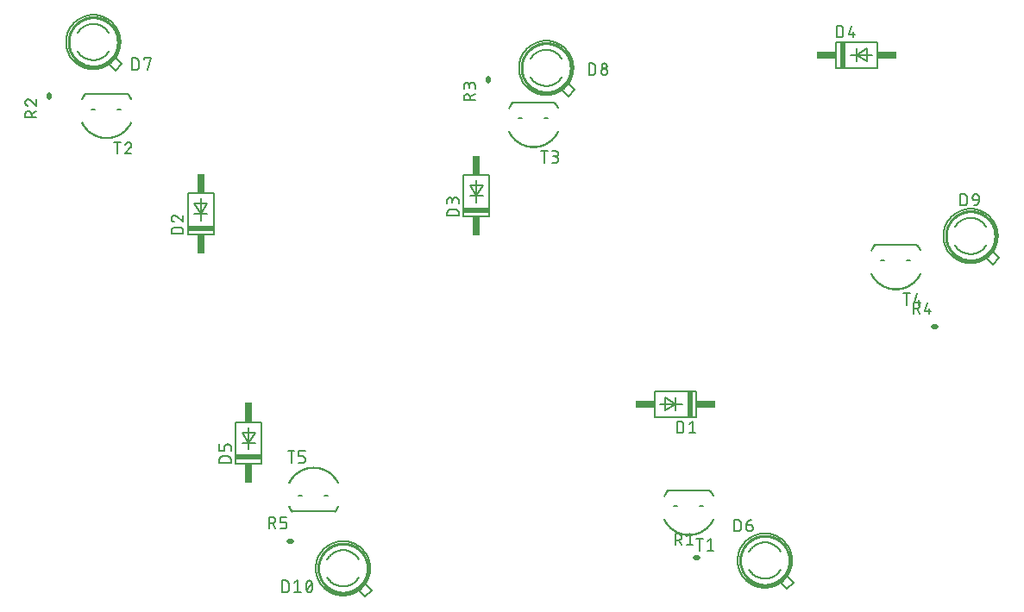
<source format=gbr>
G04 EAGLE Gerber X2 export*
%TF.Part,Single*%
%TF.FileFunction,Legend,Top,1*%
%TF.FilePolarity,Positive*%
%TF.GenerationSoftware,Autodesk,EAGLE,9.1.2*%
%TF.CreationDate,2019-01-09T08:49:19Z*%
G75*
%MOMM*%
%FSLAX34Y34*%
%LPD*%
%AMOC8*
5,1,8,0,0,1.08239X$1,22.5*%
G01*
%ADD10C,0.152400*%
%ADD11C,0.127000*%
%ADD12R,2.540000X0.508000*%
%ADD13R,0.762000X1.905000*%
%ADD14C,0.508000*%
%ADD15C,0.012700*%
%ADD16R,0.508000X2.540000*%
%ADD17R,1.905000X0.762000*%
%ADD18C,0.254000*%


D10*
X283210Y224790D02*
X283210Y184150D01*
X283210Y224790D02*
X257810Y224790D01*
X257810Y184150D01*
X283210Y184150D01*
X270510Y198120D02*
X270510Y204470D01*
X264160Y214630D02*
X276860Y214630D01*
X270510Y204470D01*
X270510Y219710D01*
X264160Y214630D02*
X270510Y204470D01*
X264160Y204470D01*
X270510Y204470D02*
X276860Y204470D01*
D11*
X253365Y184785D02*
X241935Y184785D01*
X241935Y187960D01*
X241937Y188071D01*
X241943Y188181D01*
X241952Y188292D01*
X241966Y188402D01*
X241983Y188511D01*
X242004Y188620D01*
X242029Y188728D01*
X242058Y188835D01*
X242090Y188941D01*
X242126Y189046D01*
X242166Y189149D01*
X242209Y189251D01*
X242256Y189352D01*
X242307Y189451D01*
X242360Y189548D01*
X242417Y189642D01*
X242478Y189735D01*
X242541Y189826D01*
X242608Y189915D01*
X242678Y190001D01*
X242751Y190084D01*
X242826Y190166D01*
X242904Y190244D01*
X242986Y190319D01*
X243069Y190392D01*
X243155Y190462D01*
X243244Y190529D01*
X243335Y190592D01*
X243428Y190653D01*
X243523Y190710D01*
X243619Y190763D01*
X243718Y190814D01*
X243819Y190861D01*
X243921Y190904D01*
X244024Y190944D01*
X244129Y190980D01*
X244235Y191012D01*
X244342Y191041D01*
X244450Y191066D01*
X244559Y191087D01*
X244668Y191104D01*
X244778Y191118D01*
X244889Y191127D01*
X244999Y191133D01*
X245110Y191135D01*
X250190Y191135D01*
X250301Y191133D01*
X250411Y191127D01*
X250522Y191118D01*
X250632Y191104D01*
X250741Y191087D01*
X250850Y191066D01*
X250958Y191041D01*
X251065Y191012D01*
X251171Y190980D01*
X251276Y190944D01*
X251379Y190904D01*
X251481Y190861D01*
X251582Y190814D01*
X251681Y190763D01*
X251778Y190710D01*
X251872Y190653D01*
X251965Y190592D01*
X252056Y190529D01*
X252145Y190462D01*
X252231Y190392D01*
X252314Y190319D01*
X252396Y190244D01*
X252474Y190166D01*
X252549Y190084D01*
X252622Y190001D01*
X252692Y189915D01*
X252759Y189826D01*
X252822Y189735D01*
X252883Y189642D01*
X252940Y189548D01*
X252993Y189451D01*
X253044Y189352D01*
X253091Y189251D01*
X253134Y189149D01*
X253174Y189046D01*
X253210Y188941D01*
X253242Y188835D01*
X253271Y188728D01*
X253296Y188620D01*
X253317Y188511D01*
X253334Y188402D01*
X253348Y188292D01*
X253357Y188181D01*
X253363Y188071D01*
X253365Y187960D01*
X253365Y184785D01*
X253365Y196596D02*
X253365Y200406D01*
X253363Y200506D01*
X253357Y200605D01*
X253347Y200705D01*
X253334Y200803D01*
X253316Y200902D01*
X253295Y200999D01*
X253270Y201095D01*
X253241Y201191D01*
X253208Y201285D01*
X253172Y201378D01*
X253132Y201469D01*
X253088Y201559D01*
X253041Y201647D01*
X252991Y201733D01*
X252937Y201817D01*
X252880Y201899D01*
X252820Y201978D01*
X252756Y202056D01*
X252690Y202130D01*
X252621Y202202D01*
X252549Y202271D01*
X252475Y202337D01*
X252397Y202401D01*
X252318Y202461D01*
X252236Y202518D01*
X252152Y202572D01*
X252066Y202622D01*
X251978Y202669D01*
X251888Y202713D01*
X251797Y202753D01*
X251704Y202789D01*
X251610Y202822D01*
X251514Y202851D01*
X251418Y202876D01*
X251321Y202897D01*
X251222Y202915D01*
X251124Y202928D01*
X251024Y202938D01*
X250925Y202944D01*
X250825Y202946D01*
X249555Y202946D01*
X249455Y202944D01*
X249356Y202938D01*
X249256Y202928D01*
X249158Y202915D01*
X249059Y202897D01*
X248962Y202876D01*
X248866Y202851D01*
X248770Y202822D01*
X248676Y202789D01*
X248583Y202753D01*
X248492Y202713D01*
X248402Y202669D01*
X248314Y202622D01*
X248228Y202572D01*
X248144Y202518D01*
X248062Y202461D01*
X247983Y202401D01*
X247905Y202337D01*
X247831Y202271D01*
X247759Y202202D01*
X247690Y202130D01*
X247624Y202056D01*
X247560Y201978D01*
X247500Y201899D01*
X247443Y201817D01*
X247389Y201733D01*
X247339Y201647D01*
X247292Y201559D01*
X247248Y201469D01*
X247208Y201378D01*
X247172Y201285D01*
X247139Y201191D01*
X247110Y201095D01*
X247085Y200999D01*
X247064Y200902D01*
X247046Y200803D01*
X247033Y200705D01*
X247023Y200605D01*
X247017Y200506D01*
X247015Y200406D01*
X247015Y196596D01*
X241935Y196596D01*
X241935Y202946D01*
D12*
X270510Y190500D03*
D13*
X270510Y234315D03*
X270510Y174625D03*
D14*
X309880Y107950D02*
X312420Y107950D01*
D10*
X290576Y120396D02*
X290576Y131572D01*
X293680Y131572D01*
X293791Y131570D01*
X293901Y131564D01*
X294012Y131554D01*
X294122Y131540D01*
X294231Y131523D01*
X294340Y131501D01*
X294448Y131476D01*
X294554Y131446D01*
X294660Y131413D01*
X294765Y131376D01*
X294868Y131336D01*
X294969Y131291D01*
X295069Y131244D01*
X295168Y131192D01*
X295264Y131137D01*
X295358Y131079D01*
X295450Y131018D01*
X295540Y130953D01*
X295628Y130885D01*
X295713Y130814D01*
X295795Y130740D01*
X295875Y130663D01*
X295952Y130583D01*
X296026Y130501D01*
X296097Y130416D01*
X296165Y130328D01*
X296230Y130238D01*
X296291Y130146D01*
X296349Y130052D01*
X296404Y129956D01*
X296456Y129857D01*
X296503Y129757D01*
X296548Y129656D01*
X296588Y129553D01*
X296625Y129448D01*
X296658Y129342D01*
X296688Y129236D01*
X296713Y129128D01*
X296735Y129019D01*
X296752Y128910D01*
X296766Y128800D01*
X296776Y128689D01*
X296782Y128579D01*
X296784Y128468D01*
X296782Y128357D01*
X296776Y128247D01*
X296766Y128136D01*
X296752Y128026D01*
X296735Y127917D01*
X296713Y127808D01*
X296688Y127700D01*
X296658Y127594D01*
X296625Y127488D01*
X296588Y127383D01*
X296548Y127280D01*
X296503Y127179D01*
X296456Y127079D01*
X296404Y126980D01*
X296349Y126884D01*
X296291Y126790D01*
X296230Y126698D01*
X296165Y126608D01*
X296097Y126520D01*
X296026Y126435D01*
X295952Y126353D01*
X295875Y126273D01*
X295795Y126196D01*
X295713Y126122D01*
X295628Y126051D01*
X295540Y125983D01*
X295450Y125918D01*
X295358Y125857D01*
X295264Y125799D01*
X295168Y125744D01*
X295069Y125692D01*
X294969Y125645D01*
X294868Y125600D01*
X294765Y125560D01*
X294660Y125523D01*
X294554Y125490D01*
X294448Y125460D01*
X294340Y125435D01*
X294231Y125413D01*
X294122Y125396D01*
X294012Y125382D01*
X293901Y125372D01*
X293791Y125366D01*
X293680Y125364D01*
X293680Y125363D02*
X290576Y125363D01*
X294301Y125363D02*
X296785Y120396D01*
X301914Y120396D02*
X305639Y120396D01*
X305737Y120398D01*
X305834Y120404D01*
X305931Y120413D01*
X306028Y120427D01*
X306124Y120444D01*
X306219Y120465D01*
X306313Y120489D01*
X306407Y120518D01*
X306499Y120550D01*
X306590Y120585D01*
X306679Y120624D01*
X306767Y120667D01*
X306853Y120713D01*
X306937Y120762D01*
X307019Y120815D01*
X307099Y120870D01*
X307177Y120929D01*
X307252Y120991D01*
X307325Y121056D01*
X307395Y121124D01*
X307463Y121194D01*
X307528Y121267D01*
X307590Y121342D01*
X307649Y121420D01*
X307704Y121500D01*
X307757Y121582D01*
X307806Y121666D01*
X307852Y121752D01*
X307895Y121840D01*
X307934Y121929D01*
X307969Y122020D01*
X308001Y122112D01*
X308030Y122206D01*
X308054Y122300D01*
X308075Y122395D01*
X308092Y122491D01*
X308106Y122588D01*
X308115Y122685D01*
X308121Y122782D01*
X308123Y122880D01*
X308123Y124121D01*
X308121Y124219D01*
X308115Y124316D01*
X308106Y124413D01*
X308092Y124510D01*
X308075Y124606D01*
X308054Y124701D01*
X308030Y124795D01*
X308001Y124889D01*
X307969Y124981D01*
X307934Y125072D01*
X307895Y125161D01*
X307852Y125249D01*
X307806Y125335D01*
X307757Y125419D01*
X307704Y125501D01*
X307649Y125581D01*
X307590Y125659D01*
X307528Y125734D01*
X307463Y125807D01*
X307395Y125877D01*
X307325Y125945D01*
X307252Y126010D01*
X307177Y126072D01*
X307099Y126131D01*
X307019Y126186D01*
X306937Y126239D01*
X306853Y126288D01*
X306767Y126334D01*
X306679Y126377D01*
X306590Y126416D01*
X306499Y126451D01*
X306407Y126483D01*
X306313Y126512D01*
X306219Y126536D01*
X306124Y126557D01*
X306028Y126574D01*
X305931Y126588D01*
X305834Y126597D01*
X305737Y126603D01*
X305639Y126605D01*
X301914Y126605D01*
X301914Y131572D01*
X308123Y131572D01*
D11*
X313060Y137160D02*
X354960Y137160D01*
D15*
X358630Y165330D02*
X357596Y164843D01*
X357315Y165418D01*
X357020Y165987D01*
X356711Y166547D01*
X356388Y167100D01*
X356052Y167645D01*
X355703Y168181D01*
X355340Y168709D01*
X354965Y169228D01*
X354577Y169737D01*
X354177Y170237D01*
X353764Y170726D01*
X353340Y171206D01*
X352904Y171675D01*
X352457Y172133D01*
X351998Y172580D01*
X351529Y173015D01*
X351049Y173439D01*
X350559Y173851D01*
X350060Y174251D01*
X349550Y174638D01*
X349031Y175013D01*
X348503Y175375D01*
X347966Y175724D01*
X347421Y176060D01*
X346868Y176382D01*
X346307Y176691D01*
X345738Y176985D01*
X345163Y177266D01*
X344581Y177532D01*
X343992Y177784D01*
X343398Y178022D01*
X342798Y178245D01*
X342192Y178453D01*
X341582Y178646D01*
X340967Y178825D01*
X340348Y178988D01*
X339725Y179136D01*
X339099Y179268D01*
X338470Y179385D01*
X337837Y179487D01*
X337203Y179573D01*
X336567Y179643D01*
X335929Y179698D01*
X335290Y179738D01*
X334650Y179761D01*
X334010Y179769D01*
X333370Y179761D01*
X332730Y179738D01*
X332091Y179698D01*
X331453Y179643D01*
X330817Y179573D01*
X330183Y179487D01*
X329550Y179385D01*
X328921Y179268D01*
X328295Y179136D01*
X327672Y178988D01*
X327053Y178825D01*
X326438Y178646D01*
X325828Y178453D01*
X325222Y178245D01*
X324622Y178022D01*
X324028Y177784D01*
X323439Y177532D01*
X322857Y177266D01*
X322282Y176985D01*
X321713Y176691D01*
X321152Y176382D01*
X320599Y176060D01*
X320054Y175724D01*
X319517Y175375D01*
X318989Y175013D01*
X318470Y174638D01*
X317960Y174251D01*
X317461Y173851D01*
X316971Y173439D01*
X316491Y173015D01*
X316022Y172580D01*
X315563Y172133D01*
X315116Y171675D01*
X314680Y171206D01*
X314256Y170726D01*
X313843Y170237D01*
X313443Y169737D01*
X313055Y169228D01*
X312680Y168709D01*
X312317Y168181D01*
X311968Y167645D01*
X311632Y167100D01*
X311309Y166547D01*
X311000Y165987D01*
X310705Y165418D01*
X310424Y164843D01*
X309390Y165330D01*
X309389Y165330D01*
X309683Y165931D01*
X309991Y166524D01*
X310314Y167109D01*
X310650Y167686D01*
X311001Y168255D01*
X311366Y168815D01*
X311744Y169366D01*
X312136Y169907D01*
X312541Y170439D01*
X312959Y170961D01*
X313389Y171472D01*
X313832Y171972D01*
X314287Y172462D01*
X314754Y172940D01*
X315232Y173406D01*
X315722Y173861D01*
X316223Y174304D01*
X316734Y174734D01*
X317256Y175151D01*
X317788Y175556D01*
X318330Y175947D01*
X318881Y176325D01*
X319441Y176689D01*
X320011Y177040D01*
X320588Y177376D01*
X321174Y177698D01*
X321767Y178006D01*
X322367Y178299D01*
X322975Y178577D01*
X323589Y178840D01*
X324210Y179088D01*
X324836Y179321D01*
X325468Y179538D01*
X326106Y179740D01*
X326747Y179926D01*
X327394Y180096D01*
X328044Y180251D01*
X328698Y180389D01*
X329355Y180511D01*
X330015Y180617D01*
X330677Y180707D01*
X331341Y180781D01*
X332007Y180838D01*
X332674Y180879D01*
X333342Y180904D01*
X334010Y180912D01*
X334678Y180904D01*
X335346Y180879D01*
X336013Y180838D01*
X336679Y180781D01*
X337343Y180707D01*
X338005Y180617D01*
X338665Y180511D01*
X339322Y180389D01*
X339976Y180251D01*
X340626Y180096D01*
X341273Y179926D01*
X341914Y179740D01*
X342552Y179538D01*
X343184Y179321D01*
X343810Y179088D01*
X344431Y178840D01*
X345045Y178577D01*
X345653Y178299D01*
X346253Y178006D01*
X346846Y177698D01*
X347432Y177376D01*
X348009Y177040D01*
X348579Y176689D01*
X349139Y176325D01*
X349690Y175947D01*
X350232Y175556D01*
X350764Y175151D01*
X351286Y174734D01*
X351797Y174304D01*
X352298Y173861D01*
X352788Y173406D01*
X353266Y172940D01*
X353733Y172462D01*
X354188Y171972D01*
X354631Y171472D01*
X355061Y170961D01*
X355479Y170439D01*
X355884Y169907D01*
X356276Y169366D01*
X356654Y168815D01*
X357019Y168255D01*
X357370Y167686D01*
X357706Y167109D01*
X358029Y166524D01*
X358337Y165931D01*
X358631Y165330D01*
X358522Y165279D01*
X358230Y165877D01*
X357923Y166467D01*
X357602Y167050D01*
X357267Y167625D01*
X356917Y168191D01*
X356554Y168748D01*
X356178Y169297D01*
X355788Y169836D01*
X355385Y170365D01*
X354969Y170885D01*
X354540Y171394D01*
X354099Y171892D01*
X353646Y172379D01*
X353181Y172855D01*
X352705Y173320D01*
X352217Y173772D01*
X351719Y174213D01*
X351209Y174641D01*
X350690Y175057D01*
X350160Y175459D01*
X349621Y175849D01*
X349072Y176225D01*
X348514Y176588D01*
X347948Y176937D01*
X347373Y177272D01*
X346790Y177592D01*
X346199Y177899D01*
X345601Y178190D01*
X344996Y178467D01*
X344385Y178729D01*
X343767Y178976D01*
X343143Y179208D01*
X342514Y179424D01*
X341880Y179625D01*
X341241Y179810D01*
X340597Y179980D01*
X339950Y180134D01*
X339299Y180271D01*
X338645Y180393D01*
X337988Y180499D01*
X337328Y180588D01*
X336667Y180662D01*
X336004Y180719D01*
X335340Y180759D01*
X334675Y180784D01*
X334010Y180792D01*
X333345Y180784D01*
X332680Y180759D01*
X332016Y180719D01*
X331353Y180662D01*
X330692Y180588D01*
X330032Y180499D01*
X329375Y180393D01*
X328721Y180271D01*
X328070Y180134D01*
X327423Y179980D01*
X326779Y179810D01*
X326140Y179625D01*
X325506Y179424D01*
X324877Y179208D01*
X324253Y178976D01*
X323635Y178729D01*
X323024Y178467D01*
X322419Y178190D01*
X321821Y177899D01*
X321230Y177592D01*
X320647Y177272D01*
X320072Y176937D01*
X319506Y176588D01*
X318948Y176225D01*
X318399Y175849D01*
X317860Y175459D01*
X317330Y175057D01*
X316811Y174641D01*
X316301Y174213D01*
X315803Y173772D01*
X315315Y173320D01*
X314839Y172855D01*
X314374Y172379D01*
X313921Y171892D01*
X313480Y171394D01*
X313051Y170885D01*
X312635Y170365D01*
X312232Y169836D01*
X311842Y169297D01*
X311466Y168748D01*
X311103Y168191D01*
X310753Y167625D01*
X310418Y167050D01*
X310097Y166467D01*
X309790Y165877D01*
X309498Y165279D01*
X309607Y165228D01*
X309897Y165823D01*
X310203Y166411D01*
X310523Y166991D01*
X310856Y167563D01*
X311204Y168127D01*
X311566Y168682D01*
X311941Y169228D01*
X312329Y169765D01*
X312730Y170292D01*
X313144Y170809D01*
X313571Y171315D01*
X314010Y171811D01*
X314461Y172296D01*
X314924Y172770D01*
X315398Y173233D01*
X315884Y173683D01*
X316380Y174122D01*
X316887Y174548D01*
X317404Y174962D01*
X317931Y175363D01*
X318468Y175751D01*
X319015Y176126D01*
X319570Y176487D01*
X320134Y176834D01*
X320706Y177167D01*
X321287Y177487D01*
X321875Y177792D01*
X322470Y178082D01*
X323073Y178358D01*
X323681Y178619D01*
X324296Y178864D01*
X324917Y179095D01*
X325544Y179310D01*
X326175Y179510D01*
X326812Y179695D01*
X327452Y179864D01*
X328097Y180017D01*
X328745Y180154D01*
X329396Y180275D01*
X330050Y180380D01*
X330706Y180469D01*
X331365Y180542D01*
X332025Y180599D01*
X332686Y180640D01*
X333348Y180664D01*
X334010Y180672D01*
X334672Y180664D01*
X335334Y180640D01*
X335995Y180599D01*
X336655Y180542D01*
X337314Y180469D01*
X337970Y180380D01*
X338624Y180275D01*
X339275Y180154D01*
X339923Y180017D01*
X340568Y179864D01*
X341208Y179695D01*
X341845Y179510D01*
X342476Y179310D01*
X343103Y179095D01*
X343724Y178864D01*
X344339Y178619D01*
X344947Y178358D01*
X345550Y178082D01*
X346145Y177792D01*
X346733Y177487D01*
X347314Y177167D01*
X347886Y176834D01*
X348450Y176487D01*
X349005Y176126D01*
X349552Y175751D01*
X350089Y175363D01*
X350616Y174962D01*
X351133Y174548D01*
X351640Y174122D01*
X352136Y173683D01*
X352622Y173233D01*
X353096Y172770D01*
X353559Y172296D01*
X354010Y171811D01*
X354449Y171315D01*
X354876Y170809D01*
X355290Y170292D01*
X355691Y169765D01*
X356079Y169228D01*
X356454Y168682D01*
X356816Y168127D01*
X357164Y167563D01*
X357497Y166991D01*
X357817Y166411D01*
X358123Y165823D01*
X358413Y165228D01*
X358305Y165177D01*
X358015Y165769D01*
X357711Y166354D01*
X357393Y166932D01*
X357061Y167502D01*
X356714Y168063D01*
X356354Y168615D01*
X355981Y169159D01*
X355595Y169693D01*
X355195Y170218D01*
X354783Y170733D01*
X354358Y171237D01*
X353921Y171731D01*
X353472Y172214D01*
X353011Y172686D01*
X352539Y173146D01*
X352056Y173595D01*
X351562Y174031D01*
X351057Y174456D01*
X350542Y174868D01*
X350017Y175267D01*
X349482Y175653D01*
X348938Y176026D01*
X348386Y176385D01*
X347824Y176731D01*
X347254Y177063D01*
X346676Y177381D01*
X346091Y177684D01*
X345498Y177973D01*
X344899Y178248D01*
X344293Y178508D01*
X343680Y178752D01*
X343062Y178982D01*
X342438Y179197D01*
X341810Y179396D01*
X341176Y179579D01*
X340539Y179747D01*
X339897Y179899D01*
X339252Y180036D01*
X338604Y180157D01*
X337953Y180261D01*
X337299Y180350D01*
X336644Y180423D01*
X335987Y180479D01*
X335328Y180520D01*
X334669Y180544D01*
X334010Y180552D01*
X333351Y180544D01*
X332692Y180520D01*
X332033Y180479D01*
X331376Y180423D01*
X330721Y180350D01*
X330067Y180261D01*
X329416Y180157D01*
X328768Y180036D01*
X328123Y179899D01*
X327481Y179747D01*
X326844Y179579D01*
X326210Y179396D01*
X325582Y179197D01*
X324958Y178982D01*
X324340Y178752D01*
X323727Y178508D01*
X323121Y178248D01*
X322522Y177973D01*
X321929Y177684D01*
X321344Y177381D01*
X320766Y177063D01*
X320196Y176731D01*
X319634Y176385D01*
X319082Y176026D01*
X318538Y175653D01*
X318003Y175267D01*
X317478Y174868D01*
X316963Y174456D01*
X316458Y174031D01*
X315964Y173595D01*
X315481Y173146D01*
X315009Y172686D01*
X314548Y172214D01*
X314099Y171731D01*
X313662Y171237D01*
X313237Y170733D01*
X312825Y170218D01*
X312425Y169693D01*
X312039Y169159D01*
X311666Y168615D01*
X311306Y168063D01*
X310959Y167502D01*
X310627Y166932D01*
X310309Y166354D01*
X310005Y165769D01*
X309715Y165177D01*
X309824Y165126D01*
X310112Y165715D01*
X310415Y166298D01*
X310732Y166873D01*
X311062Y167440D01*
X311407Y167999D01*
X311765Y168549D01*
X312137Y169090D01*
X312522Y169622D01*
X312920Y170144D01*
X313330Y170657D01*
X313753Y171159D01*
X314188Y171650D01*
X314635Y172131D01*
X315094Y172601D01*
X315564Y173059D01*
X316045Y173506D01*
X316537Y173941D01*
X317039Y174363D01*
X317552Y174773D01*
X318075Y175170D01*
X318607Y175555D01*
X319148Y175926D01*
X319699Y176284D01*
X320258Y176628D01*
X320825Y176959D01*
X321400Y177275D01*
X321983Y177577D01*
X322573Y177865D01*
X323170Y178138D01*
X323773Y178397D01*
X324383Y178640D01*
X324998Y178869D01*
X325619Y179083D01*
X326245Y179281D01*
X326876Y179464D01*
X327510Y179631D01*
X328149Y179782D01*
X328792Y179918D01*
X329437Y180038D01*
X330085Y180143D01*
X330736Y180231D01*
X331388Y180303D01*
X332042Y180360D01*
X332697Y180400D01*
X333354Y180424D01*
X334010Y180432D01*
X334666Y180424D01*
X335323Y180400D01*
X335978Y180360D01*
X336632Y180303D01*
X337284Y180231D01*
X337935Y180143D01*
X338583Y180038D01*
X339228Y179918D01*
X339871Y179782D01*
X340510Y179631D01*
X341144Y179464D01*
X341775Y179281D01*
X342401Y179083D01*
X343022Y178869D01*
X343637Y178640D01*
X344247Y178397D01*
X344850Y178138D01*
X345447Y177865D01*
X346037Y177577D01*
X346620Y177275D01*
X347195Y176959D01*
X347762Y176628D01*
X348321Y176284D01*
X348872Y175926D01*
X349413Y175555D01*
X349945Y175170D01*
X350468Y174773D01*
X350981Y174363D01*
X351483Y173941D01*
X351975Y173506D01*
X352456Y173059D01*
X352926Y172601D01*
X353385Y172131D01*
X353832Y171650D01*
X354267Y171159D01*
X354690Y170657D01*
X355100Y170144D01*
X355498Y169622D01*
X355883Y169090D01*
X356255Y168549D01*
X356613Y167999D01*
X356958Y167440D01*
X357288Y166873D01*
X357605Y166298D01*
X357908Y165715D01*
X358196Y165126D01*
X358088Y165075D01*
X357801Y165662D01*
X357499Y166242D01*
X357184Y166814D01*
X356855Y167379D01*
X356511Y167935D01*
X356155Y168482D01*
X355785Y169021D01*
X355402Y169551D01*
X355006Y170071D01*
X354597Y170581D01*
X354176Y171081D01*
X353743Y171570D01*
X353298Y172049D01*
X352841Y172516D01*
X352373Y172972D01*
X351894Y173417D01*
X351405Y173850D01*
X350904Y174270D01*
X350394Y174679D01*
X349874Y175074D01*
X349344Y175457D01*
X348805Y175826D01*
X348257Y176183D01*
X347701Y176525D01*
X347136Y176854D01*
X346563Y177169D01*
X345983Y177470D01*
X345396Y177757D01*
X344801Y178029D01*
X344201Y178286D01*
X343594Y178529D01*
X342981Y178756D01*
X342363Y178969D01*
X341740Y179166D01*
X341112Y179348D01*
X340480Y179514D01*
X339844Y179665D01*
X339205Y179801D01*
X338563Y179920D01*
X337917Y180024D01*
X337270Y180112D01*
X336620Y180184D01*
X335969Y180240D01*
X335317Y180280D01*
X334664Y180304D01*
X334010Y180312D01*
X333356Y180304D01*
X332703Y180280D01*
X332051Y180240D01*
X331400Y180184D01*
X330750Y180112D01*
X330103Y180024D01*
X329457Y179920D01*
X328815Y179801D01*
X328176Y179665D01*
X327540Y179514D01*
X326908Y179348D01*
X326280Y179166D01*
X325657Y178969D01*
X325039Y178756D01*
X324426Y178529D01*
X323819Y178286D01*
X323219Y178029D01*
X322624Y177757D01*
X322037Y177470D01*
X321457Y177169D01*
X320884Y176854D01*
X320319Y176525D01*
X319763Y176183D01*
X319215Y175826D01*
X318676Y175457D01*
X318146Y175074D01*
X317626Y174679D01*
X317116Y174270D01*
X316615Y173850D01*
X316126Y173417D01*
X315647Y172972D01*
X315179Y172516D01*
X314722Y172049D01*
X314277Y171570D01*
X313844Y171081D01*
X313423Y170581D01*
X313014Y170071D01*
X312618Y169551D01*
X312235Y169021D01*
X311865Y168482D01*
X311509Y167935D01*
X311165Y167379D01*
X310836Y166814D01*
X310521Y166242D01*
X310219Y165662D01*
X309932Y165075D01*
X310041Y165023D01*
X310327Y165608D01*
X310627Y166185D01*
X310941Y166755D01*
X311268Y167317D01*
X311610Y167871D01*
X311965Y168416D01*
X312333Y168952D01*
X312715Y169479D01*
X313109Y169997D01*
X313516Y170505D01*
X313935Y171002D01*
X314366Y171489D01*
X314809Y171966D01*
X315264Y172431D01*
X315729Y172886D01*
X316206Y173328D01*
X316694Y173759D01*
X317192Y174178D01*
X317700Y174584D01*
X318218Y174978D01*
X318745Y175359D01*
X319282Y175727D01*
X319827Y176081D01*
X320381Y176422D01*
X320943Y176750D01*
X321513Y177063D01*
X322091Y177363D01*
X322676Y177648D01*
X323267Y177919D01*
X323865Y178175D01*
X324470Y178417D01*
X325079Y178643D01*
X325695Y178855D01*
X326315Y179051D01*
X326940Y179232D01*
X327569Y179398D01*
X328202Y179548D01*
X328838Y179683D01*
X329478Y179802D01*
X330120Y179905D01*
X330765Y179993D01*
X331412Y180064D01*
X332060Y180120D01*
X332709Y180160D01*
X333359Y180184D01*
X334010Y180192D01*
X334661Y180184D01*
X335311Y180160D01*
X335960Y180120D01*
X336608Y180064D01*
X337255Y179993D01*
X337900Y179905D01*
X338542Y179802D01*
X339182Y179683D01*
X339818Y179548D01*
X340451Y179398D01*
X341080Y179232D01*
X341705Y179051D01*
X342325Y178855D01*
X342941Y178643D01*
X343550Y178417D01*
X344155Y178175D01*
X344753Y177919D01*
X345344Y177648D01*
X345929Y177363D01*
X346507Y177063D01*
X347077Y176750D01*
X347639Y176422D01*
X348193Y176081D01*
X348738Y175727D01*
X349275Y175359D01*
X349802Y174978D01*
X350320Y174584D01*
X350828Y174178D01*
X351326Y173759D01*
X351814Y173328D01*
X352291Y172886D01*
X352756Y172431D01*
X353211Y171966D01*
X353654Y171489D01*
X354085Y171002D01*
X354504Y170505D01*
X354911Y169997D01*
X355305Y169479D01*
X355687Y168952D01*
X356055Y168416D01*
X356410Y167871D01*
X356752Y167317D01*
X357079Y166755D01*
X357393Y166185D01*
X357693Y165608D01*
X357979Y165023D01*
X357870Y164972D01*
X357586Y165554D01*
X357287Y166129D01*
X356975Y166696D01*
X356648Y167255D01*
X356308Y167807D01*
X355955Y168349D01*
X355588Y168883D01*
X355209Y169408D01*
X354816Y169923D01*
X354411Y170429D01*
X353994Y170924D01*
X353565Y171409D01*
X353124Y171883D01*
X352671Y172347D01*
X352208Y172799D01*
X351733Y173239D01*
X351248Y173668D01*
X350752Y174085D01*
X350246Y174490D01*
X349731Y174882D01*
X349206Y175261D01*
X348671Y175627D01*
X348128Y175980D01*
X347577Y176320D01*
X347017Y176646D01*
X346450Y176958D01*
X345875Y177256D01*
X345293Y177540D01*
X344704Y177809D01*
X344109Y178064D01*
X343507Y178305D01*
X342900Y178530D01*
X342288Y178741D01*
X341670Y178936D01*
X341048Y179117D01*
X340422Y179282D01*
X339792Y179431D01*
X339158Y179565D01*
X338521Y179684D01*
X337882Y179787D01*
X337240Y179874D01*
X336597Y179945D01*
X335951Y180001D01*
X335305Y180040D01*
X334658Y180064D01*
X334010Y180072D01*
X333362Y180064D01*
X332715Y180040D01*
X332069Y180001D01*
X331423Y179945D01*
X330780Y179874D01*
X330138Y179787D01*
X329499Y179684D01*
X328862Y179565D01*
X328228Y179431D01*
X327598Y179282D01*
X326972Y179117D01*
X326350Y178936D01*
X325732Y178741D01*
X325120Y178530D01*
X324513Y178305D01*
X323911Y178064D01*
X323316Y177809D01*
X322727Y177540D01*
X322145Y177256D01*
X321570Y176958D01*
X321003Y176646D01*
X320443Y176320D01*
X319892Y175980D01*
X319349Y175627D01*
X318814Y175261D01*
X318289Y174882D01*
X317774Y174490D01*
X317268Y174085D01*
X316772Y173668D01*
X316287Y173239D01*
X315812Y172799D01*
X315349Y172347D01*
X314896Y171883D01*
X314455Y171409D01*
X314026Y170924D01*
X313609Y170429D01*
X313204Y169923D01*
X312811Y169408D01*
X312432Y168883D01*
X312065Y168349D01*
X311712Y167807D01*
X311372Y167255D01*
X311045Y166696D01*
X310733Y166129D01*
X310434Y165554D01*
X310150Y164972D01*
X310258Y164921D01*
X310541Y165500D01*
X310838Y166073D01*
X311150Y166637D01*
X311475Y167194D01*
X311813Y167743D01*
X312165Y168283D01*
X312530Y168814D01*
X312908Y169337D01*
X313298Y169849D01*
X313702Y170353D01*
X314117Y170846D01*
X314544Y171329D01*
X314983Y171801D01*
X315434Y172262D01*
X315895Y172712D01*
X316368Y173151D01*
X316851Y173577D01*
X317344Y173992D01*
X317848Y174395D01*
X318361Y174785D01*
X318884Y175163D01*
X319415Y175527D01*
X319956Y175879D01*
X320505Y176217D01*
X321062Y176541D01*
X321627Y176852D01*
X322199Y177149D01*
X322779Y177431D01*
X323365Y177700D01*
X323957Y177953D01*
X324556Y178193D01*
X325160Y178417D01*
X325770Y178627D01*
X326385Y178821D01*
X327004Y179001D01*
X327627Y179165D01*
X328255Y179314D01*
X328885Y179448D01*
X329519Y179565D01*
X330156Y179668D01*
X330794Y179755D01*
X331435Y179826D01*
X332078Y179881D01*
X332721Y179920D01*
X333365Y179944D01*
X334010Y179952D01*
X334655Y179944D01*
X335299Y179920D01*
X335942Y179881D01*
X336585Y179826D01*
X337226Y179755D01*
X337864Y179668D01*
X338501Y179565D01*
X339135Y179448D01*
X339765Y179314D01*
X340393Y179165D01*
X341016Y179001D01*
X341635Y178821D01*
X342250Y178627D01*
X342860Y178417D01*
X343464Y178193D01*
X344063Y177953D01*
X344655Y177700D01*
X345241Y177431D01*
X345821Y177149D01*
X346393Y176852D01*
X346958Y176541D01*
X347515Y176217D01*
X348064Y175879D01*
X348605Y175527D01*
X349136Y175163D01*
X349659Y174785D01*
X350172Y174395D01*
X350676Y173992D01*
X351169Y173577D01*
X351652Y173151D01*
X352125Y172712D01*
X352586Y172262D01*
X353037Y171801D01*
X353476Y171329D01*
X353903Y170846D01*
X354318Y170353D01*
X354722Y169849D01*
X355112Y169337D01*
X355490Y168814D01*
X355855Y168283D01*
X356207Y167743D01*
X356545Y167194D01*
X356870Y166637D01*
X357182Y166073D01*
X357479Y165500D01*
X357762Y164921D01*
X357653Y164870D01*
X357372Y165447D01*
X357076Y166016D01*
X356766Y166578D01*
X356442Y167132D01*
X356105Y167679D01*
X355755Y168216D01*
X355392Y168745D01*
X355016Y169265D01*
X354627Y169776D01*
X354226Y170277D01*
X353812Y170767D01*
X353387Y171248D01*
X352950Y171718D01*
X352501Y172177D01*
X352042Y172625D01*
X351572Y173062D01*
X351091Y173487D01*
X350599Y173900D01*
X350098Y174300D01*
X349587Y174689D01*
X349067Y175065D01*
X348538Y175428D01*
X348000Y175777D01*
X347453Y176114D01*
X346899Y176437D01*
X346337Y176746D01*
X345767Y177041D01*
X345190Y177323D01*
X344607Y177590D01*
X344017Y177843D01*
X343421Y178081D01*
X342819Y178304D01*
X342212Y178513D01*
X341600Y178707D01*
X340984Y178885D01*
X340363Y179049D01*
X339739Y179197D01*
X339111Y179330D01*
X338480Y179447D01*
X337847Y179549D01*
X337211Y179635D01*
X336573Y179706D01*
X335934Y179761D01*
X335293Y179801D01*
X334652Y179824D01*
X334010Y179832D01*
X333368Y179824D01*
X332727Y179801D01*
X332086Y179761D01*
X331447Y179706D01*
X330809Y179635D01*
X330173Y179549D01*
X329540Y179447D01*
X328909Y179330D01*
X328281Y179197D01*
X327657Y179049D01*
X327036Y178885D01*
X326420Y178707D01*
X325808Y178513D01*
X325201Y178304D01*
X324599Y178081D01*
X324003Y177843D01*
X323413Y177590D01*
X322830Y177323D01*
X322253Y177041D01*
X321683Y176746D01*
X321121Y176437D01*
X320567Y176114D01*
X320020Y175777D01*
X319482Y175428D01*
X318953Y175065D01*
X318433Y174689D01*
X317922Y174300D01*
X317421Y173900D01*
X316929Y173487D01*
X316448Y173062D01*
X315978Y172625D01*
X315519Y172177D01*
X315070Y171718D01*
X314633Y171248D01*
X314208Y170767D01*
X313794Y170277D01*
X313393Y169776D01*
X313004Y169265D01*
X312628Y168745D01*
X312265Y168216D01*
X311915Y167679D01*
X311578Y167132D01*
X311254Y166578D01*
X310944Y166016D01*
X310648Y165447D01*
X310367Y164870D01*
X309385Y142011D02*
X310420Y142497D01*
X310419Y142497D02*
X310674Y141974D01*
X310940Y141458D01*
X311218Y140947D01*
X311507Y140443D01*
X311807Y139945D01*
X312118Y139454D01*
X312440Y138970D01*
X312773Y138494D01*
X313116Y138025D01*
X313469Y137564D01*
X312572Y136856D01*
X312202Y137338D01*
X311844Y137828D01*
X311496Y138326D01*
X311160Y138831D01*
X310835Y139344D01*
X310521Y139864D01*
X310219Y140391D01*
X309929Y140924D01*
X309651Y141464D01*
X309385Y142010D01*
X309493Y142061D01*
X309758Y141518D01*
X310035Y140980D01*
X310324Y140449D01*
X310625Y139925D01*
X310937Y139407D01*
X311260Y138897D01*
X311595Y138393D01*
X311941Y137898D01*
X312298Y137410D01*
X312666Y136930D01*
X312760Y137005D01*
X312394Y137482D01*
X312039Y137968D01*
X311694Y138461D01*
X311361Y138962D01*
X311039Y139470D01*
X310728Y139986D01*
X310429Y140508D01*
X310141Y141036D01*
X309866Y141571D01*
X309602Y142112D01*
X309711Y142163D01*
X309973Y141625D01*
X310247Y141092D01*
X310534Y140566D01*
X310831Y140046D01*
X311141Y139533D01*
X311461Y139028D01*
X311793Y138529D01*
X312136Y138038D01*
X312490Y137554D01*
X312855Y137079D01*
X312949Y137153D01*
X312586Y137626D01*
X312234Y138108D01*
X311892Y138597D01*
X311562Y139093D01*
X311243Y139597D01*
X310935Y140107D01*
X310638Y140625D01*
X310354Y141148D01*
X310080Y141678D01*
X309819Y142215D01*
X309928Y142266D01*
X310188Y141732D01*
X310460Y141204D01*
X310743Y140683D01*
X311038Y140168D01*
X311345Y139660D01*
X311663Y139158D01*
X311992Y138664D01*
X312331Y138178D01*
X312682Y137699D01*
X313043Y137227D01*
X313137Y137302D01*
X312778Y137771D01*
X312429Y138247D01*
X312091Y138732D01*
X311763Y139224D01*
X311447Y139723D01*
X311142Y140229D01*
X310848Y140741D01*
X310566Y141260D01*
X310295Y141786D01*
X310036Y142317D01*
X310145Y142368D01*
X310403Y141839D01*
X310672Y141316D01*
X310953Y140800D01*
X311245Y140290D01*
X311549Y139786D01*
X311864Y139289D01*
X312190Y138800D01*
X312526Y138317D01*
X312874Y137843D01*
X313231Y137376D01*
X313326Y137450D01*
X312970Y137915D01*
X312624Y138387D01*
X312289Y138867D01*
X311965Y139355D01*
X311651Y139849D01*
X311349Y140350D01*
X311058Y140858D01*
X310778Y141372D01*
X310510Y141893D01*
X310253Y142419D01*
X310362Y142470D01*
X310617Y141946D01*
X310884Y141428D01*
X311163Y140917D01*
X311452Y140411D01*
X311753Y139912D01*
X312065Y139420D01*
X312388Y138935D01*
X312721Y138457D01*
X313066Y137987D01*
X313420Y137525D01*
D11*
X319970Y152400D02*
X322650Y152400D01*
X345370Y152400D02*
X348050Y152400D01*
D15*
X355448Y136856D02*
X354550Y137564D01*
X354551Y137564D02*
X354920Y138046D01*
X355278Y138536D01*
X355624Y139035D01*
X355959Y139542D01*
X356281Y140056D01*
X356592Y140578D01*
X356891Y141106D01*
X357177Y141642D01*
X357450Y142184D01*
X357711Y142732D01*
X358750Y142256D01*
X358478Y141683D01*
X358192Y141117D01*
X357893Y140557D01*
X357581Y140005D01*
X357256Y139460D01*
X356919Y138922D01*
X356570Y138393D01*
X356208Y137872D01*
X355834Y137360D01*
X355448Y136856D01*
X355354Y136930D01*
X355738Y137432D01*
X356110Y137942D01*
X356470Y138460D01*
X356818Y138987D01*
X357154Y139522D01*
X357477Y140065D01*
X357788Y140615D01*
X358085Y141172D01*
X358370Y141736D01*
X358641Y142306D01*
X358532Y142356D01*
X358262Y141788D01*
X357979Y141227D01*
X357682Y140673D01*
X357373Y140125D01*
X357052Y139585D01*
X356718Y139052D01*
X356371Y138528D01*
X356012Y138012D01*
X355642Y137504D01*
X355260Y137005D01*
X355165Y137079D01*
X355546Y137576D01*
X355915Y138081D01*
X356272Y138595D01*
X356617Y139117D01*
X356949Y139648D01*
X357270Y140185D01*
X357577Y140730D01*
X357872Y141282D01*
X358154Y141841D01*
X358423Y142406D01*
X358314Y142456D01*
X358046Y141894D01*
X357765Y141337D01*
X357472Y140788D01*
X357166Y140245D01*
X356847Y139710D01*
X356516Y139182D01*
X356172Y138663D01*
X355817Y138151D01*
X355450Y137648D01*
X355071Y137153D01*
X354977Y137227D01*
X355354Y137720D01*
X355719Y138221D01*
X356073Y138730D01*
X356415Y139247D01*
X356745Y139773D01*
X357062Y140306D01*
X357367Y140846D01*
X357659Y141392D01*
X357938Y141946D01*
X358205Y142506D01*
X358096Y142556D01*
X357830Y141999D01*
X357552Y141448D01*
X357261Y140903D01*
X356958Y140366D01*
X356642Y139835D01*
X356314Y139312D01*
X355974Y138797D01*
X355622Y138290D01*
X355258Y137792D01*
X354883Y137302D01*
X354789Y137376D01*
X355162Y137864D01*
X355524Y138360D01*
X355875Y138865D01*
X356213Y139378D01*
X356540Y139898D01*
X356854Y140426D01*
X357156Y140961D01*
X357446Y141503D01*
X357723Y142051D01*
X357987Y142606D01*
X357877Y142656D01*
X357615Y142104D01*
X357339Y141558D01*
X357051Y141019D01*
X356750Y140486D01*
X356437Y139961D01*
X356112Y139443D01*
X355775Y138932D01*
X355427Y138430D01*
X355066Y137936D01*
X354694Y137450D01*
X354600Y137525D01*
X354970Y138008D01*
X355329Y138500D01*
X355676Y139000D01*
X356012Y139508D01*
X356335Y140023D01*
X356647Y140546D01*
X356946Y141076D01*
X357233Y141613D01*
X357507Y142157D01*
X357768Y142706D01*
D11*
X312420Y184785D02*
X312420Y196215D01*
X309245Y196215D02*
X315595Y196215D01*
X319913Y184785D02*
X323723Y184785D01*
X323823Y184787D01*
X323922Y184793D01*
X324022Y184803D01*
X324120Y184816D01*
X324219Y184834D01*
X324316Y184855D01*
X324412Y184880D01*
X324508Y184909D01*
X324602Y184942D01*
X324695Y184978D01*
X324786Y185018D01*
X324876Y185062D01*
X324964Y185109D01*
X325050Y185159D01*
X325134Y185213D01*
X325216Y185270D01*
X325295Y185330D01*
X325373Y185394D01*
X325447Y185460D01*
X325519Y185529D01*
X325588Y185601D01*
X325654Y185675D01*
X325718Y185753D01*
X325778Y185832D01*
X325835Y185914D01*
X325889Y185998D01*
X325939Y186084D01*
X325986Y186172D01*
X326030Y186262D01*
X326070Y186353D01*
X326106Y186446D01*
X326139Y186540D01*
X326168Y186636D01*
X326193Y186732D01*
X326214Y186829D01*
X326232Y186928D01*
X326245Y187026D01*
X326255Y187126D01*
X326261Y187225D01*
X326263Y187325D01*
X326263Y188595D01*
X326261Y188695D01*
X326255Y188794D01*
X326245Y188894D01*
X326232Y188992D01*
X326214Y189091D01*
X326193Y189188D01*
X326168Y189284D01*
X326139Y189380D01*
X326106Y189474D01*
X326070Y189567D01*
X326030Y189658D01*
X325986Y189748D01*
X325939Y189836D01*
X325889Y189922D01*
X325835Y190006D01*
X325778Y190088D01*
X325718Y190167D01*
X325654Y190245D01*
X325588Y190319D01*
X325519Y190391D01*
X325447Y190460D01*
X325373Y190526D01*
X325295Y190590D01*
X325216Y190650D01*
X325134Y190707D01*
X325050Y190761D01*
X324964Y190811D01*
X324876Y190858D01*
X324786Y190902D01*
X324695Y190942D01*
X324602Y190978D01*
X324508Y191011D01*
X324412Y191040D01*
X324316Y191065D01*
X324219Y191086D01*
X324120Y191104D01*
X324022Y191117D01*
X323922Y191127D01*
X323823Y191133D01*
X323723Y191135D01*
X319913Y191135D01*
X319913Y196215D01*
X326263Y196215D01*
X681360Y157480D02*
X723260Y157480D01*
D15*
X677690Y129310D02*
X678724Y129797D01*
X679005Y129222D01*
X679300Y128653D01*
X679609Y128093D01*
X679932Y127540D01*
X680268Y126995D01*
X680617Y126459D01*
X680980Y125931D01*
X681355Y125412D01*
X681743Y124903D01*
X682143Y124403D01*
X682556Y123914D01*
X682980Y123434D01*
X683416Y122965D01*
X683863Y122507D01*
X684322Y122060D01*
X684791Y121625D01*
X685271Y121201D01*
X685761Y120789D01*
X686260Y120389D01*
X686770Y120002D01*
X687289Y119627D01*
X687817Y119265D01*
X688354Y118916D01*
X688899Y118580D01*
X689452Y118258D01*
X690013Y117949D01*
X690582Y117655D01*
X691157Y117374D01*
X691739Y117108D01*
X692328Y116856D01*
X692922Y116618D01*
X693522Y116395D01*
X694128Y116187D01*
X694738Y115994D01*
X695353Y115815D01*
X695972Y115652D01*
X696595Y115504D01*
X697221Y115372D01*
X697850Y115255D01*
X698483Y115153D01*
X699117Y115067D01*
X699753Y114997D01*
X700391Y114942D01*
X701030Y114902D01*
X701670Y114879D01*
X702310Y114871D01*
X702950Y114879D01*
X703590Y114902D01*
X704229Y114942D01*
X704867Y114997D01*
X705503Y115067D01*
X706137Y115153D01*
X706770Y115255D01*
X707399Y115372D01*
X708025Y115504D01*
X708648Y115652D01*
X709267Y115815D01*
X709882Y115994D01*
X710492Y116187D01*
X711098Y116395D01*
X711698Y116618D01*
X712292Y116856D01*
X712881Y117108D01*
X713463Y117374D01*
X714038Y117655D01*
X714607Y117949D01*
X715168Y118258D01*
X715721Y118580D01*
X716266Y118916D01*
X716803Y119265D01*
X717331Y119627D01*
X717850Y120002D01*
X718360Y120389D01*
X718859Y120789D01*
X719349Y121201D01*
X719829Y121625D01*
X720298Y122060D01*
X720757Y122507D01*
X721204Y122965D01*
X721640Y123434D01*
X722064Y123914D01*
X722477Y124403D01*
X722877Y124903D01*
X723265Y125412D01*
X723640Y125931D01*
X724003Y126459D01*
X724352Y126995D01*
X724688Y127540D01*
X725011Y128093D01*
X725320Y128653D01*
X725615Y129222D01*
X725896Y129797D01*
X726930Y129310D01*
X726931Y129310D01*
X726637Y128709D01*
X726329Y128116D01*
X726006Y127531D01*
X725670Y126954D01*
X725319Y126385D01*
X724954Y125825D01*
X724576Y125274D01*
X724184Y124733D01*
X723779Y124201D01*
X723361Y123679D01*
X722931Y123168D01*
X722488Y122668D01*
X722033Y122178D01*
X721566Y121700D01*
X721088Y121234D01*
X720598Y120779D01*
X720097Y120336D01*
X719586Y119906D01*
X719064Y119489D01*
X718532Y119084D01*
X717990Y118693D01*
X717439Y118315D01*
X716879Y117951D01*
X716309Y117600D01*
X715732Y117264D01*
X715146Y116942D01*
X714553Y116634D01*
X713953Y116341D01*
X713345Y116063D01*
X712731Y115800D01*
X712110Y115552D01*
X711484Y115319D01*
X710852Y115102D01*
X710214Y114900D01*
X709573Y114714D01*
X708926Y114544D01*
X708276Y114389D01*
X707622Y114251D01*
X706965Y114129D01*
X706305Y114023D01*
X705643Y113933D01*
X704979Y113859D01*
X704313Y113802D01*
X703646Y113761D01*
X702978Y113736D01*
X702310Y113728D01*
X701642Y113736D01*
X700974Y113761D01*
X700307Y113802D01*
X699641Y113859D01*
X698977Y113933D01*
X698315Y114023D01*
X697655Y114129D01*
X696998Y114251D01*
X696344Y114389D01*
X695694Y114544D01*
X695047Y114714D01*
X694406Y114900D01*
X693768Y115102D01*
X693136Y115319D01*
X692510Y115552D01*
X691889Y115800D01*
X691275Y116063D01*
X690667Y116341D01*
X690067Y116634D01*
X689474Y116942D01*
X688888Y117264D01*
X688311Y117600D01*
X687741Y117951D01*
X687181Y118315D01*
X686630Y118693D01*
X686088Y119084D01*
X685556Y119489D01*
X685034Y119906D01*
X684523Y120336D01*
X684022Y120779D01*
X683532Y121234D01*
X683054Y121700D01*
X682587Y122178D01*
X682132Y122668D01*
X681689Y123168D01*
X681259Y123679D01*
X680841Y124201D01*
X680436Y124733D01*
X680044Y125274D01*
X679666Y125825D01*
X679301Y126385D01*
X678950Y126954D01*
X678614Y127531D01*
X678291Y128116D01*
X677983Y128709D01*
X677689Y129310D01*
X677798Y129361D01*
X678090Y128763D01*
X678397Y128173D01*
X678718Y127590D01*
X679053Y127015D01*
X679403Y126449D01*
X679766Y125892D01*
X680142Y125343D01*
X680532Y124804D01*
X680935Y124275D01*
X681351Y123755D01*
X681780Y123246D01*
X682221Y122748D01*
X682674Y122261D01*
X683139Y121785D01*
X683615Y121320D01*
X684103Y120868D01*
X684601Y120427D01*
X685111Y119999D01*
X685630Y119583D01*
X686160Y119181D01*
X686699Y118791D01*
X687248Y118415D01*
X687806Y118052D01*
X688372Y117703D01*
X688947Y117368D01*
X689530Y117048D01*
X690121Y116741D01*
X690719Y116450D01*
X691324Y116173D01*
X691935Y115911D01*
X692553Y115664D01*
X693177Y115432D01*
X693806Y115216D01*
X694440Y115015D01*
X695079Y114830D01*
X695723Y114660D01*
X696370Y114506D01*
X697021Y114369D01*
X697675Y114247D01*
X698332Y114141D01*
X698992Y114052D01*
X699653Y113978D01*
X700316Y113921D01*
X700980Y113881D01*
X701645Y113856D01*
X702310Y113848D01*
X702975Y113856D01*
X703640Y113881D01*
X704304Y113921D01*
X704967Y113978D01*
X705628Y114052D01*
X706288Y114141D01*
X706945Y114247D01*
X707599Y114369D01*
X708250Y114506D01*
X708897Y114660D01*
X709541Y114830D01*
X710180Y115015D01*
X710814Y115216D01*
X711443Y115432D01*
X712067Y115664D01*
X712685Y115911D01*
X713296Y116173D01*
X713901Y116450D01*
X714499Y116741D01*
X715090Y117048D01*
X715673Y117368D01*
X716248Y117703D01*
X716814Y118052D01*
X717372Y118415D01*
X717921Y118791D01*
X718460Y119181D01*
X718990Y119583D01*
X719509Y119999D01*
X720019Y120427D01*
X720517Y120868D01*
X721005Y121320D01*
X721481Y121785D01*
X721946Y122261D01*
X722399Y122748D01*
X722840Y123246D01*
X723269Y123755D01*
X723685Y124275D01*
X724088Y124804D01*
X724478Y125343D01*
X724854Y125892D01*
X725217Y126449D01*
X725567Y127015D01*
X725902Y127590D01*
X726223Y128173D01*
X726530Y128763D01*
X726822Y129361D01*
X726713Y129412D01*
X726423Y128817D01*
X726117Y128229D01*
X725797Y127649D01*
X725464Y127077D01*
X725116Y126513D01*
X724754Y125958D01*
X724379Y125412D01*
X723991Y124875D01*
X723590Y124348D01*
X723176Y123831D01*
X722749Y123325D01*
X722310Y122829D01*
X721859Y122344D01*
X721396Y121870D01*
X720922Y121407D01*
X720436Y120957D01*
X719940Y120518D01*
X719433Y120092D01*
X718916Y119678D01*
X718389Y119277D01*
X717852Y118889D01*
X717305Y118514D01*
X716750Y118153D01*
X716186Y117806D01*
X715614Y117473D01*
X715033Y117153D01*
X714445Y116848D01*
X713850Y116558D01*
X713247Y116282D01*
X712639Y116021D01*
X712024Y115776D01*
X711403Y115545D01*
X710776Y115330D01*
X710145Y115130D01*
X709508Y114945D01*
X708868Y114776D01*
X708223Y114623D01*
X707575Y114486D01*
X706924Y114365D01*
X706270Y114260D01*
X705614Y114171D01*
X704955Y114098D01*
X704295Y114041D01*
X703634Y114000D01*
X702972Y113976D01*
X702310Y113968D01*
X701648Y113976D01*
X700986Y114000D01*
X700325Y114041D01*
X699665Y114098D01*
X699006Y114171D01*
X698350Y114260D01*
X697696Y114365D01*
X697045Y114486D01*
X696397Y114623D01*
X695752Y114776D01*
X695112Y114945D01*
X694475Y115130D01*
X693844Y115330D01*
X693217Y115545D01*
X692596Y115776D01*
X691981Y116021D01*
X691373Y116282D01*
X690770Y116558D01*
X690175Y116848D01*
X689587Y117153D01*
X689006Y117473D01*
X688434Y117806D01*
X687870Y118153D01*
X687315Y118514D01*
X686768Y118889D01*
X686231Y119277D01*
X685704Y119678D01*
X685187Y120092D01*
X684680Y120518D01*
X684184Y120957D01*
X683698Y121407D01*
X683224Y121870D01*
X682761Y122344D01*
X682310Y122829D01*
X681871Y123325D01*
X681444Y123831D01*
X681030Y124348D01*
X680629Y124875D01*
X680241Y125412D01*
X679866Y125958D01*
X679504Y126513D01*
X679156Y127077D01*
X678823Y127649D01*
X678503Y128229D01*
X678197Y128817D01*
X677907Y129412D01*
X678015Y129463D01*
X678305Y128871D01*
X678609Y128286D01*
X678927Y127708D01*
X679259Y127138D01*
X679606Y126577D01*
X679966Y126025D01*
X680339Y125481D01*
X680725Y124947D01*
X681125Y124422D01*
X681537Y123907D01*
X681962Y123403D01*
X682399Y122909D01*
X682848Y122426D01*
X683309Y121954D01*
X683781Y121494D01*
X684264Y121045D01*
X684758Y120609D01*
X685263Y120184D01*
X685778Y119772D01*
X686303Y119373D01*
X686838Y118987D01*
X687382Y118614D01*
X687934Y118255D01*
X688496Y117909D01*
X689066Y117577D01*
X689644Y117259D01*
X690229Y116956D01*
X690822Y116667D01*
X691421Y116392D01*
X692027Y116132D01*
X692640Y115888D01*
X693258Y115658D01*
X693882Y115443D01*
X694510Y115244D01*
X695144Y115061D01*
X695781Y114893D01*
X696423Y114741D01*
X697068Y114604D01*
X697716Y114483D01*
X698367Y114379D01*
X699021Y114290D01*
X699676Y114217D01*
X700333Y114161D01*
X700992Y114120D01*
X701651Y114096D01*
X702310Y114088D01*
X702969Y114096D01*
X703628Y114120D01*
X704287Y114161D01*
X704944Y114217D01*
X705599Y114290D01*
X706253Y114379D01*
X706904Y114483D01*
X707552Y114604D01*
X708197Y114741D01*
X708839Y114893D01*
X709476Y115061D01*
X710110Y115244D01*
X710738Y115443D01*
X711362Y115658D01*
X711980Y115888D01*
X712593Y116132D01*
X713199Y116392D01*
X713798Y116667D01*
X714391Y116956D01*
X714976Y117259D01*
X715554Y117577D01*
X716124Y117909D01*
X716686Y118255D01*
X717238Y118614D01*
X717782Y118987D01*
X718317Y119373D01*
X718842Y119772D01*
X719357Y120184D01*
X719862Y120609D01*
X720356Y121045D01*
X720839Y121494D01*
X721311Y121954D01*
X721772Y122426D01*
X722221Y122909D01*
X722658Y123403D01*
X723083Y123907D01*
X723495Y124422D01*
X723895Y124947D01*
X724281Y125481D01*
X724654Y126025D01*
X725014Y126577D01*
X725361Y127138D01*
X725693Y127708D01*
X726011Y128286D01*
X726315Y128871D01*
X726605Y129463D01*
X726496Y129514D01*
X726208Y128925D01*
X725905Y128342D01*
X725588Y127767D01*
X725258Y127200D01*
X724913Y126641D01*
X724555Y126091D01*
X724183Y125550D01*
X723798Y125018D01*
X723400Y124496D01*
X722990Y123983D01*
X722567Y123481D01*
X722132Y122990D01*
X721685Y122509D01*
X721226Y122039D01*
X720756Y121581D01*
X720275Y121134D01*
X719783Y120699D01*
X719281Y120277D01*
X718768Y119867D01*
X718245Y119470D01*
X717713Y119085D01*
X717172Y118714D01*
X716621Y118356D01*
X716062Y118012D01*
X715495Y117681D01*
X714920Y117365D01*
X714337Y117063D01*
X713747Y116775D01*
X713150Y116502D01*
X712547Y116243D01*
X711937Y116000D01*
X711322Y115771D01*
X710701Y115557D01*
X710075Y115359D01*
X709444Y115176D01*
X708810Y115009D01*
X708171Y114858D01*
X707528Y114722D01*
X706883Y114602D01*
X706235Y114497D01*
X705584Y114409D01*
X704932Y114337D01*
X704278Y114280D01*
X703623Y114240D01*
X702966Y114216D01*
X702310Y114208D01*
X701654Y114216D01*
X700997Y114240D01*
X700342Y114280D01*
X699688Y114337D01*
X699036Y114409D01*
X698385Y114497D01*
X697737Y114602D01*
X697092Y114722D01*
X696449Y114858D01*
X695810Y115009D01*
X695176Y115176D01*
X694545Y115359D01*
X693919Y115557D01*
X693298Y115771D01*
X692683Y116000D01*
X692073Y116243D01*
X691470Y116502D01*
X690873Y116775D01*
X690283Y117063D01*
X689700Y117365D01*
X689125Y117681D01*
X688558Y118012D01*
X687999Y118356D01*
X687448Y118714D01*
X686907Y119085D01*
X686375Y119470D01*
X685852Y119867D01*
X685339Y120277D01*
X684837Y120699D01*
X684345Y121134D01*
X683864Y121581D01*
X683394Y122039D01*
X682935Y122509D01*
X682488Y122990D01*
X682053Y123481D01*
X681630Y123983D01*
X681220Y124496D01*
X680822Y125018D01*
X680437Y125550D01*
X680065Y126091D01*
X679707Y126641D01*
X679362Y127200D01*
X679032Y127767D01*
X678715Y128342D01*
X678412Y128925D01*
X678124Y129514D01*
X678232Y129565D01*
X678519Y128978D01*
X678821Y128398D01*
X679136Y127826D01*
X679465Y127261D01*
X679809Y126705D01*
X680165Y126158D01*
X680535Y125619D01*
X680918Y125089D01*
X681314Y124569D01*
X681723Y124059D01*
X682144Y123559D01*
X682577Y123070D01*
X683022Y122591D01*
X683479Y122124D01*
X683947Y121668D01*
X684426Y121223D01*
X684915Y120790D01*
X685416Y120370D01*
X685926Y119961D01*
X686446Y119566D01*
X686976Y119183D01*
X687515Y118814D01*
X688063Y118457D01*
X688619Y118115D01*
X689184Y117786D01*
X689757Y117471D01*
X690337Y117170D01*
X690924Y116883D01*
X691519Y116611D01*
X692119Y116354D01*
X692726Y116111D01*
X693339Y115884D01*
X693957Y115671D01*
X694580Y115474D01*
X695208Y115292D01*
X695840Y115126D01*
X696476Y114975D01*
X697115Y114839D01*
X697757Y114720D01*
X698403Y114616D01*
X699050Y114528D01*
X699700Y114456D01*
X700351Y114400D01*
X701003Y114360D01*
X701656Y114336D01*
X702310Y114328D01*
X702964Y114336D01*
X703617Y114360D01*
X704269Y114400D01*
X704920Y114456D01*
X705570Y114528D01*
X706217Y114616D01*
X706863Y114720D01*
X707505Y114839D01*
X708144Y114975D01*
X708780Y115126D01*
X709412Y115292D01*
X710040Y115474D01*
X710663Y115671D01*
X711281Y115884D01*
X711894Y116111D01*
X712501Y116354D01*
X713101Y116611D01*
X713696Y116883D01*
X714283Y117170D01*
X714863Y117471D01*
X715436Y117786D01*
X716001Y118115D01*
X716557Y118457D01*
X717105Y118814D01*
X717644Y119183D01*
X718174Y119566D01*
X718694Y119961D01*
X719204Y120370D01*
X719705Y120790D01*
X720194Y121223D01*
X720673Y121668D01*
X721141Y122124D01*
X721598Y122591D01*
X722043Y123070D01*
X722476Y123559D01*
X722897Y124059D01*
X723306Y124569D01*
X723702Y125089D01*
X724085Y125619D01*
X724455Y126158D01*
X724811Y126705D01*
X725155Y127261D01*
X725484Y127826D01*
X725799Y128398D01*
X726101Y128978D01*
X726388Y129565D01*
X726279Y129617D01*
X725993Y129032D01*
X725693Y128455D01*
X725379Y127885D01*
X725052Y127323D01*
X724710Y126769D01*
X724355Y126224D01*
X723987Y125688D01*
X723605Y125161D01*
X723211Y124643D01*
X722804Y124135D01*
X722385Y123638D01*
X721954Y123151D01*
X721511Y122674D01*
X721056Y122209D01*
X720591Y121754D01*
X720114Y121312D01*
X719626Y120881D01*
X719128Y120462D01*
X718620Y120056D01*
X718102Y119662D01*
X717575Y119281D01*
X717038Y118913D01*
X716493Y118559D01*
X715939Y118218D01*
X715377Y117890D01*
X714807Y117577D01*
X714229Y117277D01*
X713644Y116992D01*
X713053Y116721D01*
X712455Y116465D01*
X711850Y116223D01*
X711241Y115997D01*
X710625Y115785D01*
X710005Y115589D01*
X709380Y115408D01*
X708751Y115242D01*
X708118Y115092D01*
X707482Y114957D01*
X706842Y114838D01*
X706200Y114735D01*
X705555Y114647D01*
X704908Y114576D01*
X704260Y114520D01*
X703611Y114480D01*
X702961Y114456D01*
X702310Y114448D01*
X701659Y114456D01*
X701009Y114480D01*
X700360Y114520D01*
X699712Y114576D01*
X699065Y114647D01*
X698420Y114735D01*
X697778Y114838D01*
X697138Y114957D01*
X696502Y115092D01*
X695869Y115242D01*
X695240Y115408D01*
X694615Y115589D01*
X693995Y115785D01*
X693379Y115997D01*
X692770Y116223D01*
X692165Y116465D01*
X691567Y116721D01*
X690976Y116992D01*
X690391Y117277D01*
X689813Y117577D01*
X689243Y117890D01*
X688681Y118218D01*
X688127Y118559D01*
X687582Y118913D01*
X687045Y119281D01*
X686518Y119662D01*
X686000Y120056D01*
X685492Y120462D01*
X684994Y120881D01*
X684506Y121312D01*
X684029Y121754D01*
X683564Y122209D01*
X683109Y122674D01*
X682666Y123151D01*
X682235Y123638D01*
X681816Y124135D01*
X681409Y124643D01*
X681015Y125161D01*
X680633Y125688D01*
X680265Y126224D01*
X679910Y126769D01*
X679568Y127323D01*
X679241Y127885D01*
X678927Y128455D01*
X678627Y129032D01*
X678341Y129617D01*
X678450Y129668D01*
X678734Y129086D01*
X679033Y128511D01*
X679345Y127944D01*
X679672Y127385D01*
X680012Y126833D01*
X680365Y126291D01*
X680732Y125757D01*
X681111Y125232D01*
X681504Y124717D01*
X681909Y124211D01*
X682326Y123716D01*
X682755Y123231D01*
X683196Y122757D01*
X683649Y122293D01*
X684112Y121841D01*
X684587Y121401D01*
X685072Y120972D01*
X685568Y120555D01*
X686074Y120150D01*
X686589Y119758D01*
X687114Y119379D01*
X687649Y119013D01*
X688192Y118660D01*
X688743Y118320D01*
X689303Y117994D01*
X689870Y117682D01*
X690445Y117384D01*
X691027Y117100D01*
X691616Y116831D01*
X692211Y116576D01*
X692813Y116335D01*
X693420Y116110D01*
X694032Y115899D01*
X694650Y115704D01*
X695272Y115523D01*
X695898Y115358D01*
X696528Y115209D01*
X697162Y115075D01*
X697799Y114956D01*
X698438Y114853D01*
X699080Y114766D01*
X699723Y114695D01*
X700369Y114639D01*
X701015Y114600D01*
X701662Y114576D01*
X702310Y114568D01*
X702958Y114576D01*
X703605Y114600D01*
X704251Y114639D01*
X704897Y114695D01*
X705540Y114766D01*
X706182Y114853D01*
X706821Y114956D01*
X707458Y115075D01*
X708092Y115209D01*
X708722Y115358D01*
X709348Y115523D01*
X709970Y115704D01*
X710588Y115899D01*
X711200Y116110D01*
X711807Y116335D01*
X712409Y116576D01*
X713004Y116831D01*
X713593Y117100D01*
X714175Y117384D01*
X714750Y117682D01*
X715317Y117994D01*
X715877Y118320D01*
X716428Y118660D01*
X716971Y119013D01*
X717506Y119379D01*
X718031Y119758D01*
X718546Y120150D01*
X719052Y120555D01*
X719548Y120972D01*
X720033Y121401D01*
X720508Y121841D01*
X720971Y122293D01*
X721424Y122757D01*
X721865Y123231D01*
X722294Y123716D01*
X722711Y124211D01*
X723116Y124717D01*
X723509Y125232D01*
X723888Y125757D01*
X724255Y126291D01*
X724608Y126833D01*
X724948Y127385D01*
X725275Y127944D01*
X725587Y128511D01*
X725886Y129086D01*
X726170Y129668D01*
X726062Y129719D01*
X725779Y129140D01*
X725482Y128567D01*
X725170Y128003D01*
X724845Y127446D01*
X724507Y126897D01*
X724155Y126357D01*
X723790Y125826D01*
X723412Y125303D01*
X723022Y124791D01*
X722618Y124287D01*
X722203Y123794D01*
X721776Y123311D01*
X721337Y122839D01*
X720886Y122378D01*
X720425Y121928D01*
X719952Y121489D01*
X719469Y121063D01*
X718976Y120648D01*
X718472Y120245D01*
X717959Y119855D01*
X717436Y119477D01*
X716905Y119113D01*
X716364Y118761D01*
X715815Y118423D01*
X715258Y118099D01*
X714693Y117788D01*
X714121Y117491D01*
X713541Y117209D01*
X712955Y116940D01*
X712363Y116687D01*
X711764Y116447D01*
X711160Y116223D01*
X710550Y116013D01*
X709935Y115819D01*
X709316Y115639D01*
X708693Y115475D01*
X708065Y115326D01*
X707435Y115192D01*
X706801Y115075D01*
X706164Y114972D01*
X705526Y114885D01*
X704885Y114814D01*
X704242Y114759D01*
X703599Y114720D01*
X702955Y114696D01*
X702310Y114688D01*
X701665Y114696D01*
X701021Y114720D01*
X700378Y114759D01*
X699735Y114814D01*
X699094Y114885D01*
X698456Y114972D01*
X697819Y115075D01*
X697185Y115192D01*
X696555Y115326D01*
X695927Y115475D01*
X695304Y115639D01*
X694685Y115819D01*
X694070Y116013D01*
X693460Y116223D01*
X692856Y116447D01*
X692257Y116687D01*
X691665Y116940D01*
X691079Y117209D01*
X690499Y117491D01*
X689927Y117788D01*
X689362Y118099D01*
X688805Y118423D01*
X688256Y118761D01*
X687715Y119113D01*
X687184Y119477D01*
X686661Y119855D01*
X686148Y120245D01*
X685644Y120648D01*
X685151Y121063D01*
X684668Y121489D01*
X684195Y121928D01*
X683734Y122378D01*
X683283Y122839D01*
X682844Y123311D01*
X682417Y123794D01*
X682002Y124287D01*
X681598Y124791D01*
X681208Y125303D01*
X680830Y125826D01*
X680465Y126357D01*
X680113Y126897D01*
X679775Y127446D01*
X679450Y128003D01*
X679138Y128567D01*
X678841Y129140D01*
X678558Y129719D01*
X678667Y129770D01*
X678948Y129193D01*
X679244Y128624D01*
X679554Y128062D01*
X679878Y127508D01*
X680215Y126961D01*
X680565Y126424D01*
X680928Y125895D01*
X681304Y125375D01*
X681693Y124864D01*
X682094Y124363D01*
X682508Y123873D01*
X682933Y123392D01*
X683370Y122922D01*
X683819Y122463D01*
X684278Y122015D01*
X684748Y121578D01*
X685229Y121153D01*
X685721Y120740D01*
X686222Y120340D01*
X686733Y119951D01*
X687253Y119575D01*
X687782Y119212D01*
X688320Y118863D01*
X688867Y118526D01*
X689421Y118203D01*
X689983Y117894D01*
X690553Y117599D01*
X691130Y117317D01*
X691713Y117050D01*
X692303Y116797D01*
X692899Y116559D01*
X693501Y116336D01*
X694108Y116127D01*
X694720Y115933D01*
X695336Y115755D01*
X695957Y115591D01*
X696581Y115443D01*
X697209Y115310D01*
X697840Y115193D01*
X698473Y115091D01*
X699109Y115005D01*
X699747Y114934D01*
X700386Y114879D01*
X701027Y114839D01*
X701668Y114816D01*
X702310Y114808D01*
X702952Y114816D01*
X703593Y114839D01*
X704234Y114879D01*
X704873Y114934D01*
X705511Y115005D01*
X706147Y115091D01*
X706780Y115193D01*
X707411Y115310D01*
X708039Y115443D01*
X708663Y115591D01*
X709284Y115755D01*
X709900Y115933D01*
X710512Y116127D01*
X711119Y116336D01*
X711721Y116559D01*
X712317Y116797D01*
X712907Y117050D01*
X713490Y117317D01*
X714067Y117599D01*
X714637Y117894D01*
X715199Y118203D01*
X715753Y118526D01*
X716300Y118863D01*
X716838Y119212D01*
X717367Y119575D01*
X717887Y119951D01*
X718398Y120340D01*
X718899Y120740D01*
X719391Y121153D01*
X719872Y121578D01*
X720342Y122015D01*
X720801Y122463D01*
X721250Y122922D01*
X721687Y123392D01*
X722112Y123873D01*
X722526Y124363D01*
X722927Y124864D01*
X723316Y125375D01*
X723692Y125895D01*
X724055Y126424D01*
X724405Y126961D01*
X724742Y127508D01*
X725066Y128062D01*
X725376Y128624D01*
X725672Y129193D01*
X725953Y129770D01*
X726935Y152629D02*
X725900Y152143D01*
X725901Y152143D02*
X725646Y152666D01*
X725380Y153182D01*
X725102Y153693D01*
X724813Y154197D01*
X724513Y154695D01*
X724202Y155186D01*
X723880Y155670D01*
X723547Y156146D01*
X723204Y156615D01*
X722851Y157076D01*
X723748Y157784D01*
X724118Y157302D01*
X724476Y156812D01*
X724824Y156314D01*
X725160Y155809D01*
X725485Y155296D01*
X725799Y154776D01*
X726101Y154249D01*
X726391Y153716D01*
X726669Y153176D01*
X726935Y152630D01*
X726827Y152579D01*
X726562Y153122D01*
X726285Y153660D01*
X725996Y154191D01*
X725695Y154715D01*
X725383Y155233D01*
X725060Y155743D01*
X724725Y156247D01*
X724379Y156742D01*
X724022Y157230D01*
X723654Y157710D01*
X723560Y157635D01*
X723926Y157158D01*
X724281Y156672D01*
X724626Y156179D01*
X724959Y155678D01*
X725281Y155170D01*
X725592Y154654D01*
X725891Y154132D01*
X726179Y153604D01*
X726454Y153069D01*
X726718Y152528D01*
X726609Y152477D01*
X726347Y153015D01*
X726073Y153548D01*
X725786Y154074D01*
X725489Y154594D01*
X725179Y155107D01*
X724859Y155612D01*
X724527Y156111D01*
X724184Y156602D01*
X723830Y157086D01*
X723465Y157561D01*
X723371Y157487D01*
X723734Y157014D01*
X724086Y156532D01*
X724428Y156043D01*
X724758Y155547D01*
X725077Y155043D01*
X725385Y154533D01*
X725682Y154015D01*
X725966Y153492D01*
X726240Y152962D01*
X726501Y152425D01*
X726392Y152374D01*
X726132Y152908D01*
X725860Y153436D01*
X725577Y153957D01*
X725282Y154472D01*
X724975Y154980D01*
X724657Y155482D01*
X724328Y155976D01*
X723989Y156462D01*
X723638Y156941D01*
X723277Y157413D01*
X723183Y157338D01*
X723542Y156869D01*
X723891Y156393D01*
X724229Y155908D01*
X724557Y155416D01*
X724873Y154917D01*
X725178Y154411D01*
X725472Y153899D01*
X725754Y153380D01*
X726025Y152854D01*
X726284Y152323D01*
X726175Y152272D01*
X725917Y152801D01*
X725648Y153324D01*
X725367Y153840D01*
X725075Y154350D01*
X724771Y154854D01*
X724456Y155351D01*
X724130Y155840D01*
X723794Y156323D01*
X723446Y156797D01*
X723089Y157264D01*
X722994Y157190D01*
X723350Y156725D01*
X723696Y156253D01*
X724031Y155773D01*
X724355Y155285D01*
X724669Y154791D01*
X724971Y154290D01*
X725262Y153782D01*
X725542Y153268D01*
X725810Y152747D01*
X726067Y152221D01*
X725958Y152170D01*
X725703Y152694D01*
X725436Y153212D01*
X725157Y153723D01*
X724868Y154229D01*
X724567Y154728D01*
X724255Y155220D01*
X723932Y155705D01*
X723599Y156183D01*
X723254Y156653D01*
X722900Y157115D01*
D11*
X716350Y142240D02*
X713670Y142240D01*
X690950Y142240D02*
X688270Y142240D01*
D15*
X680872Y157784D02*
X681770Y157076D01*
X681769Y157076D02*
X681400Y156594D01*
X681042Y156104D01*
X680696Y155605D01*
X680361Y155098D01*
X680039Y154584D01*
X679728Y154062D01*
X679429Y153534D01*
X679143Y152998D01*
X678870Y152456D01*
X678609Y151908D01*
X677570Y152384D01*
X677842Y152957D01*
X678128Y153523D01*
X678427Y154083D01*
X678739Y154635D01*
X679064Y155180D01*
X679401Y155718D01*
X679750Y156247D01*
X680112Y156768D01*
X680486Y157280D01*
X680872Y157784D01*
X680966Y157710D01*
X680582Y157208D01*
X680210Y156698D01*
X679850Y156180D01*
X679502Y155653D01*
X679166Y155118D01*
X678843Y154575D01*
X678532Y154025D01*
X678235Y153468D01*
X677950Y152904D01*
X677679Y152334D01*
X677788Y152284D01*
X678058Y152852D01*
X678341Y153413D01*
X678638Y153967D01*
X678947Y154515D01*
X679268Y155055D01*
X679602Y155588D01*
X679949Y156112D01*
X680308Y156628D01*
X680678Y157136D01*
X681060Y157635D01*
X681155Y157561D01*
X680774Y157064D01*
X680405Y156559D01*
X680048Y156045D01*
X679703Y155523D01*
X679371Y154992D01*
X679050Y154455D01*
X678743Y153910D01*
X678448Y153358D01*
X678166Y152799D01*
X677897Y152234D01*
X678006Y152184D01*
X678274Y152746D01*
X678555Y153303D01*
X678848Y153852D01*
X679154Y154395D01*
X679473Y154930D01*
X679804Y155458D01*
X680148Y155977D01*
X680503Y156489D01*
X680870Y156992D01*
X681249Y157487D01*
X681343Y157413D01*
X680966Y156920D01*
X680601Y156419D01*
X680247Y155910D01*
X679905Y155393D01*
X679575Y154867D01*
X679258Y154334D01*
X678953Y153794D01*
X678661Y153248D01*
X678382Y152694D01*
X678115Y152134D01*
X678224Y152084D01*
X678490Y152641D01*
X678768Y153192D01*
X679059Y153737D01*
X679362Y154274D01*
X679678Y154805D01*
X680006Y155328D01*
X680346Y155843D01*
X680698Y156350D01*
X681062Y156848D01*
X681437Y157338D01*
X681531Y157264D01*
X681158Y156776D01*
X680796Y156280D01*
X680445Y155775D01*
X680107Y155262D01*
X679780Y154742D01*
X679466Y154214D01*
X679164Y153679D01*
X678874Y153137D01*
X678597Y152589D01*
X678333Y152034D01*
X678443Y151984D01*
X678705Y152536D01*
X678981Y153082D01*
X679269Y153621D01*
X679570Y154154D01*
X679883Y154679D01*
X680208Y155197D01*
X680545Y155708D01*
X680893Y156210D01*
X681254Y156704D01*
X681626Y157190D01*
X681720Y157115D01*
X681350Y156632D01*
X680991Y156140D01*
X680644Y155640D01*
X680308Y155132D01*
X679985Y154617D01*
X679673Y154094D01*
X679374Y153564D01*
X679087Y153027D01*
X678813Y152483D01*
X678552Y151934D01*
D11*
X713232Y109855D02*
X713232Y98425D01*
X710057Y109855D02*
X716407Y109855D01*
X720725Y107315D02*
X723900Y109855D01*
X723900Y98425D01*
X720725Y98425D02*
X727075Y98425D01*
D10*
X709930Y255270D02*
X669290Y255270D01*
X669290Y229870D01*
X709930Y229870D01*
X709930Y255270D01*
X695960Y242570D02*
X689610Y242570D01*
X679450Y236220D02*
X679450Y248920D01*
X689610Y242570D01*
X674370Y242570D01*
X679450Y236220D02*
X689610Y242570D01*
X689610Y236220D01*
X689610Y242570D02*
X689610Y248920D01*
D11*
X691134Y225425D02*
X691134Y213995D01*
X691134Y225425D02*
X694309Y225425D01*
X694420Y225423D01*
X694530Y225417D01*
X694641Y225408D01*
X694751Y225394D01*
X694860Y225377D01*
X694969Y225356D01*
X695077Y225331D01*
X695184Y225302D01*
X695290Y225270D01*
X695395Y225234D01*
X695498Y225194D01*
X695600Y225151D01*
X695701Y225104D01*
X695800Y225053D01*
X695897Y225000D01*
X695991Y224943D01*
X696084Y224882D01*
X696175Y224819D01*
X696264Y224752D01*
X696350Y224682D01*
X696433Y224609D01*
X696515Y224534D01*
X696593Y224456D01*
X696668Y224374D01*
X696741Y224291D01*
X696811Y224205D01*
X696878Y224116D01*
X696941Y224025D01*
X697002Y223932D01*
X697059Y223838D01*
X697112Y223741D01*
X697163Y223642D01*
X697210Y223541D01*
X697253Y223439D01*
X697293Y223336D01*
X697329Y223231D01*
X697361Y223125D01*
X697390Y223018D01*
X697415Y222910D01*
X697436Y222801D01*
X697453Y222692D01*
X697467Y222582D01*
X697476Y222471D01*
X697482Y222361D01*
X697484Y222250D01*
X697484Y217170D01*
X697482Y217059D01*
X697476Y216949D01*
X697467Y216838D01*
X697453Y216728D01*
X697436Y216619D01*
X697415Y216510D01*
X697390Y216402D01*
X697361Y216295D01*
X697329Y216189D01*
X697293Y216084D01*
X697253Y215981D01*
X697210Y215879D01*
X697163Y215778D01*
X697112Y215679D01*
X697059Y215582D01*
X697002Y215488D01*
X696941Y215395D01*
X696878Y215304D01*
X696811Y215215D01*
X696741Y215129D01*
X696668Y215046D01*
X696593Y214964D01*
X696515Y214886D01*
X696433Y214811D01*
X696350Y214738D01*
X696264Y214668D01*
X696175Y214601D01*
X696084Y214538D01*
X695991Y214477D01*
X695897Y214420D01*
X695800Y214367D01*
X695701Y214316D01*
X695600Y214269D01*
X695498Y214226D01*
X695395Y214186D01*
X695290Y214150D01*
X695184Y214118D01*
X695077Y214089D01*
X694969Y214064D01*
X694860Y214043D01*
X694751Y214026D01*
X694641Y214012D01*
X694530Y214003D01*
X694420Y213997D01*
X694309Y213995D01*
X691134Y213995D01*
X702945Y222885D02*
X706120Y225425D01*
X706120Y213995D01*
X702945Y213995D02*
X709295Y213995D01*
D16*
X703580Y242570D03*
D17*
X659765Y242570D03*
X719455Y242570D03*
D14*
X711200Y91440D02*
X708660Y91440D01*
D10*
X689356Y103886D02*
X689356Y115062D01*
X692460Y115062D01*
X692571Y115060D01*
X692681Y115054D01*
X692792Y115044D01*
X692902Y115030D01*
X693011Y115013D01*
X693120Y114991D01*
X693228Y114966D01*
X693334Y114936D01*
X693440Y114903D01*
X693545Y114866D01*
X693648Y114826D01*
X693749Y114781D01*
X693849Y114734D01*
X693948Y114682D01*
X694044Y114627D01*
X694138Y114569D01*
X694230Y114508D01*
X694320Y114443D01*
X694408Y114375D01*
X694493Y114304D01*
X694575Y114230D01*
X694655Y114153D01*
X694732Y114073D01*
X694806Y113991D01*
X694877Y113906D01*
X694945Y113818D01*
X695010Y113728D01*
X695071Y113636D01*
X695129Y113542D01*
X695184Y113446D01*
X695236Y113347D01*
X695283Y113247D01*
X695328Y113146D01*
X695368Y113043D01*
X695405Y112938D01*
X695438Y112832D01*
X695468Y112726D01*
X695493Y112618D01*
X695515Y112509D01*
X695532Y112400D01*
X695546Y112290D01*
X695556Y112179D01*
X695562Y112069D01*
X695564Y111958D01*
X695562Y111847D01*
X695556Y111737D01*
X695546Y111626D01*
X695532Y111516D01*
X695515Y111407D01*
X695493Y111298D01*
X695468Y111190D01*
X695438Y111084D01*
X695405Y110978D01*
X695368Y110873D01*
X695328Y110770D01*
X695283Y110669D01*
X695236Y110569D01*
X695184Y110470D01*
X695129Y110374D01*
X695071Y110280D01*
X695010Y110188D01*
X694945Y110098D01*
X694877Y110010D01*
X694806Y109925D01*
X694732Y109843D01*
X694655Y109763D01*
X694575Y109686D01*
X694493Y109612D01*
X694408Y109541D01*
X694320Y109473D01*
X694230Y109408D01*
X694138Y109347D01*
X694044Y109289D01*
X693948Y109234D01*
X693849Y109182D01*
X693749Y109135D01*
X693648Y109090D01*
X693545Y109050D01*
X693440Y109013D01*
X693334Y108980D01*
X693228Y108950D01*
X693120Y108925D01*
X693011Y108903D01*
X692902Y108886D01*
X692792Y108872D01*
X692681Y108862D01*
X692571Y108856D01*
X692460Y108854D01*
X692460Y108853D02*
X689356Y108853D01*
X693081Y108853D02*
X695565Y103886D01*
X700694Y112578D02*
X703798Y115062D01*
X703798Y103886D01*
X700694Y103886D02*
X706903Y103886D01*
X236220Y408940D02*
X236220Y449580D01*
X210820Y449580D01*
X210820Y408940D01*
X236220Y408940D01*
X223520Y422910D02*
X223520Y429260D01*
X217170Y439420D02*
X229870Y439420D01*
X223520Y429260D01*
X223520Y444500D01*
X217170Y439420D02*
X223520Y429260D01*
X217170Y429260D01*
X223520Y429260D02*
X229870Y429260D01*
D11*
X206375Y409575D02*
X194945Y409575D01*
X194945Y412750D01*
X194947Y412861D01*
X194953Y412971D01*
X194962Y413082D01*
X194976Y413192D01*
X194993Y413301D01*
X195014Y413410D01*
X195039Y413518D01*
X195068Y413625D01*
X195100Y413731D01*
X195136Y413836D01*
X195176Y413939D01*
X195219Y414041D01*
X195266Y414142D01*
X195317Y414241D01*
X195370Y414338D01*
X195427Y414432D01*
X195488Y414525D01*
X195551Y414616D01*
X195618Y414705D01*
X195688Y414791D01*
X195761Y414874D01*
X195836Y414956D01*
X195914Y415034D01*
X195996Y415109D01*
X196079Y415182D01*
X196165Y415252D01*
X196254Y415319D01*
X196345Y415382D01*
X196438Y415443D01*
X196533Y415500D01*
X196629Y415553D01*
X196728Y415604D01*
X196829Y415651D01*
X196931Y415694D01*
X197034Y415734D01*
X197139Y415770D01*
X197245Y415802D01*
X197352Y415831D01*
X197460Y415856D01*
X197569Y415877D01*
X197678Y415894D01*
X197788Y415908D01*
X197899Y415917D01*
X198009Y415923D01*
X198120Y415925D01*
X203200Y415925D01*
X203311Y415923D01*
X203421Y415917D01*
X203532Y415908D01*
X203642Y415894D01*
X203751Y415877D01*
X203860Y415856D01*
X203968Y415831D01*
X204075Y415802D01*
X204181Y415770D01*
X204286Y415734D01*
X204389Y415694D01*
X204491Y415651D01*
X204592Y415604D01*
X204691Y415553D01*
X204788Y415500D01*
X204882Y415443D01*
X204975Y415382D01*
X205066Y415319D01*
X205155Y415252D01*
X205241Y415182D01*
X205324Y415109D01*
X205406Y415034D01*
X205484Y414956D01*
X205559Y414874D01*
X205632Y414791D01*
X205702Y414705D01*
X205769Y414616D01*
X205832Y414525D01*
X205893Y414432D01*
X205950Y414338D01*
X206003Y414241D01*
X206054Y414142D01*
X206101Y414041D01*
X206144Y413939D01*
X206184Y413836D01*
X206220Y413731D01*
X206252Y413625D01*
X206281Y413518D01*
X206306Y413410D01*
X206327Y413301D01*
X206344Y413192D01*
X206358Y413082D01*
X206367Y412971D01*
X206373Y412861D01*
X206375Y412750D01*
X206375Y409575D01*
X194945Y424879D02*
X194947Y424983D01*
X194953Y425088D01*
X194962Y425192D01*
X194975Y425295D01*
X194993Y425398D01*
X195013Y425500D01*
X195038Y425602D01*
X195066Y425702D01*
X195098Y425802D01*
X195134Y425900D01*
X195173Y425997D01*
X195215Y426092D01*
X195261Y426186D01*
X195311Y426278D01*
X195363Y426368D01*
X195419Y426456D01*
X195479Y426542D01*
X195541Y426626D01*
X195606Y426707D01*
X195674Y426786D01*
X195746Y426863D01*
X195819Y426936D01*
X195896Y427008D01*
X195975Y427076D01*
X196056Y427141D01*
X196140Y427203D01*
X196226Y427263D01*
X196314Y427319D01*
X196404Y427371D01*
X196496Y427421D01*
X196590Y427467D01*
X196685Y427509D01*
X196782Y427548D01*
X196880Y427584D01*
X196980Y427616D01*
X197080Y427644D01*
X197182Y427669D01*
X197284Y427689D01*
X197387Y427707D01*
X197490Y427720D01*
X197594Y427729D01*
X197699Y427735D01*
X197803Y427737D01*
X194945Y424879D02*
X194947Y424761D01*
X194953Y424642D01*
X194962Y424524D01*
X194975Y424407D01*
X194993Y424290D01*
X195013Y424173D01*
X195038Y424057D01*
X195066Y423942D01*
X195099Y423829D01*
X195134Y423716D01*
X195174Y423604D01*
X195216Y423494D01*
X195263Y423385D01*
X195313Y423277D01*
X195366Y423172D01*
X195423Y423068D01*
X195483Y422966D01*
X195546Y422866D01*
X195613Y422768D01*
X195682Y422672D01*
X195755Y422579D01*
X195831Y422488D01*
X195909Y422399D01*
X195991Y422313D01*
X196075Y422230D01*
X196161Y422149D01*
X196251Y422072D01*
X196342Y421997D01*
X196436Y421925D01*
X196533Y421856D01*
X196631Y421791D01*
X196732Y421728D01*
X196835Y421669D01*
X196939Y421613D01*
X197045Y421561D01*
X197153Y421512D01*
X197262Y421467D01*
X197373Y421425D01*
X197485Y421387D01*
X200025Y426784D02*
X199950Y426860D01*
X199871Y426935D01*
X199790Y427006D01*
X199706Y427075D01*
X199620Y427140D01*
X199532Y427202D01*
X199442Y427262D01*
X199350Y427318D01*
X199255Y427371D01*
X199159Y427420D01*
X199061Y427466D01*
X198962Y427509D01*
X198861Y427548D01*
X198759Y427583D01*
X198656Y427615D01*
X198552Y427643D01*
X198447Y427668D01*
X198340Y427689D01*
X198234Y427706D01*
X198127Y427719D01*
X198019Y427728D01*
X197911Y427734D01*
X197803Y427736D01*
X200025Y426784D02*
X206375Y421386D01*
X206375Y427736D01*
D12*
X223520Y415290D03*
D13*
X223520Y459105D03*
X223520Y399415D03*
D11*
X151760Y547370D02*
X109860Y547370D01*
D15*
X106190Y519200D02*
X107224Y519687D01*
X107505Y519112D01*
X107800Y518543D01*
X108109Y517983D01*
X108432Y517430D01*
X108768Y516885D01*
X109117Y516349D01*
X109480Y515821D01*
X109855Y515302D01*
X110243Y514793D01*
X110643Y514293D01*
X111056Y513804D01*
X111480Y513324D01*
X111916Y512855D01*
X112363Y512397D01*
X112822Y511950D01*
X113291Y511515D01*
X113771Y511091D01*
X114261Y510679D01*
X114760Y510279D01*
X115270Y509892D01*
X115789Y509517D01*
X116317Y509155D01*
X116854Y508806D01*
X117399Y508470D01*
X117952Y508148D01*
X118513Y507839D01*
X119082Y507545D01*
X119657Y507264D01*
X120239Y506998D01*
X120828Y506746D01*
X121422Y506508D01*
X122022Y506285D01*
X122628Y506077D01*
X123238Y505884D01*
X123853Y505705D01*
X124472Y505542D01*
X125095Y505394D01*
X125721Y505262D01*
X126350Y505145D01*
X126983Y505043D01*
X127617Y504957D01*
X128253Y504887D01*
X128891Y504832D01*
X129530Y504792D01*
X130170Y504769D01*
X130810Y504761D01*
X131450Y504769D01*
X132090Y504792D01*
X132729Y504832D01*
X133367Y504887D01*
X134003Y504957D01*
X134637Y505043D01*
X135270Y505145D01*
X135899Y505262D01*
X136525Y505394D01*
X137148Y505542D01*
X137767Y505705D01*
X138382Y505884D01*
X138992Y506077D01*
X139598Y506285D01*
X140198Y506508D01*
X140792Y506746D01*
X141381Y506998D01*
X141963Y507264D01*
X142538Y507545D01*
X143107Y507839D01*
X143668Y508148D01*
X144221Y508470D01*
X144766Y508806D01*
X145303Y509155D01*
X145831Y509517D01*
X146350Y509892D01*
X146860Y510279D01*
X147359Y510679D01*
X147849Y511091D01*
X148329Y511515D01*
X148798Y511950D01*
X149257Y512397D01*
X149704Y512855D01*
X150140Y513324D01*
X150564Y513804D01*
X150977Y514293D01*
X151377Y514793D01*
X151765Y515302D01*
X152140Y515821D01*
X152503Y516349D01*
X152852Y516885D01*
X153188Y517430D01*
X153511Y517983D01*
X153820Y518543D01*
X154115Y519112D01*
X154396Y519687D01*
X155430Y519200D01*
X155431Y519200D01*
X155137Y518599D01*
X154829Y518006D01*
X154506Y517421D01*
X154170Y516844D01*
X153819Y516275D01*
X153454Y515715D01*
X153076Y515164D01*
X152684Y514623D01*
X152279Y514091D01*
X151861Y513569D01*
X151431Y513058D01*
X150988Y512558D01*
X150533Y512068D01*
X150066Y511590D01*
X149588Y511124D01*
X149098Y510669D01*
X148597Y510226D01*
X148086Y509796D01*
X147564Y509379D01*
X147032Y508974D01*
X146490Y508583D01*
X145939Y508205D01*
X145379Y507841D01*
X144809Y507490D01*
X144232Y507154D01*
X143646Y506832D01*
X143053Y506524D01*
X142453Y506231D01*
X141845Y505953D01*
X141231Y505690D01*
X140610Y505442D01*
X139984Y505209D01*
X139352Y504992D01*
X138714Y504790D01*
X138073Y504604D01*
X137426Y504434D01*
X136776Y504279D01*
X136122Y504141D01*
X135465Y504019D01*
X134805Y503913D01*
X134143Y503823D01*
X133479Y503749D01*
X132813Y503692D01*
X132146Y503651D01*
X131478Y503626D01*
X130810Y503618D01*
X130142Y503626D01*
X129474Y503651D01*
X128807Y503692D01*
X128141Y503749D01*
X127477Y503823D01*
X126815Y503913D01*
X126155Y504019D01*
X125498Y504141D01*
X124844Y504279D01*
X124194Y504434D01*
X123547Y504604D01*
X122906Y504790D01*
X122268Y504992D01*
X121636Y505209D01*
X121010Y505442D01*
X120389Y505690D01*
X119775Y505953D01*
X119167Y506231D01*
X118567Y506524D01*
X117974Y506832D01*
X117388Y507154D01*
X116811Y507490D01*
X116241Y507841D01*
X115681Y508205D01*
X115130Y508583D01*
X114588Y508974D01*
X114056Y509379D01*
X113534Y509796D01*
X113023Y510226D01*
X112522Y510669D01*
X112032Y511124D01*
X111554Y511590D01*
X111087Y512068D01*
X110632Y512558D01*
X110189Y513058D01*
X109759Y513569D01*
X109341Y514091D01*
X108936Y514623D01*
X108544Y515164D01*
X108166Y515715D01*
X107801Y516275D01*
X107450Y516844D01*
X107114Y517421D01*
X106791Y518006D01*
X106483Y518599D01*
X106189Y519200D01*
X106298Y519251D01*
X106590Y518653D01*
X106897Y518063D01*
X107218Y517480D01*
X107553Y516905D01*
X107903Y516339D01*
X108266Y515782D01*
X108642Y515233D01*
X109032Y514694D01*
X109435Y514165D01*
X109851Y513645D01*
X110280Y513136D01*
X110721Y512638D01*
X111174Y512151D01*
X111639Y511675D01*
X112115Y511210D01*
X112603Y510758D01*
X113101Y510317D01*
X113611Y509889D01*
X114130Y509473D01*
X114660Y509071D01*
X115199Y508681D01*
X115748Y508305D01*
X116306Y507942D01*
X116872Y507593D01*
X117447Y507258D01*
X118030Y506938D01*
X118621Y506631D01*
X119219Y506340D01*
X119824Y506063D01*
X120435Y505801D01*
X121053Y505554D01*
X121677Y505322D01*
X122306Y505106D01*
X122940Y504905D01*
X123579Y504720D01*
X124223Y504550D01*
X124870Y504396D01*
X125521Y504259D01*
X126175Y504137D01*
X126832Y504031D01*
X127492Y503942D01*
X128153Y503868D01*
X128816Y503811D01*
X129480Y503771D01*
X130145Y503746D01*
X130810Y503738D01*
X131475Y503746D01*
X132140Y503771D01*
X132804Y503811D01*
X133467Y503868D01*
X134128Y503942D01*
X134788Y504031D01*
X135445Y504137D01*
X136099Y504259D01*
X136750Y504396D01*
X137397Y504550D01*
X138041Y504720D01*
X138680Y504905D01*
X139314Y505106D01*
X139943Y505322D01*
X140567Y505554D01*
X141185Y505801D01*
X141796Y506063D01*
X142401Y506340D01*
X142999Y506631D01*
X143590Y506938D01*
X144173Y507258D01*
X144748Y507593D01*
X145314Y507942D01*
X145872Y508305D01*
X146421Y508681D01*
X146960Y509071D01*
X147490Y509473D01*
X148009Y509889D01*
X148519Y510317D01*
X149017Y510758D01*
X149505Y511210D01*
X149981Y511675D01*
X150446Y512151D01*
X150899Y512638D01*
X151340Y513136D01*
X151769Y513645D01*
X152185Y514165D01*
X152588Y514694D01*
X152978Y515233D01*
X153354Y515782D01*
X153717Y516339D01*
X154067Y516905D01*
X154402Y517480D01*
X154723Y518063D01*
X155030Y518653D01*
X155322Y519251D01*
X155213Y519302D01*
X154923Y518707D01*
X154617Y518119D01*
X154297Y517539D01*
X153964Y516967D01*
X153616Y516403D01*
X153254Y515848D01*
X152879Y515302D01*
X152491Y514765D01*
X152090Y514238D01*
X151676Y513721D01*
X151249Y513215D01*
X150810Y512719D01*
X150359Y512234D01*
X149896Y511760D01*
X149422Y511297D01*
X148936Y510847D01*
X148440Y510408D01*
X147933Y509982D01*
X147416Y509568D01*
X146889Y509167D01*
X146352Y508779D01*
X145805Y508404D01*
X145250Y508043D01*
X144686Y507696D01*
X144114Y507363D01*
X143533Y507043D01*
X142945Y506738D01*
X142350Y506448D01*
X141747Y506172D01*
X141139Y505911D01*
X140524Y505666D01*
X139903Y505435D01*
X139276Y505220D01*
X138645Y505020D01*
X138008Y504835D01*
X137368Y504666D01*
X136723Y504513D01*
X136075Y504376D01*
X135424Y504255D01*
X134770Y504150D01*
X134114Y504061D01*
X133455Y503988D01*
X132795Y503931D01*
X132134Y503890D01*
X131472Y503866D01*
X130810Y503858D01*
X130148Y503866D01*
X129486Y503890D01*
X128825Y503931D01*
X128165Y503988D01*
X127506Y504061D01*
X126850Y504150D01*
X126196Y504255D01*
X125545Y504376D01*
X124897Y504513D01*
X124252Y504666D01*
X123612Y504835D01*
X122975Y505020D01*
X122344Y505220D01*
X121717Y505435D01*
X121096Y505666D01*
X120481Y505911D01*
X119873Y506172D01*
X119270Y506448D01*
X118675Y506738D01*
X118087Y507043D01*
X117506Y507363D01*
X116934Y507696D01*
X116370Y508043D01*
X115815Y508404D01*
X115268Y508779D01*
X114731Y509167D01*
X114204Y509568D01*
X113687Y509982D01*
X113180Y510408D01*
X112684Y510847D01*
X112198Y511297D01*
X111724Y511760D01*
X111261Y512234D01*
X110810Y512719D01*
X110371Y513215D01*
X109944Y513721D01*
X109530Y514238D01*
X109129Y514765D01*
X108741Y515302D01*
X108366Y515848D01*
X108004Y516403D01*
X107656Y516967D01*
X107323Y517539D01*
X107003Y518119D01*
X106697Y518707D01*
X106407Y519302D01*
X106515Y519353D01*
X106805Y518761D01*
X107109Y518176D01*
X107427Y517598D01*
X107759Y517028D01*
X108106Y516467D01*
X108466Y515915D01*
X108839Y515371D01*
X109225Y514837D01*
X109625Y514312D01*
X110037Y513797D01*
X110462Y513293D01*
X110899Y512799D01*
X111348Y512316D01*
X111809Y511844D01*
X112281Y511384D01*
X112764Y510935D01*
X113258Y510499D01*
X113763Y510074D01*
X114278Y509662D01*
X114803Y509263D01*
X115338Y508877D01*
X115882Y508504D01*
X116434Y508145D01*
X116996Y507799D01*
X117566Y507467D01*
X118144Y507149D01*
X118729Y506846D01*
X119322Y506557D01*
X119921Y506282D01*
X120527Y506022D01*
X121140Y505778D01*
X121758Y505548D01*
X122382Y505333D01*
X123010Y505134D01*
X123644Y504951D01*
X124281Y504783D01*
X124923Y504631D01*
X125568Y504494D01*
X126216Y504373D01*
X126867Y504269D01*
X127521Y504180D01*
X128176Y504107D01*
X128833Y504051D01*
X129492Y504010D01*
X130151Y503986D01*
X130810Y503978D01*
X131469Y503986D01*
X132128Y504010D01*
X132787Y504051D01*
X133444Y504107D01*
X134099Y504180D01*
X134753Y504269D01*
X135404Y504373D01*
X136052Y504494D01*
X136697Y504631D01*
X137339Y504783D01*
X137976Y504951D01*
X138610Y505134D01*
X139238Y505333D01*
X139862Y505548D01*
X140480Y505778D01*
X141093Y506022D01*
X141699Y506282D01*
X142298Y506557D01*
X142891Y506846D01*
X143476Y507149D01*
X144054Y507467D01*
X144624Y507799D01*
X145186Y508145D01*
X145738Y508504D01*
X146282Y508877D01*
X146817Y509263D01*
X147342Y509662D01*
X147857Y510074D01*
X148362Y510499D01*
X148856Y510935D01*
X149339Y511384D01*
X149811Y511844D01*
X150272Y512316D01*
X150721Y512799D01*
X151158Y513293D01*
X151583Y513797D01*
X151995Y514312D01*
X152395Y514837D01*
X152781Y515371D01*
X153154Y515915D01*
X153514Y516467D01*
X153861Y517028D01*
X154193Y517598D01*
X154511Y518176D01*
X154815Y518761D01*
X155105Y519353D01*
X154996Y519404D01*
X154708Y518815D01*
X154405Y518232D01*
X154088Y517657D01*
X153758Y517090D01*
X153413Y516531D01*
X153055Y515981D01*
X152683Y515440D01*
X152298Y514908D01*
X151900Y514386D01*
X151490Y513873D01*
X151067Y513371D01*
X150632Y512880D01*
X150185Y512399D01*
X149726Y511929D01*
X149256Y511471D01*
X148775Y511024D01*
X148283Y510589D01*
X147781Y510167D01*
X147268Y509757D01*
X146745Y509360D01*
X146213Y508975D01*
X145672Y508604D01*
X145121Y508246D01*
X144562Y507902D01*
X143995Y507571D01*
X143420Y507255D01*
X142837Y506953D01*
X142247Y506665D01*
X141650Y506392D01*
X141047Y506133D01*
X140437Y505890D01*
X139822Y505661D01*
X139201Y505447D01*
X138575Y505249D01*
X137944Y505066D01*
X137310Y504899D01*
X136671Y504748D01*
X136028Y504612D01*
X135383Y504492D01*
X134735Y504387D01*
X134084Y504299D01*
X133432Y504227D01*
X132778Y504170D01*
X132123Y504130D01*
X131466Y504106D01*
X130810Y504098D01*
X130154Y504106D01*
X129497Y504130D01*
X128842Y504170D01*
X128188Y504227D01*
X127536Y504299D01*
X126885Y504387D01*
X126237Y504492D01*
X125592Y504612D01*
X124949Y504748D01*
X124310Y504899D01*
X123676Y505066D01*
X123045Y505249D01*
X122419Y505447D01*
X121798Y505661D01*
X121183Y505890D01*
X120573Y506133D01*
X119970Y506392D01*
X119373Y506665D01*
X118783Y506953D01*
X118200Y507255D01*
X117625Y507571D01*
X117058Y507902D01*
X116499Y508246D01*
X115948Y508604D01*
X115407Y508975D01*
X114875Y509360D01*
X114352Y509757D01*
X113839Y510167D01*
X113337Y510589D01*
X112845Y511024D01*
X112364Y511471D01*
X111894Y511929D01*
X111435Y512399D01*
X110988Y512880D01*
X110553Y513371D01*
X110130Y513873D01*
X109720Y514386D01*
X109322Y514908D01*
X108937Y515440D01*
X108565Y515981D01*
X108207Y516531D01*
X107862Y517090D01*
X107532Y517657D01*
X107215Y518232D01*
X106912Y518815D01*
X106624Y519404D01*
X106732Y519455D01*
X107019Y518868D01*
X107321Y518288D01*
X107636Y517716D01*
X107965Y517151D01*
X108309Y516595D01*
X108665Y516048D01*
X109035Y515509D01*
X109418Y514979D01*
X109814Y514459D01*
X110223Y513949D01*
X110644Y513449D01*
X111077Y512960D01*
X111522Y512481D01*
X111979Y512014D01*
X112447Y511558D01*
X112926Y511113D01*
X113415Y510680D01*
X113916Y510260D01*
X114426Y509851D01*
X114946Y509456D01*
X115476Y509073D01*
X116015Y508704D01*
X116563Y508347D01*
X117119Y508005D01*
X117684Y507676D01*
X118257Y507361D01*
X118837Y507060D01*
X119424Y506773D01*
X120019Y506501D01*
X120619Y506244D01*
X121226Y506001D01*
X121839Y505774D01*
X122457Y505561D01*
X123080Y505364D01*
X123708Y505182D01*
X124340Y505016D01*
X124976Y504865D01*
X125615Y504729D01*
X126257Y504610D01*
X126903Y504506D01*
X127550Y504418D01*
X128200Y504346D01*
X128851Y504290D01*
X129503Y504250D01*
X130156Y504226D01*
X130810Y504218D01*
X131464Y504226D01*
X132117Y504250D01*
X132769Y504290D01*
X133420Y504346D01*
X134070Y504418D01*
X134717Y504506D01*
X135363Y504610D01*
X136005Y504729D01*
X136644Y504865D01*
X137280Y505016D01*
X137912Y505182D01*
X138540Y505364D01*
X139163Y505561D01*
X139781Y505774D01*
X140394Y506001D01*
X141001Y506244D01*
X141601Y506501D01*
X142196Y506773D01*
X142783Y507060D01*
X143363Y507361D01*
X143936Y507676D01*
X144501Y508005D01*
X145057Y508347D01*
X145605Y508704D01*
X146144Y509073D01*
X146674Y509456D01*
X147194Y509851D01*
X147704Y510260D01*
X148205Y510680D01*
X148694Y511113D01*
X149173Y511558D01*
X149641Y512014D01*
X150098Y512481D01*
X150543Y512960D01*
X150976Y513449D01*
X151397Y513949D01*
X151806Y514459D01*
X152202Y514979D01*
X152585Y515509D01*
X152955Y516048D01*
X153311Y516595D01*
X153655Y517151D01*
X153984Y517716D01*
X154299Y518288D01*
X154601Y518868D01*
X154888Y519455D01*
X154779Y519507D01*
X154493Y518922D01*
X154193Y518345D01*
X153879Y517775D01*
X153552Y517213D01*
X153210Y516659D01*
X152855Y516114D01*
X152487Y515578D01*
X152105Y515051D01*
X151711Y514533D01*
X151304Y514025D01*
X150885Y513528D01*
X150454Y513041D01*
X150011Y512564D01*
X149556Y512099D01*
X149091Y511644D01*
X148614Y511202D01*
X148126Y510771D01*
X147628Y510352D01*
X147120Y509946D01*
X146602Y509552D01*
X146075Y509171D01*
X145538Y508803D01*
X144993Y508449D01*
X144439Y508108D01*
X143877Y507780D01*
X143307Y507467D01*
X142729Y507167D01*
X142144Y506882D01*
X141553Y506611D01*
X140955Y506355D01*
X140350Y506113D01*
X139741Y505887D01*
X139125Y505675D01*
X138505Y505479D01*
X137880Y505298D01*
X137251Y505132D01*
X136618Y504982D01*
X135982Y504847D01*
X135342Y504728D01*
X134700Y504625D01*
X134055Y504537D01*
X133408Y504466D01*
X132760Y504410D01*
X132111Y504370D01*
X131461Y504346D01*
X130810Y504338D01*
X130159Y504346D01*
X129509Y504370D01*
X128860Y504410D01*
X128212Y504466D01*
X127565Y504537D01*
X126920Y504625D01*
X126278Y504728D01*
X125638Y504847D01*
X125002Y504982D01*
X124369Y505132D01*
X123740Y505298D01*
X123115Y505479D01*
X122495Y505675D01*
X121879Y505887D01*
X121270Y506113D01*
X120665Y506355D01*
X120067Y506611D01*
X119476Y506882D01*
X118891Y507167D01*
X118313Y507467D01*
X117743Y507780D01*
X117181Y508108D01*
X116627Y508449D01*
X116082Y508803D01*
X115545Y509171D01*
X115018Y509552D01*
X114500Y509946D01*
X113992Y510352D01*
X113494Y510771D01*
X113006Y511202D01*
X112529Y511644D01*
X112064Y512099D01*
X111609Y512564D01*
X111166Y513041D01*
X110735Y513528D01*
X110316Y514025D01*
X109909Y514533D01*
X109515Y515051D01*
X109133Y515578D01*
X108765Y516114D01*
X108410Y516659D01*
X108068Y517213D01*
X107741Y517775D01*
X107427Y518345D01*
X107127Y518922D01*
X106841Y519507D01*
X106950Y519558D01*
X107234Y518976D01*
X107533Y518401D01*
X107845Y517834D01*
X108172Y517275D01*
X108512Y516723D01*
X108865Y516181D01*
X109232Y515647D01*
X109611Y515122D01*
X110004Y514607D01*
X110409Y514101D01*
X110826Y513606D01*
X111255Y513121D01*
X111696Y512647D01*
X112149Y512183D01*
X112612Y511731D01*
X113087Y511291D01*
X113572Y510862D01*
X114068Y510445D01*
X114574Y510040D01*
X115089Y509648D01*
X115614Y509269D01*
X116149Y508903D01*
X116692Y508550D01*
X117243Y508210D01*
X117803Y507884D01*
X118370Y507572D01*
X118945Y507274D01*
X119527Y506990D01*
X120116Y506721D01*
X120711Y506466D01*
X121313Y506225D01*
X121920Y506000D01*
X122532Y505789D01*
X123150Y505594D01*
X123772Y505413D01*
X124398Y505248D01*
X125028Y505099D01*
X125662Y504965D01*
X126299Y504846D01*
X126938Y504743D01*
X127580Y504656D01*
X128223Y504585D01*
X128869Y504529D01*
X129515Y504490D01*
X130162Y504466D01*
X130810Y504458D01*
X131458Y504466D01*
X132105Y504490D01*
X132751Y504529D01*
X133397Y504585D01*
X134040Y504656D01*
X134682Y504743D01*
X135321Y504846D01*
X135958Y504965D01*
X136592Y505099D01*
X137222Y505248D01*
X137848Y505413D01*
X138470Y505594D01*
X139088Y505789D01*
X139700Y506000D01*
X140307Y506225D01*
X140909Y506466D01*
X141504Y506721D01*
X142093Y506990D01*
X142675Y507274D01*
X143250Y507572D01*
X143817Y507884D01*
X144377Y508210D01*
X144928Y508550D01*
X145471Y508903D01*
X146006Y509269D01*
X146531Y509648D01*
X147046Y510040D01*
X147552Y510445D01*
X148048Y510862D01*
X148533Y511291D01*
X149008Y511731D01*
X149471Y512183D01*
X149924Y512647D01*
X150365Y513121D01*
X150794Y513606D01*
X151211Y514101D01*
X151616Y514607D01*
X152009Y515122D01*
X152388Y515647D01*
X152755Y516181D01*
X153108Y516723D01*
X153448Y517275D01*
X153775Y517834D01*
X154087Y518401D01*
X154386Y518976D01*
X154670Y519558D01*
X154562Y519609D01*
X154279Y519030D01*
X153982Y518457D01*
X153670Y517893D01*
X153345Y517336D01*
X153007Y516787D01*
X152655Y516247D01*
X152290Y515716D01*
X151912Y515193D01*
X151522Y514681D01*
X151118Y514177D01*
X150703Y513684D01*
X150276Y513201D01*
X149837Y512729D01*
X149386Y512268D01*
X148925Y511818D01*
X148452Y511379D01*
X147969Y510953D01*
X147476Y510538D01*
X146972Y510135D01*
X146459Y509745D01*
X145936Y509367D01*
X145405Y509003D01*
X144864Y508651D01*
X144315Y508313D01*
X143758Y507989D01*
X143193Y507678D01*
X142621Y507381D01*
X142041Y507099D01*
X141455Y506830D01*
X140863Y506577D01*
X140264Y506337D01*
X139660Y506113D01*
X139050Y505903D01*
X138435Y505709D01*
X137816Y505529D01*
X137193Y505365D01*
X136565Y505216D01*
X135935Y505082D01*
X135301Y504965D01*
X134664Y504862D01*
X134026Y504775D01*
X133385Y504704D01*
X132742Y504649D01*
X132099Y504610D01*
X131455Y504586D01*
X130810Y504578D01*
X130165Y504586D01*
X129521Y504610D01*
X128878Y504649D01*
X128235Y504704D01*
X127594Y504775D01*
X126956Y504862D01*
X126319Y504965D01*
X125685Y505082D01*
X125055Y505216D01*
X124427Y505365D01*
X123804Y505529D01*
X123185Y505709D01*
X122570Y505903D01*
X121960Y506113D01*
X121356Y506337D01*
X120757Y506577D01*
X120165Y506830D01*
X119579Y507099D01*
X118999Y507381D01*
X118427Y507678D01*
X117862Y507989D01*
X117305Y508313D01*
X116756Y508651D01*
X116215Y509003D01*
X115684Y509367D01*
X115161Y509745D01*
X114648Y510135D01*
X114144Y510538D01*
X113651Y510953D01*
X113168Y511379D01*
X112695Y511818D01*
X112234Y512268D01*
X111783Y512729D01*
X111344Y513201D01*
X110917Y513684D01*
X110502Y514177D01*
X110098Y514681D01*
X109708Y515193D01*
X109330Y515716D01*
X108965Y516247D01*
X108613Y516787D01*
X108275Y517336D01*
X107950Y517893D01*
X107638Y518457D01*
X107341Y519030D01*
X107058Y519609D01*
X107167Y519660D01*
X107448Y519083D01*
X107744Y518514D01*
X108054Y517952D01*
X108378Y517398D01*
X108715Y516851D01*
X109065Y516314D01*
X109428Y515785D01*
X109804Y515265D01*
X110193Y514754D01*
X110594Y514253D01*
X111008Y513763D01*
X111433Y513282D01*
X111870Y512812D01*
X112319Y512353D01*
X112778Y511905D01*
X113248Y511468D01*
X113729Y511043D01*
X114221Y510630D01*
X114722Y510230D01*
X115233Y509841D01*
X115753Y509465D01*
X116282Y509102D01*
X116820Y508753D01*
X117367Y508416D01*
X117921Y508093D01*
X118483Y507784D01*
X119053Y507489D01*
X119630Y507207D01*
X120213Y506940D01*
X120803Y506687D01*
X121399Y506449D01*
X122001Y506226D01*
X122608Y506017D01*
X123220Y505823D01*
X123836Y505645D01*
X124457Y505481D01*
X125081Y505333D01*
X125709Y505200D01*
X126340Y505083D01*
X126973Y504981D01*
X127609Y504895D01*
X128247Y504824D01*
X128886Y504769D01*
X129527Y504729D01*
X130168Y504706D01*
X130810Y504698D01*
X131452Y504706D01*
X132093Y504729D01*
X132734Y504769D01*
X133373Y504824D01*
X134011Y504895D01*
X134647Y504981D01*
X135280Y505083D01*
X135911Y505200D01*
X136539Y505333D01*
X137163Y505481D01*
X137784Y505645D01*
X138400Y505823D01*
X139012Y506017D01*
X139619Y506226D01*
X140221Y506449D01*
X140817Y506687D01*
X141407Y506940D01*
X141990Y507207D01*
X142567Y507489D01*
X143137Y507784D01*
X143699Y508093D01*
X144253Y508416D01*
X144800Y508753D01*
X145338Y509102D01*
X145867Y509465D01*
X146387Y509841D01*
X146898Y510230D01*
X147399Y510630D01*
X147891Y511043D01*
X148372Y511468D01*
X148842Y511905D01*
X149301Y512353D01*
X149750Y512812D01*
X150187Y513282D01*
X150612Y513763D01*
X151026Y514253D01*
X151427Y514754D01*
X151816Y515265D01*
X152192Y515785D01*
X152555Y516314D01*
X152905Y516851D01*
X153242Y517398D01*
X153566Y517952D01*
X153876Y518514D01*
X154172Y519083D01*
X154453Y519660D01*
X155435Y542519D02*
X154400Y542033D01*
X154401Y542033D02*
X154146Y542556D01*
X153880Y543072D01*
X153602Y543583D01*
X153313Y544087D01*
X153013Y544585D01*
X152702Y545076D01*
X152380Y545560D01*
X152047Y546036D01*
X151704Y546505D01*
X151351Y546966D01*
X152248Y547674D01*
X152618Y547192D01*
X152976Y546702D01*
X153324Y546204D01*
X153660Y545699D01*
X153985Y545186D01*
X154299Y544666D01*
X154601Y544139D01*
X154891Y543606D01*
X155169Y543066D01*
X155435Y542520D01*
X155327Y542469D01*
X155062Y543012D01*
X154785Y543550D01*
X154496Y544081D01*
X154195Y544605D01*
X153883Y545123D01*
X153560Y545633D01*
X153225Y546137D01*
X152879Y546632D01*
X152522Y547120D01*
X152154Y547600D01*
X152060Y547525D01*
X152426Y547048D01*
X152781Y546562D01*
X153126Y546069D01*
X153459Y545568D01*
X153781Y545060D01*
X154092Y544544D01*
X154391Y544022D01*
X154679Y543494D01*
X154954Y542959D01*
X155218Y542418D01*
X155109Y542367D01*
X154847Y542905D01*
X154573Y543438D01*
X154286Y543964D01*
X153989Y544484D01*
X153679Y544997D01*
X153359Y545502D01*
X153027Y546001D01*
X152684Y546492D01*
X152330Y546976D01*
X151965Y547451D01*
X151871Y547377D01*
X152234Y546904D01*
X152586Y546422D01*
X152928Y545933D01*
X153258Y545437D01*
X153577Y544933D01*
X153885Y544423D01*
X154182Y543905D01*
X154466Y543382D01*
X154740Y542852D01*
X155001Y542315D01*
X154892Y542264D01*
X154632Y542798D01*
X154360Y543326D01*
X154077Y543847D01*
X153782Y544362D01*
X153475Y544870D01*
X153157Y545372D01*
X152828Y545866D01*
X152489Y546352D01*
X152138Y546831D01*
X151777Y547303D01*
X151683Y547228D01*
X152042Y546759D01*
X152391Y546283D01*
X152729Y545798D01*
X153057Y545306D01*
X153373Y544807D01*
X153678Y544301D01*
X153972Y543789D01*
X154254Y543270D01*
X154525Y542744D01*
X154784Y542213D01*
X154675Y542162D01*
X154417Y542691D01*
X154148Y543214D01*
X153867Y543730D01*
X153575Y544240D01*
X153271Y544744D01*
X152956Y545241D01*
X152630Y545730D01*
X152294Y546213D01*
X151946Y546687D01*
X151589Y547154D01*
X151494Y547080D01*
X151850Y546615D01*
X152196Y546143D01*
X152531Y545663D01*
X152855Y545175D01*
X153169Y544681D01*
X153471Y544180D01*
X153762Y543672D01*
X154042Y543158D01*
X154310Y542637D01*
X154567Y542111D01*
X154458Y542060D01*
X154203Y542584D01*
X153936Y543102D01*
X153657Y543613D01*
X153368Y544119D01*
X153067Y544618D01*
X152755Y545110D01*
X152432Y545595D01*
X152099Y546073D01*
X151754Y546543D01*
X151400Y547005D01*
D11*
X144850Y532130D02*
X142170Y532130D01*
X119450Y532130D02*
X116770Y532130D01*
D15*
X109372Y547674D02*
X110270Y546966D01*
X110269Y546966D02*
X109900Y546484D01*
X109542Y545994D01*
X109196Y545495D01*
X108861Y544988D01*
X108539Y544474D01*
X108228Y543952D01*
X107929Y543424D01*
X107643Y542888D01*
X107370Y542346D01*
X107109Y541798D01*
X106070Y542274D01*
X106342Y542847D01*
X106628Y543413D01*
X106927Y543973D01*
X107239Y544525D01*
X107564Y545070D01*
X107901Y545608D01*
X108250Y546137D01*
X108612Y546658D01*
X108986Y547170D01*
X109372Y547674D01*
X109466Y547600D01*
X109082Y547098D01*
X108710Y546588D01*
X108350Y546070D01*
X108002Y545543D01*
X107666Y545008D01*
X107343Y544465D01*
X107032Y543915D01*
X106735Y543358D01*
X106450Y542794D01*
X106179Y542224D01*
X106288Y542174D01*
X106558Y542742D01*
X106841Y543303D01*
X107138Y543857D01*
X107447Y544405D01*
X107768Y544945D01*
X108102Y545478D01*
X108449Y546002D01*
X108808Y546518D01*
X109178Y547026D01*
X109560Y547525D01*
X109655Y547451D01*
X109274Y546954D01*
X108905Y546449D01*
X108548Y545935D01*
X108203Y545413D01*
X107871Y544882D01*
X107550Y544345D01*
X107243Y543800D01*
X106948Y543248D01*
X106666Y542689D01*
X106397Y542124D01*
X106506Y542074D01*
X106774Y542636D01*
X107055Y543193D01*
X107348Y543742D01*
X107654Y544285D01*
X107973Y544820D01*
X108304Y545348D01*
X108648Y545867D01*
X109003Y546379D01*
X109370Y546882D01*
X109749Y547377D01*
X109843Y547303D01*
X109466Y546810D01*
X109101Y546309D01*
X108747Y545800D01*
X108405Y545283D01*
X108075Y544757D01*
X107758Y544224D01*
X107453Y543684D01*
X107161Y543138D01*
X106882Y542584D01*
X106615Y542024D01*
X106724Y541974D01*
X106990Y542531D01*
X107268Y543082D01*
X107559Y543627D01*
X107862Y544164D01*
X108178Y544695D01*
X108506Y545218D01*
X108846Y545733D01*
X109198Y546240D01*
X109562Y546738D01*
X109937Y547228D01*
X110031Y547154D01*
X109658Y546666D01*
X109296Y546170D01*
X108945Y545665D01*
X108607Y545152D01*
X108280Y544632D01*
X107966Y544104D01*
X107664Y543569D01*
X107374Y543027D01*
X107097Y542479D01*
X106833Y541924D01*
X106943Y541874D01*
X107205Y542426D01*
X107481Y542972D01*
X107769Y543511D01*
X108070Y544044D01*
X108383Y544569D01*
X108708Y545087D01*
X109045Y545598D01*
X109393Y546100D01*
X109754Y546594D01*
X110126Y547080D01*
X110220Y547005D01*
X109850Y546522D01*
X109491Y546030D01*
X109144Y545530D01*
X108808Y545022D01*
X108485Y544507D01*
X108173Y543984D01*
X107874Y543454D01*
X107587Y542917D01*
X107313Y542373D01*
X107052Y541824D01*
D11*
X141732Y499745D02*
X141732Y488315D01*
X138557Y499745D02*
X144907Y499745D01*
X152718Y499746D02*
X152822Y499744D01*
X152927Y499738D01*
X153031Y499729D01*
X153134Y499716D01*
X153237Y499698D01*
X153339Y499678D01*
X153441Y499653D01*
X153541Y499625D01*
X153641Y499593D01*
X153739Y499557D01*
X153836Y499518D01*
X153931Y499476D01*
X154025Y499430D01*
X154117Y499380D01*
X154207Y499328D01*
X154295Y499272D01*
X154381Y499212D01*
X154465Y499150D01*
X154546Y499085D01*
X154625Y499017D01*
X154702Y498945D01*
X154775Y498872D01*
X154847Y498795D01*
X154915Y498716D01*
X154980Y498635D01*
X155042Y498551D01*
X155102Y498465D01*
X155158Y498377D01*
X155210Y498287D01*
X155260Y498195D01*
X155306Y498101D01*
X155348Y498006D01*
X155387Y497909D01*
X155423Y497811D01*
X155455Y497711D01*
X155483Y497611D01*
X155508Y497509D01*
X155528Y497407D01*
X155546Y497304D01*
X155559Y497201D01*
X155568Y497097D01*
X155574Y496992D01*
X155576Y496888D01*
X152718Y499745D02*
X152600Y499743D01*
X152481Y499737D01*
X152363Y499728D01*
X152246Y499715D01*
X152129Y499697D01*
X152012Y499677D01*
X151896Y499652D01*
X151781Y499624D01*
X151668Y499591D01*
X151555Y499556D01*
X151443Y499516D01*
X151333Y499474D01*
X151224Y499427D01*
X151116Y499377D01*
X151011Y499324D01*
X150907Y499267D01*
X150805Y499207D01*
X150705Y499144D01*
X150607Y499077D01*
X150511Y499008D01*
X150418Y498935D01*
X150327Y498859D01*
X150238Y498781D01*
X150152Y498699D01*
X150069Y498615D01*
X149988Y498529D01*
X149911Y498439D01*
X149836Y498348D01*
X149764Y498254D01*
X149695Y498157D01*
X149630Y498059D01*
X149567Y497958D01*
X149508Y497855D01*
X149452Y497751D01*
X149400Y497645D01*
X149351Y497537D01*
X149306Y497428D01*
X149264Y497317D01*
X149226Y497205D01*
X154623Y494666D02*
X154699Y494741D01*
X154774Y494820D01*
X154845Y494901D01*
X154914Y494985D01*
X154979Y495071D01*
X155041Y495159D01*
X155101Y495249D01*
X155157Y495341D01*
X155210Y495436D01*
X155259Y495532D01*
X155305Y495630D01*
X155348Y495729D01*
X155387Y495830D01*
X155422Y495932D01*
X155454Y496035D01*
X155482Y496139D01*
X155507Y496244D01*
X155528Y496351D01*
X155545Y496457D01*
X155558Y496564D01*
X155567Y496672D01*
X155573Y496780D01*
X155575Y496888D01*
X154623Y494665D02*
X149225Y488315D01*
X155575Y488315D01*
D14*
X74930Y543560D02*
X74930Y546100D01*
D10*
X62484Y524256D02*
X51308Y524256D01*
X51308Y527360D01*
X51310Y527471D01*
X51316Y527581D01*
X51326Y527692D01*
X51340Y527802D01*
X51357Y527911D01*
X51379Y528020D01*
X51404Y528128D01*
X51434Y528234D01*
X51467Y528340D01*
X51504Y528445D01*
X51544Y528548D01*
X51589Y528649D01*
X51636Y528749D01*
X51688Y528848D01*
X51743Y528944D01*
X51801Y529038D01*
X51862Y529130D01*
X51927Y529220D01*
X51995Y529308D01*
X52066Y529393D01*
X52140Y529475D01*
X52217Y529555D01*
X52297Y529632D01*
X52379Y529706D01*
X52464Y529777D01*
X52552Y529845D01*
X52642Y529910D01*
X52734Y529971D01*
X52828Y530029D01*
X52924Y530084D01*
X53023Y530136D01*
X53123Y530183D01*
X53224Y530228D01*
X53327Y530268D01*
X53432Y530305D01*
X53538Y530338D01*
X53644Y530368D01*
X53752Y530393D01*
X53861Y530415D01*
X53970Y530432D01*
X54080Y530446D01*
X54191Y530456D01*
X54301Y530462D01*
X54412Y530464D01*
X54523Y530462D01*
X54633Y530456D01*
X54744Y530446D01*
X54854Y530432D01*
X54963Y530415D01*
X55072Y530393D01*
X55180Y530368D01*
X55286Y530338D01*
X55392Y530305D01*
X55497Y530268D01*
X55600Y530228D01*
X55701Y530183D01*
X55801Y530136D01*
X55900Y530084D01*
X55996Y530029D01*
X56090Y529971D01*
X56182Y529910D01*
X56272Y529845D01*
X56360Y529777D01*
X56445Y529706D01*
X56527Y529632D01*
X56607Y529555D01*
X56684Y529475D01*
X56758Y529393D01*
X56829Y529308D01*
X56897Y529220D01*
X56962Y529130D01*
X57023Y529038D01*
X57081Y528944D01*
X57136Y528848D01*
X57188Y528749D01*
X57235Y528649D01*
X57280Y528548D01*
X57320Y528445D01*
X57357Y528340D01*
X57390Y528234D01*
X57420Y528128D01*
X57445Y528020D01*
X57467Y527911D01*
X57484Y527802D01*
X57498Y527692D01*
X57508Y527581D01*
X57514Y527471D01*
X57516Y527360D01*
X57517Y527360D02*
X57517Y524256D01*
X57517Y527981D02*
X62484Y530465D01*
X51308Y539009D02*
X51310Y539113D01*
X51316Y539218D01*
X51326Y539322D01*
X51339Y539425D01*
X51357Y539528D01*
X51378Y539631D01*
X51403Y539732D01*
X51432Y539833D01*
X51465Y539932D01*
X51501Y540030D01*
X51541Y540126D01*
X51585Y540221D01*
X51632Y540315D01*
X51682Y540406D01*
X51736Y540495D01*
X51793Y540583D01*
X51854Y540668D01*
X51918Y540751D01*
X51984Y540831D01*
X52054Y540909D01*
X52126Y540985D01*
X52202Y541057D01*
X52280Y541127D01*
X52360Y541193D01*
X52443Y541257D01*
X52528Y541318D01*
X52616Y541375D01*
X52705Y541429D01*
X52796Y541479D01*
X52890Y541526D01*
X52985Y541570D01*
X53081Y541610D01*
X53179Y541646D01*
X53278Y541679D01*
X53379Y541708D01*
X53480Y541733D01*
X53583Y541754D01*
X53686Y541772D01*
X53789Y541785D01*
X53893Y541795D01*
X53998Y541801D01*
X54102Y541803D01*
X51308Y539009D02*
X51310Y538890D01*
X51316Y538772D01*
X51326Y538653D01*
X51339Y538535D01*
X51357Y538418D01*
X51379Y538301D01*
X51404Y538185D01*
X51433Y538070D01*
X51466Y537955D01*
X51503Y537842D01*
X51543Y537731D01*
X51587Y537620D01*
X51635Y537512D01*
X51686Y537405D01*
X51741Y537299D01*
X51800Y537196D01*
X51861Y537094D01*
X51926Y536995D01*
X51995Y536897D01*
X52066Y536803D01*
X52141Y536710D01*
X52218Y536620D01*
X52299Y536533D01*
X52382Y536448D01*
X52468Y536366D01*
X52557Y536287D01*
X52648Y536211D01*
X52742Y536138D01*
X52838Y536069D01*
X52937Y536002D01*
X53037Y535939D01*
X53140Y535879D01*
X53244Y535822D01*
X53351Y535770D01*
X53459Y535720D01*
X53568Y535674D01*
X53680Y535632D01*
X53792Y535594D01*
X56275Y540872D02*
X56201Y540947D01*
X56124Y541019D01*
X56045Y541089D01*
X55963Y541156D01*
X55879Y541220D01*
X55793Y541281D01*
X55705Y541339D01*
X55614Y541394D01*
X55522Y541446D01*
X55428Y541494D01*
X55333Y541539D01*
X55235Y541581D01*
X55137Y541619D01*
X55037Y541654D01*
X54936Y541685D01*
X54834Y541712D01*
X54731Y541736D01*
X54628Y541757D01*
X54523Y541773D01*
X54418Y541786D01*
X54313Y541796D01*
X54208Y541801D01*
X54102Y541803D01*
X56275Y540872D02*
X62484Y535594D01*
X62484Y541803D01*
X506730Y467360D02*
X506730Y426720D01*
X506730Y467360D02*
X481330Y467360D01*
X481330Y426720D01*
X506730Y426720D01*
X494030Y440690D02*
X494030Y447040D01*
X487680Y457200D02*
X500380Y457200D01*
X494030Y447040D01*
X494030Y462280D01*
X487680Y457200D02*
X494030Y447040D01*
X487680Y447040D01*
X494030Y447040D02*
X500380Y447040D01*
D11*
X476885Y427355D02*
X465455Y427355D01*
X465455Y430530D01*
X465457Y430641D01*
X465463Y430751D01*
X465472Y430862D01*
X465486Y430972D01*
X465503Y431081D01*
X465524Y431190D01*
X465549Y431298D01*
X465578Y431405D01*
X465610Y431511D01*
X465646Y431616D01*
X465686Y431719D01*
X465729Y431821D01*
X465776Y431922D01*
X465827Y432021D01*
X465880Y432118D01*
X465937Y432212D01*
X465998Y432305D01*
X466061Y432396D01*
X466128Y432485D01*
X466198Y432571D01*
X466271Y432654D01*
X466346Y432736D01*
X466424Y432814D01*
X466506Y432889D01*
X466589Y432962D01*
X466675Y433032D01*
X466764Y433099D01*
X466855Y433162D01*
X466948Y433223D01*
X467043Y433280D01*
X467139Y433333D01*
X467238Y433384D01*
X467339Y433431D01*
X467441Y433474D01*
X467544Y433514D01*
X467649Y433550D01*
X467755Y433582D01*
X467862Y433611D01*
X467970Y433636D01*
X468079Y433657D01*
X468188Y433674D01*
X468298Y433688D01*
X468409Y433697D01*
X468519Y433703D01*
X468630Y433705D01*
X473710Y433705D01*
X473821Y433703D01*
X473931Y433697D01*
X474042Y433688D01*
X474152Y433674D01*
X474261Y433657D01*
X474370Y433636D01*
X474478Y433611D01*
X474585Y433582D01*
X474691Y433550D01*
X474796Y433514D01*
X474899Y433474D01*
X475001Y433431D01*
X475102Y433384D01*
X475201Y433333D01*
X475298Y433280D01*
X475392Y433223D01*
X475485Y433162D01*
X475576Y433099D01*
X475665Y433032D01*
X475751Y432962D01*
X475834Y432889D01*
X475916Y432814D01*
X475994Y432736D01*
X476069Y432654D01*
X476142Y432571D01*
X476212Y432485D01*
X476279Y432396D01*
X476342Y432305D01*
X476403Y432212D01*
X476460Y432118D01*
X476513Y432021D01*
X476564Y431922D01*
X476611Y431821D01*
X476654Y431719D01*
X476694Y431616D01*
X476730Y431511D01*
X476762Y431405D01*
X476791Y431298D01*
X476816Y431190D01*
X476837Y431081D01*
X476854Y430972D01*
X476868Y430862D01*
X476877Y430751D01*
X476883Y430641D01*
X476885Y430530D01*
X476885Y427355D01*
X476885Y439166D02*
X476885Y442341D01*
X476883Y442452D01*
X476877Y442562D01*
X476868Y442673D01*
X476854Y442783D01*
X476837Y442892D01*
X476816Y443001D01*
X476791Y443109D01*
X476762Y443216D01*
X476730Y443322D01*
X476694Y443427D01*
X476654Y443530D01*
X476611Y443632D01*
X476564Y443733D01*
X476513Y443832D01*
X476460Y443929D01*
X476403Y444023D01*
X476342Y444116D01*
X476279Y444207D01*
X476212Y444296D01*
X476142Y444382D01*
X476069Y444465D01*
X475994Y444547D01*
X475916Y444625D01*
X475834Y444700D01*
X475751Y444773D01*
X475665Y444843D01*
X475576Y444910D01*
X475485Y444973D01*
X475392Y445034D01*
X475298Y445091D01*
X475201Y445144D01*
X475102Y445195D01*
X475001Y445242D01*
X474899Y445285D01*
X474796Y445325D01*
X474691Y445361D01*
X474585Y445393D01*
X474478Y445422D01*
X474370Y445447D01*
X474261Y445468D01*
X474152Y445485D01*
X474042Y445499D01*
X473931Y445508D01*
X473821Y445514D01*
X473710Y445516D01*
X473599Y445514D01*
X473489Y445508D01*
X473378Y445499D01*
X473268Y445485D01*
X473159Y445468D01*
X473050Y445447D01*
X472942Y445422D01*
X472835Y445393D01*
X472729Y445361D01*
X472624Y445325D01*
X472521Y445285D01*
X472419Y445242D01*
X472318Y445195D01*
X472219Y445144D01*
X472123Y445091D01*
X472028Y445034D01*
X471935Y444973D01*
X471844Y444910D01*
X471755Y444843D01*
X471669Y444773D01*
X471586Y444700D01*
X471504Y444625D01*
X471426Y444547D01*
X471351Y444465D01*
X471278Y444382D01*
X471208Y444296D01*
X471141Y444207D01*
X471078Y444116D01*
X471017Y444023D01*
X470960Y443929D01*
X470907Y443832D01*
X470856Y443733D01*
X470809Y443632D01*
X470766Y443530D01*
X470726Y443427D01*
X470690Y443322D01*
X470658Y443216D01*
X470629Y443109D01*
X470604Y443001D01*
X470583Y442892D01*
X470566Y442783D01*
X470552Y442673D01*
X470543Y442562D01*
X470537Y442452D01*
X470535Y442341D01*
X465455Y442976D02*
X465455Y439166D01*
X465455Y442976D02*
X465457Y443076D01*
X465463Y443175D01*
X465473Y443275D01*
X465486Y443373D01*
X465504Y443472D01*
X465525Y443569D01*
X465550Y443665D01*
X465579Y443761D01*
X465612Y443855D01*
X465648Y443948D01*
X465688Y444039D01*
X465732Y444129D01*
X465779Y444217D01*
X465829Y444303D01*
X465883Y444387D01*
X465940Y444469D01*
X466000Y444548D01*
X466064Y444626D01*
X466130Y444700D01*
X466199Y444772D01*
X466271Y444841D01*
X466345Y444907D01*
X466423Y444971D01*
X466502Y445031D01*
X466584Y445088D01*
X466668Y445142D01*
X466754Y445192D01*
X466842Y445239D01*
X466932Y445283D01*
X467023Y445323D01*
X467116Y445359D01*
X467210Y445392D01*
X467306Y445421D01*
X467402Y445446D01*
X467499Y445467D01*
X467598Y445485D01*
X467696Y445498D01*
X467796Y445508D01*
X467895Y445514D01*
X467995Y445516D01*
X468095Y445514D01*
X468194Y445508D01*
X468294Y445498D01*
X468392Y445485D01*
X468491Y445467D01*
X468588Y445446D01*
X468684Y445421D01*
X468780Y445392D01*
X468874Y445359D01*
X468967Y445323D01*
X469058Y445283D01*
X469148Y445239D01*
X469236Y445192D01*
X469322Y445142D01*
X469406Y445088D01*
X469488Y445031D01*
X469567Y444971D01*
X469645Y444907D01*
X469719Y444841D01*
X469791Y444772D01*
X469860Y444700D01*
X469926Y444626D01*
X469990Y444548D01*
X470050Y444469D01*
X470107Y444387D01*
X470161Y444303D01*
X470211Y444217D01*
X470258Y444129D01*
X470302Y444039D01*
X470342Y443948D01*
X470378Y443855D01*
X470411Y443761D01*
X470440Y443665D01*
X470465Y443569D01*
X470486Y443472D01*
X470504Y443373D01*
X470517Y443275D01*
X470527Y443175D01*
X470533Y443076D01*
X470535Y442976D01*
X470535Y440436D01*
D12*
X494030Y433070D03*
D13*
X494030Y476885D03*
X494030Y417195D03*
D11*
X528960Y538480D02*
X570860Y538480D01*
D15*
X525290Y510310D02*
X526324Y510797D01*
X526605Y510222D01*
X526900Y509653D01*
X527209Y509093D01*
X527532Y508540D01*
X527868Y507995D01*
X528217Y507459D01*
X528580Y506931D01*
X528955Y506412D01*
X529343Y505903D01*
X529743Y505403D01*
X530156Y504914D01*
X530580Y504434D01*
X531016Y503965D01*
X531463Y503507D01*
X531922Y503060D01*
X532391Y502625D01*
X532871Y502201D01*
X533361Y501789D01*
X533860Y501389D01*
X534370Y501002D01*
X534889Y500627D01*
X535417Y500265D01*
X535954Y499916D01*
X536499Y499580D01*
X537052Y499258D01*
X537613Y498949D01*
X538182Y498655D01*
X538757Y498374D01*
X539339Y498108D01*
X539928Y497856D01*
X540522Y497618D01*
X541122Y497395D01*
X541728Y497187D01*
X542338Y496994D01*
X542953Y496815D01*
X543572Y496652D01*
X544195Y496504D01*
X544821Y496372D01*
X545450Y496255D01*
X546083Y496153D01*
X546717Y496067D01*
X547353Y495997D01*
X547991Y495942D01*
X548630Y495902D01*
X549270Y495879D01*
X549910Y495871D01*
X550550Y495879D01*
X551190Y495902D01*
X551829Y495942D01*
X552467Y495997D01*
X553103Y496067D01*
X553737Y496153D01*
X554370Y496255D01*
X554999Y496372D01*
X555625Y496504D01*
X556248Y496652D01*
X556867Y496815D01*
X557482Y496994D01*
X558092Y497187D01*
X558698Y497395D01*
X559298Y497618D01*
X559892Y497856D01*
X560481Y498108D01*
X561063Y498374D01*
X561638Y498655D01*
X562207Y498949D01*
X562768Y499258D01*
X563321Y499580D01*
X563866Y499916D01*
X564403Y500265D01*
X564931Y500627D01*
X565450Y501002D01*
X565960Y501389D01*
X566459Y501789D01*
X566949Y502201D01*
X567429Y502625D01*
X567898Y503060D01*
X568357Y503507D01*
X568804Y503965D01*
X569240Y504434D01*
X569664Y504914D01*
X570077Y505403D01*
X570477Y505903D01*
X570865Y506412D01*
X571240Y506931D01*
X571603Y507459D01*
X571952Y507995D01*
X572288Y508540D01*
X572611Y509093D01*
X572920Y509653D01*
X573215Y510222D01*
X573496Y510797D01*
X574530Y510310D01*
X574531Y510310D01*
X574237Y509709D01*
X573929Y509116D01*
X573606Y508531D01*
X573270Y507954D01*
X572919Y507385D01*
X572554Y506825D01*
X572176Y506274D01*
X571784Y505733D01*
X571379Y505201D01*
X570961Y504679D01*
X570531Y504168D01*
X570088Y503668D01*
X569633Y503178D01*
X569166Y502700D01*
X568688Y502234D01*
X568198Y501779D01*
X567697Y501336D01*
X567186Y500906D01*
X566664Y500489D01*
X566132Y500084D01*
X565590Y499693D01*
X565039Y499315D01*
X564479Y498951D01*
X563909Y498600D01*
X563332Y498264D01*
X562746Y497942D01*
X562153Y497634D01*
X561553Y497341D01*
X560945Y497063D01*
X560331Y496800D01*
X559710Y496552D01*
X559084Y496319D01*
X558452Y496102D01*
X557814Y495900D01*
X557173Y495714D01*
X556526Y495544D01*
X555876Y495389D01*
X555222Y495251D01*
X554565Y495129D01*
X553905Y495023D01*
X553243Y494933D01*
X552579Y494859D01*
X551913Y494802D01*
X551246Y494761D01*
X550578Y494736D01*
X549910Y494728D01*
X549242Y494736D01*
X548574Y494761D01*
X547907Y494802D01*
X547241Y494859D01*
X546577Y494933D01*
X545915Y495023D01*
X545255Y495129D01*
X544598Y495251D01*
X543944Y495389D01*
X543294Y495544D01*
X542647Y495714D01*
X542006Y495900D01*
X541368Y496102D01*
X540736Y496319D01*
X540110Y496552D01*
X539489Y496800D01*
X538875Y497063D01*
X538267Y497341D01*
X537667Y497634D01*
X537074Y497942D01*
X536488Y498264D01*
X535911Y498600D01*
X535341Y498951D01*
X534781Y499315D01*
X534230Y499693D01*
X533688Y500084D01*
X533156Y500489D01*
X532634Y500906D01*
X532123Y501336D01*
X531622Y501779D01*
X531132Y502234D01*
X530654Y502700D01*
X530187Y503178D01*
X529732Y503668D01*
X529289Y504168D01*
X528859Y504679D01*
X528441Y505201D01*
X528036Y505733D01*
X527644Y506274D01*
X527266Y506825D01*
X526901Y507385D01*
X526550Y507954D01*
X526214Y508531D01*
X525891Y509116D01*
X525583Y509709D01*
X525289Y510310D01*
X525398Y510361D01*
X525690Y509763D01*
X525997Y509173D01*
X526318Y508590D01*
X526653Y508015D01*
X527003Y507449D01*
X527366Y506892D01*
X527742Y506343D01*
X528132Y505804D01*
X528535Y505275D01*
X528951Y504755D01*
X529380Y504246D01*
X529821Y503748D01*
X530274Y503261D01*
X530739Y502785D01*
X531215Y502320D01*
X531703Y501868D01*
X532201Y501427D01*
X532711Y500999D01*
X533230Y500583D01*
X533760Y500181D01*
X534299Y499791D01*
X534848Y499415D01*
X535406Y499052D01*
X535972Y498703D01*
X536547Y498368D01*
X537130Y498048D01*
X537721Y497741D01*
X538319Y497450D01*
X538924Y497173D01*
X539535Y496911D01*
X540153Y496664D01*
X540777Y496432D01*
X541406Y496216D01*
X542040Y496015D01*
X542679Y495830D01*
X543323Y495660D01*
X543970Y495506D01*
X544621Y495369D01*
X545275Y495247D01*
X545932Y495141D01*
X546592Y495052D01*
X547253Y494978D01*
X547916Y494921D01*
X548580Y494881D01*
X549245Y494856D01*
X549910Y494848D01*
X550575Y494856D01*
X551240Y494881D01*
X551904Y494921D01*
X552567Y494978D01*
X553228Y495052D01*
X553888Y495141D01*
X554545Y495247D01*
X555199Y495369D01*
X555850Y495506D01*
X556497Y495660D01*
X557141Y495830D01*
X557780Y496015D01*
X558414Y496216D01*
X559043Y496432D01*
X559667Y496664D01*
X560285Y496911D01*
X560896Y497173D01*
X561501Y497450D01*
X562099Y497741D01*
X562690Y498048D01*
X563273Y498368D01*
X563848Y498703D01*
X564414Y499052D01*
X564972Y499415D01*
X565521Y499791D01*
X566060Y500181D01*
X566590Y500583D01*
X567109Y500999D01*
X567619Y501427D01*
X568117Y501868D01*
X568605Y502320D01*
X569081Y502785D01*
X569546Y503261D01*
X569999Y503748D01*
X570440Y504246D01*
X570869Y504755D01*
X571285Y505275D01*
X571688Y505804D01*
X572078Y506343D01*
X572454Y506892D01*
X572817Y507449D01*
X573167Y508015D01*
X573502Y508590D01*
X573823Y509173D01*
X574130Y509763D01*
X574422Y510361D01*
X574313Y510412D01*
X574023Y509817D01*
X573717Y509229D01*
X573397Y508649D01*
X573064Y508077D01*
X572716Y507513D01*
X572354Y506958D01*
X571979Y506412D01*
X571591Y505875D01*
X571190Y505348D01*
X570776Y504831D01*
X570349Y504325D01*
X569910Y503829D01*
X569459Y503344D01*
X568996Y502870D01*
X568522Y502407D01*
X568036Y501957D01*
X567540Y501518D01*
X567033Y501092D01*
X566516Y500678D01*
X565989Y500277D01*
X565452Y499889D01*
X564905Y499514D01*
X564350Y499153D01*
X563786Y498806D01*
X563214Y498473D01*
X562633Y498153D01*
X562045Y497848D01*
X561450Y497558D01*
X560847Y497282D01*
X560239Y497021D01*
X559624Y496776D01*
X559003Y496545D01*
X558376Y496330D01*
X557745Y496130D01*
X557108Y495945D01*
X556468Y495776D01*
X555823Y495623D01*
X555175Y495486D01*
X554524Y495365D01*
X553870Y495260D01*
X553214Y495171D01*
X552555Y495098D01*
X551895Y495041D01*
X551234Y495000D01*
X550572Y494976D01*
X549910Y494968D01*
X549248Y494976D01*
X548586Y495000D01*
X547925Y495041D01*
X547265Y495098D01*
X546606Y495171D01*
X545950Y495260D01*
X545296Y495365D01*
X544645Y495486D01*
X543997Y495623D01*
X543352Y495776D01*
X542712Y495945D01*
X542075Y496130D01*
X541444Y496330D01*
X540817Y496545D01*
X540196Y496776D01*
X539581Y497021D01*
X538973Y497282D01*
X538370Y497558D01*
X537775Y497848D01*
X537187Y498153D01*
X536606Y498473D01*
X536034Y498806D01*
X535470Y499153D01*
X534915Y499514D01*
X534368Y499889D01*
X533831Y500277D01*
X533304Y500678D01*
X532787Y501092D01*
X532280Y501518D01*
X531784Y501957D01*
X531298Y502407D01*
X530824Y502870D01*
X530361Y503344D01*
X529910Y503829D01*
X529471Y504325D01*
X529044Y504831D01*
X528630Y505348D01*
X528229Y505875D01*
X527841Y506412D01*
X527466Y506958D01*
X527104Y507513D01*
X526756Y508077D01*
X526423Y508649D01*
X526103Y509229D01*
X525797Y509817D01*
X525507Y510412D01*
X525615Y510463D01*
X525905Y509871D01*
X526209Y509286D01*
X526527Y508708D01*
X526859Y508138D01*
X527206Y507577D01*
X527566Y507025D01*
X527939Y506481D01*
X528325Y505947D01*
X528725Y505422D01*
X529137Y504907D01*
X529562Y504403D01*
X529999Y503909D01*
X530448Y503426D01*
X530909Y502954D01*
X531381Y502494D01*
X531864Y502045D01*
X532358Y501609D01*
X532863Y501184D01*
X533378Y500772D01*
X533903Y500373D01*
X534438Y499987D01*
X534982Y499614D01*
X535534Y499255D01*
X536096Y498909D01*
X536666Y498577D01*
X537244Y498259D01*
X537829Y497956D01*
X538422Y497667D01*
X539021Y497392D01*
X539627Y497132D01*
X540240Y496888D01*
X540858Y496658D01*
X541482Y496443D01*
X542110Y496244D01*
X542744Y496061D01*
X543381Y495893D01*
X544023Y495741D01*
X544668Y495604D01*
X545316Y495483D01*
X545967Y495379D01*
X546621Y495290D01*
X547276Y495217D01*
X547933Y495161D01*
X548592Y495120D01*
X549251Y495096D01*
X549910Y495088D01*
X550569Y495096D01*
X551228Y495120D01*
X551887Y495161D01*
X552544Y495217D01*
X553199Y495290D01*
X553853Y495379D01*
X554504Y495483D01*
X555152Y495604D01*
X555797Y495741D01*
X556439Y495893D01*
X557076Y496061D01*
X557710Y496244D01*
X558338Y496443D01*
X558962Y496658D01*
X559580Y496888D01*
X560193Y497132D01*
X560799Y497392D01*
X561398Y497667D01*
X561991Y497956D01*
X562576Y498259D01*
X563154Y498577D01*
X563724Y498909D01*
X564286Y499255D01*
X564838Y499614D01*
X565382Y499987D01*
X565917Y500373D01*
X566442Y500772D01*
X566957Y501184D01*
X567462Y501609D01*
X567956Y502045D01*
X568439Y502494D01*
X568911Y502954D01*
X569372Y503426D01*
X569821Y503909D01*
X570258Y504403D01*
X570683Y504907D01*
X571095Y505422D01*
X571495Y505947D01*
X571881Y506481D01*
X572254Y507025D01*
X572614Y507577D01*
X572961Y508138D01*
X573293Y508708D01*
X573611Y509286D01*
X573915Y509871D01*
X574205Y510463D01*
X574096Y510514D01*
X573808Y509925D01*
X573505Y509342D01*
X573188Y508767D01*
X572858Y508200D01*
X572513Y507641D01*
X572155Y507091D01*
X571783Y506550D01*
X571398Y506018D01*
X571000Y505496D01*
X570590Y504983D01*
X570167Y504481D01*
X569732Y503990D01*
X569285Y503509D01*
X568826Y503039D01*
X568356Y502581D01*
X567875Y502134D01*
X567383Y501699D01*
X566881Y501277D01*
X566368Y500867D01*
X565845Y500470D01*
X565313Y500085D01*
X564772Y499714D01*
X564221Y499356D01*
X563662Y499012D01*
X563095Y498681D01*
X562520Y498365D01*
X561937Y498063D01*
X561347Y497775D01*
X560750Y497502D01*
X560147Y497243D01*
X559537Y497000D01*
X558922Y496771D01*
X558301Y496557D01*
X557675Y496359D01*
X557044Y496176D01*
X556410Y496009D01*
X555771Y495858D01*
X555128Y495722D01*
X554483Y495602D01*
X553835Y495497D01*
X553184Y495409D01*
X552532Y495337D01*
X551878Y495280D01*
X551223Y495240D01*
X550566Y495216D01*
X549910Y495208D01*
X549254Y495216D01*
X548597Y495240D01*
X547942Y495280D01*
X547288Y495337D01*
X546636Y495409D01*
X545985Y495497D01*
X545337Y495602D01*
X544692Y495722D01*
X544049Y495858D01*
X543410Y496009D01*
X542776Y496176D01*
X542145Y496359D01*
X541519Y496557D01*
X540898Y496771D01*
X540283Y497000D01*
X539673Y497243D01*
X539070Y497502D01*
X538473Y497775D01*
X537883Y498063D01*
X537300Y498365D01*
X536725Y498681D01*
X536158Y499012D01*
X535599Y499356D01*
X535048Y499714D01*
X534507Y500085D01*
X533975Y500470D01*
X533452Y500867D01*
X532939Y501277D01*
X532437Y501699D01*
X531945Y502134D01*
X531464Y502581D01*
X530994Y503039D01*
X530535Y503509D01*
X530088Y503990D01*
X529653Y504481D01*
X529230Y504983D01*
X528820Y505496D01*
X528422Y506018D01*
X528037Y506550D01*
X527665Y507091D01*
X527307Y507641D01*
X526962Y508200D01*
X526632Y508767D01*
X526315Y509342D01*
X526012Y509925D01*
X525724Y510514D01*
X525832Y510565D01*
X526119Y509978D01*
X526421Y509398D01*
X526736Y508826D01*
X527065Y508261D01*
X527409Y507705D01*
X527765Y507158D01*
X528135Y506619D01*
X528518Y506089D01*
X528914Y505569D01*
X529323Y505059D01*
X529744Y504559D01*
X530177Y504070D01*
X530622Y503591D01*
X531079Y503124D01*
X531547Y502668D01*
X532026Y502223D01*
X532515Y501790D01*
X533016Y501370D01*
X533526Y500961D01*
X534046Y500566D01*
X534576Y500183D01*
X535115Y499814D01*
X535663Y499457D01*
X536219Y499115D01*
X536784Y498786D01*
X537357Y498471D01*
X537937Y498170D01*
X538524Y497883D01*
X539119Y497611D01*
X539719Y497354D01*
X540326Y497111D01*
X540939Y496884D01*
X541557Y496671D01*
X542180Y496474D01*
X542808Y496292D01*
X543440Y496126D01*
X544076Y495975D01*
X544715Y495839D01*
X545357Y495720D01*
X546003Y495616D01*
X546650Y495528D01*
X547300Y495456D01*
X547951Y495400D01*
X548603Y495360D01*
X549256Y495336D01*
X549910Y495328D01*
X550564Y495336D01*
X551217Y495360D01*
X551869Y495400D01*
X552520Y495456D01*
X553170Y495528D01*
X553817Y495616D01*
X554463Y495720D01*
X555105Y495839D01*
X555744Y495975D01*
X556380Y496126D01*
X557012Y496292D01*
X557640Y496474D01*
X558263Y496671D01*
X558881Y496884D01*
X559494Y497111D01*
X560101Y497354D01*
X560701Y497611D01*
X561296Y497883D01*
X561883Y498170D01*
X562463Y498471D01*
X563036Y498786D01*
X563601Y499115D01*
X564157Y499457D01*
X564705Y499814D01*
X565244Y500183D01*
X565774Y500566D01*
X566294Y500961D01*
X566804Y501370D01*
X567305Y501790D01*
X567794Y502223D01*
X568273Y502668D01*
X568741Y503124D01*
X569198Y503591D01*
X569643Y504070D01*
X570076Y504559D01*
X570497Y505059D01*
X570906Y505569D01*
X571302Y506089D01*
X571685Y506619D01*
X572055Y507158D01*
X572411Y507705D01*
X572755Y508261D01*
X573084Y508826D01*
X573399Y509398D01*
X573701Y509978D01*
X573988Y510565D01*
X573879Y510617D01*
X573593Y510032D01*
X573293Y509455D01*
X572979Y508885D01*
X572652Y508323D01*
X572310Y507769D01*
X571955Y507224D01*
X571587Y506688D01*
X571205Y506161D01*
X570811Y505643D01*
X570404Y505135D01*
X569985Y504638D01*
X569554Y504151D01*
X569111Y503674D01*
X568656Y503209D01*
X568191Y502754D01*
X567714Y502312D01*
X567226Y501881D01*
X566728Y501462D01*
X566220Y501056D01*
X565702Y500662D01*
X565175Y500281D01*
X564638Y499913D01*
X564093Y499559D01*
X563539Y499218D01*
X562977Y498890D01*
X562407Y498577D01*
X561829Y498277D01*
X561244Y497992D01*
X560653Y497721D01*
X560055Y497465D01*
X559450Y497223D01*
X558841Y496997D01*
X558225Y496785D01*
X557605Y496589D01*
X556980Y496408D01*
X556351Y496242D01*
X555718Y496092D01*
X555082Y495957D01*
X554442Y495838D01*
X553800Y495735D01*
X553155Y495647D01*
X552508Y495576D01*
X551860Y495520D01*
X551211Y495480D01*
X550561Y495456D01*
X549910Y495448D01*
X549259Y495456D01*
X548609Y495480D01*
X547960Y495520D01*
X547312Y495576D01*
X546665Y495647D01*
X546020Y495735D01*
X545378Y495838D01*
X544738Y495957D01*
X544102Y496092D01*
X543469Y496242D01*
X542840Y496408D01*
X542215Y496589D01*
X541595Y496785D01*
X540979Y496997D01*
X540370Y497223D01*
X539765Y497465D01*
X539167Y497721D01*
X538576Y497992D01*
X537991Y498277D01*
X537413Y498577D01*
X536843Y498890D01*
X536281Y499218D01*
X535727Y499559D01*
X535182Y499913D01*
X534645Y500281D01*
X534118Y500662D01*
X533600Y501056D01*
X533092Y501462D01*
X532594Y501881D01*
X532106Y502312D01*
X531629Y502754D01*
X531164Y503209D01*
X530709Y503674D01*
X530266Y504151D01*
X529835Y504638D01*
X529416Y505135D01*
X529009Y505643D01*
X528615Y506161D01*
X528233Y506688D01*
X527865Y507224D01*
X527510Y507769D01*
X527168Y508323D01*
X526841Y508885D01*
X526527Y509455D01*
X526227Y510032D01*
X525941Y510617D01*
X526050Y510668D01*
X526334Y510086D01*
X526633Y509511D01*
X526945Y508944D01*
X527272Y508385D01*
X527612Y507833D01*
X527965Y507291D01*
X528332Y506757D01*
X528711Y506232D01*
X529104Y505717D01*
X529509Y505211D01*
X529926Y504716D01*
X530355Y504231D01*
X530796Y503757D01*
X531249Y503293D01*
X531712Y502841D01*
X532187Y502401D01*
X532672Y501972D01*
X533168Y501555D01*
X533674Y501150D01*
X534189Y500758D01*
X534714Y500379D01*
X535249Y500013D01*
X535792Y499660D01*
X536343Y499320D01*
X536903Y498994D01*
X537470Y498682D01*
X538045Y498384D01*
X538627Y498100D01*
X539216Y497831D01*
X539811Y497576D01*
X540413Y497335D01*
X541020Y497110D01*
X541632Y496899D01*
X542250Y496704D01*
X542872Y496523D01*
X543498Y496358D01*
X544128Y496209D01*
X544762Y496075D01*
X545399Y495956D01*
X546038Y495853D01*
X546680Y495766D01*
X547323Y495695D01*
X547969Y495639D01*
X548615Y495600D01*
X549262Y495576D01*
X549910Y495568D01*
X550558Y495576D01*
X551205Y495600D01*
X551851Y495639D01*
X552497Y495695D01*
X553140Y495766D01*
X553782Y495853D01*
X554421Y495956D01*
X555058Y496075D01*
X555692Y496209D01*
X556322Y496358D01*
X556948Y496523D01*
X557570Y496704D01*
X558188Y496899D01*
X558800Y497110D01*
X559407Y497335D01*
X560009Y497576D01*
X560604Y497831D01*
X561193Y498100D01*
X561775Y498384D01*
X562350Y498682D01*
X562917Y498994D01*
X563477Y499320D01*
X564028Y499660D01*
X564571Y500013D01*
X565106Y500379D01*
X565631Y500758D01*
X566146Y501150D01*
X566652Y501555D01*
X567148Y501972D01*
X567633Y502401D01*
X568108Y502841D01*
X568571Y503293D01*
X569024Y503757D01*
X569465Y504231D01*
X569894Y504716D01*
X570311Y505211D01*
X570716Y505717D01*
X571109Y506232D01*
X571488Y506757D01*
X571855Y507291D01*
X572208Y507833D01*
X572548Y508385D01*
X572875Y508944D01*
X573187Y509511D01*
X573486Y510086D01*
X573770Y510668D01*
X573662Y510719D01*
X573379Y510140D01*
X573082Y509567D01*
X572770Y509003D01*
X572445Y508446D01*
X572107Y507897D01*
X571755Y507357D01*
X571390Y506826D01*
X571012Y506303D01*
X570622Y505791D01*
X570218Y505287D01*
X569803Y504794D01*
X569376Y504311D01*
X568937Y503839D01*
X568486Y503378D01*
X568025Y502928D01*
X567552Y502489D01*
X567069Y502063D01*
X566576Y501648D01*
X566072Y501245D01*
X565559Y500855D01*
X565036Y500477D01*
X564505Y500113D01*
X563964Y499761D01*
X563415Y499423D01*
X562858Y499099D01*
X562293Y498788D01*
X561721Y498491D01*
X561141Y498209D01*
X560555Y497940D01*
X559963Y497687D01*
X559364Y497447D01*
X558760Y497223D01*
X558150Y497013D01*
X557535Y496819D01*
X556916Y496639D01*
X556293Y496475D01*
X555665Y496326D01*
X555035Y496192D01*
X554401Y496075D01*
X553764Y495972D01*
X553126Y495885D01*
X552485Y495814D01*
X551842Y495759D01*
X551199Y495720D01*
X550555Y495696D01*
X549910Y495688D01*
X549265Y495696D01*
X548621Y495720D01*
X547978Y495759D01*
X547335Y495814D01*
X546694Y495885D01*
X546056Y495972D01*
X545419Y496075D01*
X544785Y496192D01*
X544155Y496326D01*
X543527Y496475D01*
X542904Y496639D01*
X542285Y496819D01*
X541670Y497013D01*
X541060Y497223D01*
X540456Y497447D01*
X539857Y497687D01*
X539265Y497940D01*
X538679Y498209D01*
X538099Y498491D01*
X537527Y498788D01*
X536962Y499099D01*
X536405Y499423D01*
X535856Y499761D01*
X535315Y500113D01*
X534784Y500477D01*
X534261Y500855D01*
X533748Y501245D01*
X533244Y501648D01*
X532751Y502063D01*
X532268Y502489D01*
X531795Y502928D01*
X531334Y503378D01*
X530883Y503839D01*
X530444Y504311D01*
X530017Y504794D01*
X529602Y505287D01*
X529198Y505791D01*
X528808Y506303D01*
X528430Y506826D01*
X528065Y507357D01*
X527713Y507897D01*
X527375Y508446D01*
X527050Y509003D01*
X526738Y509567D01*
X526441Y510140D01*
X526158Y510719D01*
X526267Y510770D01*
X526548Y510193D01*
X526844Y509624D01*
X527154Y509062D01*
X527478Y508508D01*
X527815Y507961D01*
X528165Y507424D01*
X528528Y506895D01*
X528904Y506375D01*
X529293Y505864D01*
X529694Y505363D01*
X530108Y504873D01*
X530533Y504392D01*
X530970Y503922D01*
X531419Y503463D01*
X531878Y503015D01*
X532348Y502578D01*
X532829Y502153D01*
X533321Y501740D01*
X533822Y501340D01*
X534333Y500951D01*
X534853Y500575D01*
X535382Y500212D01*
X535920Y499863D01*
X536467Y499526D01*
X537021Y499203D01*
X537583Y498894D01*
X538153Y498599D01*
X538730Y498317D01*
X539313Y498050D01*
X539903Y497797D01*
X540499Y497559D01*
X541101Y497336D01*
X541708Y497127D01*
X542320Y496933D01*
X542936Y496755D01*
X543557Y496591D01*
X544181Y496443D01*
X544809Y496310D01*
X545440Y496193D01*
X546073Y496091D01*
X546709Y496005D01*
X547347Y495934D01*
X547986Y495879D01*
X548627Y495839D01*
X549268Y495816D01*
X549910Y495808D01*
X550552Y495816D01*
X551193Y495839D01*
X551834Y495879D01*
X552473Y495934D01*
X553111Y496005D01*
X553747Y496091D01*
X554380Y496193D01*
X555011Y496310D01*
X555639Y496443D01*
X556263Y496591D01*
X556884Y496755D01*
X557500Y496933D01*
X558112Y497127D01*
X558719Y497336D01*
X559321Y497559D01*
X559917Y497797D01*
X560507Y498050D01*
X561090Y498317D01*
X561667Y498599D01*
X562237Y498894D01*
X562799Y499203D01*
X563353Y499526D01*
X563900Y499863D01*
X564438Y500212D01*
X564967Y500575D01*
X565487Y500951D01*
X565998Y501340D01*
X566499Y501740D01*
X566991Y502153D01*
X567472Y502578D01*
X567942Y503015D01*
X568401Y503463D01*
X568850Y503922D01*
X569287Y504392D01*
X569712Y504873D01*
X570126Y505363D01*
X570527Y505864D01*
X570916Y506375D01*
X571292Y506895D01*
X571655Y507424D01*
X572005Y507961D01*
X572342Y508508D01*
X572666Y509062D01*
X572976Y509624D01*
X573272Y510193D01*
X573553Y510770D01*
X574535Y533629D02*
X573500Y533143D01*
X573501Y533143D02*
X573246Y533666D01*
X572980Y534182D01*
X572702Y534693D01*
X572413Y535197D01*
X572113Y535695D01*
X571802Y536186D01*
X571480Y536670D01*
X571147Y537146D01*
X570804Y537615D01*
X570451Y538076D01*
X571348Y538784D01*
X571718Y538302D01*
X572076Y537812D01*
X572424Y537314D01*
X572760Y536809D01*
X573085Y536296D01*
X573399Y535776D01*
X573701Y535249D01*
X573991Y534716D01*
X574269Y534176D01*
X574535Y533630D01*
X574427Y533579D01*
X574162Y534122D01*
X573885Y534660D01*
X573596Y535191D01*
X573295Y535715D01*
X572983Y536233D01*
X572660Y536743D01*
X572325Y537247D01*
X571979Y537742D01*
X571622Y538230D01*
X571254Y538710D01*
X571160Y538635D01*
X571526Y538158D01*
X571881Y537672D01*
X572226Y537179D01*
X572559Y536678D01*
X572881Y536170D01*
X573192Y535654D01*
X573491Y535132D01*
X573779Y534604D01*
X574054Y534069D01*
X574318Y533528D01*
X574209Y533477D01*
X573947Y534015D01*
X573673Y534548D01*
X573386Y535074D01*
X573089Y535594D01*
X572779Y536107D01*
X572459Y536612D01*
X572127Y537111D01*
X571784Y537602D01*
X571430Y538086D01*
X571065Y538561D01*
X570971Y538487D01*
X571334Y538014D01*
X571686Y537532D01*
X572028Y537043D01*
X572358Y536547D01*
X572677Y536043D01*
X572985Y535533D01*
X573282Y535015D01*
X573566Y534492D01*
X573840Y533962D01*
X574101Y533425D01*
X573992Y533374D01*
X573732Y533908D01*
X573460Y534436D01*
X573177Y534957D01*
X572882Y535472D01*
X572575Y535980D01*
X572257Y536482D01*
X571928Y536976D01*
X571589Y537462D01*
X571238Y537941D01*
X570877Y538413D01*
X570783Y538338D01*
X571142Y537869D01*
X571491Y537393D01*
X571829Y536908D01*
X572157Y536416D01*
X572473Y535917D01*
X572778Y535411D01*
X573072Y534899D01*
X573354Y534380D01*
X573625Y533854D01*
X573884Y533323D01*
X573775Y533272D01*
X573517Y533801D01*
X573248Y534324D01*
X572967Y534840D01*
X572675Y535350D01*
X572371Y535854D01*
X572056Y536351D01*
X571730Y536840D01*
X571394Y537323D01*
X571046Y537797D01*
X570689Y538264D01*
X570594Y538190D01*
X570950Y537725D01*
X571296Y537253D01*
X571631Y536773D01*
X571955Y536285D01*
X572269Y535791D01*
X572571Y535290D01*
X572862Y534782D01*
X573142Y534268D01*
X573410Y533747D01*
X573667Y533221D01*
X573558Y533170D01*
X573303Y533694D01*
X573036Y534212D01*
X572757Y534723D01*
X572468Y535229D01*
X572167Y535728D01*
X571855Y536220D01*
X571532Y536705D01*
X571199Y537183D01*
X570854Y537653D01*
X570500Y538115D01*
D11*
X563950Y523240D02*
X561270Y523240D01*
X538550Y523240D02*
X535870Y523240D01*
D15*
X528472Y538784D02*
X529370Y538076D01*
X529369Y538076D02*
X529000Y537594D01*
X528642Y537104D01*
X528296Y536605D01*
X527961Y536098D01*
X527639Y535584D01*
X527328Y535062D01*
X527029Y534534D01*
X526743Y533998D01*
X526470Y533456D01*
X526209Y532908D01*
X525170Y533384D01*
X525442Y533957D01*
X525728Y534523D01*
X526027Y535083D01*
X526339Y535635D01*
X526664Y536180D01*
X527001Y536718D01*
X527350Y537247D01*
X527712Y537768D01*
X528086Y538280D01*
X528472Y538784D01*
X528566Y538710D01*
X528182Y538208D01*
X527810Y537698D01*
X527450Y537180D01*
X527102Y536653D01*
X526766Y536118D01*
X526443Y535575D01*
X526132Y535025D01*
X525835Y534468D01*
X525550Y533904D01*
X525279Y533334D01*
X525388Y533284D01*
X525658Y533852D01*
X525941Y534413D01*
X526238Y534967D01*
X526547Y535515D01*
X526868Y536055D01*
X527202Y536588D01*
X527549Y537112D01*
X527908Y537628D01*
X528278Y538136D01*
X528660Y538635D01*
X528755Y538561D01*
X528374Y538064D01*
X528005Y537559D01*
X527648Y537045D01*
X527303Y536523D01*
X526971Y535992D01*
X526650Y535455D01*
X526343Y534910D01*
X526048Y534358D01*
X525766Y533799D01*
X525497Y533234D01*
X525606Y533184D01*
X525874Y533746D01*
X526155Y534303D01*
X526448Y534852D01*
X526754Y535395D01*
X527073Y535930D01*
X527404Y536458D01*
X527748Y536977D01*
X528103Y537489D01*
X528470Y537992D01*
X528849Y538487D01*
X528943Y538413D01*
X528566Y537920D01*
X528201Y537419D01*
X527847Y536910D01*
X527505Y536393D01*
X527175Y535867D01*
X526858Y535334D01*
X526553Y534794D01*
X526261Y534248D01*
X525982Y533694D01*
X525715Y533134D01*
X525824Y533084D01*
X526090Y533641D01*
X526368Y534192D01*
X526659Y534737D01*
X526962Y535274D01*
X527278Y535805D01*
X527606Y536328D01*
X527946Y536843D01*
X528298Y537350D01*
X528662Y537848D01*
X529037Y538338D01*
X529131Y538264D01*
X528758Y537776D01*
X528396Y537280D01*
X528045Y536775D01*
X527707Y536262D01*
X527380Y535742D01*
X527066Y535214D01*
X526764Y534679D01*
X526474Y534137D01*
X526197Y533589D01*
X525933Y533034D01*
X526043Y532984D01*
X526305Y533536D01*
X526581Y534082D01*
X526869Y534621D01*
X527170Y535154D01*
X527483Y535679D01*
X527808Y536197D01*
X528145Y536708D01*
X528493Y537210D01*
X528854Y537704D01*
X529226Y538190D01*
X529320Y538115D01*
X528950Y537632D01*
X528591Y537140D01*
X528244Y536640D01*
X527908Y536132D01*
X527585Y535617D01*
X527273Y535094D01*
X526974Y534564D01*
X526687Y534027D01*
X526413Y533483D01*
X526152Y532934D01*
D11*
X560832Y490855D02*
X560832Y479425D01*
X557657Y490855D02*
X564007Y490855D01*
X568325Y479425D02*
X571500Y479425D01*
X571611Y479427D01*
X571721Y479433D01*
X571832Y479442D01*
X571942Y479456D01*
X572051Y479473D01*
X572160Y479494D01*
X572268Y479519D01*
X572375Y479548D01*
X572481Y479580D01*
X572586Y479616D01*
X572689Y479656D01*
X572791Y479699D01*
X572892Y479746D01*
X572991Y479797D01*
X573088Y479850D01*
X573182Y479907D01*
X573275Y479968D01*
X573366Y480031D01*
X573455Y480098D01*
X573541Y480168D01*
X573624Y480241D01*
X573706Y480316D01*
X573784Y480394D01*
X573859Y480476D01*
X573932Y480559D01*
X574002Y480645D01*
X574069Y480734D01*
X574132Y480825D01*
X574193Y480918D01*
X574250Y481012D01*
X574303Y481109D01*
X574354Y481208D01*
X574401Y481309D01*
X574444Y481411D01*
X574484Y481514D01*
X574520Y481619D01*
X574552Y481725D01*
X574581Y481832D01*
X574606Y481940D01*
X574627Y482049D01*
X574644Y482158D01*
X574658Y482268D01*
X574667Y482379D01*
X574673Y482489D01*
X574675Y482600D01*
X574673Y482711D01*
X574667Y482821D01*
X574658Y482932D01*
X574644Y483042D01*
X574627Y483151D01*
X574606Y483260D01*
X574581Y483368D01*
X574552Y483475D01*
X574520Y483581D01*
X574484Y483686D01*
X574444Y483789D01*
X574401Y483891D01*
X574354Y483992D01*
X574303Y484091D01*
X574250Y484187D01*
X574193Y484282D01*
X574132Y484375D01*
X574069Y484466D01*
X574002Y484555D01*
X573932Y484641D01*
X573859Y484724D01*
X573784Y484806D01*
X573706Y484884D01*
X573624Y484959D01*
X573541Y485032D01*
X573455Y485102D01*
X573366Y485169D01*
X573275Y485232D01*
X573182Y485293D01*
X573088Y485350D01*
X572991Y485403D01*
X572892Y485454D01*
X572791Y485501D01*
X572689Y485544D01*
X572586Y485584D01*
X572481Y485620D01*
X572375Y485652D01*
X572268Y485681D01*
X572160Y485706D01*
X572051Y485727D01*
X571942Y485744D01*
X571832Y485758D01*
X571721Y485767D01*
X571611Y485773D01*
X571500Y485775D01*
X572135Y490855D02*
X568325Y490855D01*
X572135Y490855D02*
X572235Y490853D01*
X572334Y490847D01*
X572434Y490837D01*
X572532Y490824D01*
X572631Y490806D01*
X572728Y490785D01*
X572824Y490760D01*
X572920Y490731D01*
X573014Y490698D01*
X573107Y490662D01*
X573198Y490622D01*
X573288Y490578D01*
X573376Y490531D01*
X573462Y490481D01*
X573546Y490427D01*
X573628Y490370D01*
X573707Y490310D01*
X573785Y490246D01*
X573859Y490180D01*
X573931Y490111D01*
X574000Y490039D01*
X574066Y489965D01*
X574130Y489887D01*
X574190Y489808D01*
X574247Y489726D01*
X574301Y489642D01*
X574351Y489556D01*
X574398Y489468D01*
X574442Y489378D01*
X574482Y489287D01*
X574518Y489194D01*
X574551Y489100D01*
X574580Y489004D01*
X574605Y488908D01*
X574626Y488811D01*
X574644Y488712D01*
X574657Y488614D01*
X574667Y488514D01*
X574673Y488415D01*
X574675Y488315D01*
X574673Y488215D01*
X574667Y488116D01*
X574657Y488016D01*
X574644Y487918D01*
X574626Y487819D01*
X574605Y487722D01*
X574580Y487626D01*
X574551Y487530D01*
X574518Y487436D01*
X574482Y487343D01*
X574442Y487252D01*
X574398Y487162D01*
X574351Y487074D01*
X574301Y486988D01*
X574247Y486904D01*
X574190Y486822D01*
X574130Y486743D01*
X574066Y486665D01*
X574000Y486591D01*
X573931Y486519D01*
X573859Y486450D01*
X573785Y486384D01*
X573707Y486320D01*
X573628Y486260D01*
X573546Y486203D01*
X573462Y486149D01*
X573376Y486099D01*
X573288Y486052D01*
X573198Y486008D01*
X573107Y485968D01*
X573014Y485932D01*
X572920Y485899D01*
X572824Y485870D01*
X572728Y485845D01*
X572631Y485824D01*
X572532Y485806D01*
X572434Y485793D01*
X572334Y485783D01*
X572235Y485777D01*
X572135Y485775D01*
X569595Y485775D01*
D14*
X505460Y560070D02*
X505460Y562610D01*
D10*
X493014Y540766D02*
X481838Y540766D01*
X481838Y543870D01*
X481840Y543981D01*
X481846Y544091D01*
X481856Y544202D01*
X481870Y544312D01*
X481887Y544421D01*
X481909Y544530D01*
X481934Y544638D01*
X481964Y544744D01*
X481997Y544850D01*
X482034Y544955D01*
X482074Y545058D01*
X482119Y545159D01*
X482166Y545259D01*
X482218Y545358D01*
X482273Y545454D01*
X482331Y545548D01*
X482392Y545640D01*
X482457Y545730D01*
X482525Y545818D01*
X482596Y545903D01*
X482670Y545985D01*
X482747Y546065D01*
X482827Y546142D01*
X482909Y546216D01*
X482994Y546287D01*
X483082Y546355D01*
X483172Y546420D01*
X483264Y546481D01*
X483358Y546539D01*
X483454Y546594D01*
X483553Y546646D01*
X483653Y546693D01*
X483754Y546738D01*
X483857Y546778D01*
X483962Y546815D01*
X484068Y546848D01*
X484174Y546878D01*
X484282Y546903D01*
X484391Y546925D01*
X484500Y546942D01*
X484610Y546956D01*
X484721Y546966D01*
X484831Y546972D01*
X484942Y546974D01*
X485053Y546972D01*
X485163Y546966D01*
X485274Y546956D01*
X485384Y546942D01*
X485493Y546925D01*
X485602Y546903D01*
X485710Y546878D01*
X485816Y546848D01*
X485922Y546815D01*
X486027Y546778D01*
X486130Y546738D01*
X486231Y546693D01*
X486331Y546646D01*
X486430Y546594D01*
X486526Y546539D01*
X486620Y546481D01*
X486712Y546420D01*
X486802Y546355D01*
X486890Y546287D01*
X486975Y546216D01*
X487057Y546142D01*
X487137Y546065D01*
X487214Y545985D01*
X487288Y545903D01*
X487359Y545818D01*
X487427Y545730D01*
X487492Y545640D01*
X487553Y545548D01*
X487611Y545454D01*
X487666Y545358D01*
X487718Y545259D01*
X487765Y545159D01*
X487810Y545058D01*
X487850Y544955D01*
X487887Y544850D01*
X487920Y544744D01*
X487950Y544638D01*
X487975Y544530D01*
X487997Y544421D01*
X488014Y544312D01*
X488028Y544202D01*
X488038Y544091D01*
X488044Y543981D01*
X488046Y543870D01*
X488047Y543870D02*
X488047Y540766D01*
X488047Y544491D02*
X493014Y546975D01*
X493014Y552104D02*
X493014Y555208D01*
X493012Y555319D01*
X493006Y555429D01*
X492996Y555540D01*
X492982Y555650D01*
X492965Y555759D01*
X492943Y555868D01*
X492918Y555976D01*
X492888Y556082D01*
X492855Y556188D01*
X492818Y556293D01*
X492778Y556396D01*
X492733Y556497D01*
X492686Y556597D01*
X492634Y556696D01*
X492579Y556792D01*
X492521Y556886D01*
X492460Y556978D01*
X492395Y557068D01*
X492327Y557156D01*
X492256Y557241D01*
X492182Y557323D01*
X492105Y557403D01*
X492025Y557480D01*
X491943Y557554D01*
X491858Y557625D01*
X491770Y557693D01*
X491680Y557758D01*
X491588Y557819D01*
X491494Y557877D01*
X491398Y557932D01*
X491299Y557984D01*
X491199Y558031D01*
X491098Y558076D01*
X490995Y558116D01*
X490890Y558153D01*
X490784Y558186D01*
X490678Y558216D01*
X490570Y558241D01*
X490461Y558263D01*
X490352Y558280D01*
X490242Y558294D01*
X490131Y558304D01*
X490021Y558310D01*
X489910Y558312D01*
X489799Y558310D01*
X489689Y558304D01*
X489578Y558294D01*
X489468Y558280D01*
X489359Y558263D01*
X489250Y558241D01*
X489142Y558216D01*
X489036Y558186D01*
X488930Y558153D01*
X488825Y558116D01*
X488722Y558076D01*
X488621Y558031D01*
X488521Y557984D01*
X488422Y557932D01*
X488326Y557877D01*
X488232Y557819D01*
X488140Y557758D01*
X488050Y557693D01*
X487962Y557625D01*
X487877Y557554D01*
X487795Y557480D01*
X487715Y557403D01*
X487638Y557323D01*
X487564Y557241D01*
X487493Y557156D01*
X487425Y557068D01*
X487360Y556978D01*
X487299Y556886D01*
X487241Y556792D01*
X487186Y556696D01*
X487134Y556597D01*
X487087Y556497D01*
X487042Y556396D01*
X487002Y556293D01*
X486965Y556188D01*
X486932Y556082D01*
X486902Y555976D01*
X486877Y555868D01*
X486855Y555759D01*
X486838Y555650D01*
X486824Y555540D01*
X486814Y555429D01*
X486808Y555319D01*
X486806Y555208D01*
X481838Y555829D02*
X481838Y552104D01*
X481838Y555829D02*
X481840Y555928D01*
X481846Y556026D01*
X481856Y556125D01*
X481869Y556222D01*
X481887Y556320D01*
X481908Y556416D01*
X481934Y556512D01*
X481963Y556606D01*
X481995Y556699D01*
X482032Y556791D01*
X482072Y556881D01*
X482116Y556970D01*
X482163Y557057D01*
X482213Y557142D01*
X482267Y557224D01*
X482324Y557305D01*
X482384Y557383D01*
X482448Y557459D01*
X482514Y557532D01*
X482583Y557603D01*
X482655Y557671D01*
X482730Y557735D01*
X482807Y557797D01*
X482886Y557856D01*
X482968Y557911D01*
X483052Y557964D01*
X483137Y558012D01*
X483225Y558058D01*
X483315Y558100D01*
X483406Y558138D01*
X483498Y558172D01*
X483592Y558203D01*
X483687Y558230D01*
X483783Y558254D01*
X483880Y558273D01*
X483977Y558289D01*
X484075Y558301D01*
X484174Y558309D01*
X484273Y558313D01*
X484371Y558313D01*
X484470Y558309D01*
X484569Y558301D01*
X484667Y558289D01*
X484764Y558273D01*
X484861Y558254D01*
X484957Y558230D01*
X485052Y558203D01*
X485146Y558172D01*
X485238Y558138D01*
X485329Y558100D01*
X485419Y558058D01*
X485507Y558012D01*
X485592Y557964D01*
X485676Y557911D01*
X485758Y557856D01*
X485837Y557797D01*
X485914Y557735D01*
X485989Y557671D01*
X486061Y557603D01*
X486130Y557532D01*
X486196Y557459D01*
X486260Y557383D01*
X486320Y557305D01*
X486377Y557224D01*
X486431Y557142D01*
X486481Y557057D01*
X486528Y556970D01*
X486572Y556881D01*
X486612Y556791D01*
X486649Y556699D01*
X486681Y556606D01*
X486710Y556512D01*
X486736Y556416D01*
X486757Y556320D01*
X486775Y556222D01*
X486788Y556125D01*
X486798Y556026D01*
X486804Y555928D01*
X486806Y555829D01*
X486805Y555829D02*
X486805Y553346D01*
X847090Y572770D02*
X887730Y572770D01*
X887730Y598170D01*
X847090Y598170D01*
X847090Y572770D01*
X861060Y585470D02*
X867410Y585470D01*
X877570Y591820D02*
X877570Y579120D01*
X867410Y585470D01*
X882650Y585470D01*
X877570Y591820D02*
X867410Y585470D01*
X867410Y591820D01*
X867410Y585470D02*
X867410Y579120D01*
D11*
X847725Y602615D02*
X847725Y614045D01*
X850900Y614045D01*
X851011Y614043D01*
X851121Y614037D01*
X851232Y614028D01*
X851342Y614014D01*
X851451Y613997D01*
X851560Y613976D01*
X851668Y613951D01*
X851775Y613922D01*
X851881Y613890D01*
X851986Y613854D01*
X852089Y613814D01*
X852191Y613771D01*
X852292Y613724D01*
X852391Y613673D01*
X852488Y613620D01*
X852582Y613563D01*
X852675Y613502D01*
X852766Y613439D01*
X852855Y613372D01*
X852941Y613302D01*
X853024Y613229D01*
X853106Y613154D01*
X853184Y613076D01*
X853259Y612994D01*
X853332Y612911D01*
X853402Y612825D01*
X853469Y612736D01*
X853532Y612645D01*
X853593Y612552D01*
X853650Y612458D01*
X853703Y612361D01*
X853754Y612262D01*
X853801Y612161D01*
X853844Y612059D01*
X853884Y611956D01*
X853920Y611851D01*
X853952Y611745D01*
X853981Y611638D01*
X854006Y611530D01*
X854027Y611421D01*
X854044Y611312D01*
X854058Y611202D01*
X854067Y611091D01*
X854073Y610981D01*
X854075Y610870D01*
X854075Y605790D01*
X854073Y605679D01*
X854067Y605569D01*
X854058Y605458D01*
X854044Y605348D01*
X854027Y605239D01*
X854006Y605130D01*
X853981Y605022D01*
X853952Y604915D01*
X853920Y604809D01*
X853884Y604704D01*
X853844Y604601D01*
X853801Y604499D01*
X853754Y604398D01*
X853703Y604299D01*
X853650Y604203D01*
X853593Y604108D01*
X853532Y604015D01*
X853469Y603924D01*
X853402Y603835D01*
X853332Y603749D01*
X853259Y603666D01*
X853184Y603584D01*
X853106Y603506D01*
X853024Y603431D01*
X852941Y603358D01*
X852855Y603288D01*
X852766Y603221D01*
X852675Y603158D01*
X852582Y603097D01*
X852488Y603040D01*
X852391Y602987D01*
X852292Y602936D01*
X852191Y602889D01*
X852089Y602846D01*
X851986Y602806D01*
X851881Y602770D01*
X851775Y602738D01*
X851668Y602709D01*
X851560Y602684D01*
X851451Y602663D01*
X851342Y602646D01*
X851232Y602632D01*
X851121Y602623D01*
X851011Y602617D01*
X850900Y602615D01*
X847725Y602615D01*
X859536Y605155D02*
X862076Y614045D01*
X859536Y605155D02*
X865886Y605155D01*
X863981Y607695D02*
X863981Y602615D01*
D16*
X853440Y585470D03*
D17*
X897255Y585470D03*
X837565Y585470D03*
D11*
X884560Y398780D02*
X926460Y398780D01*
D15*
X880890Y370610D02*
X881924Y371097D01*
X882205Y370522D01*
X882500Y369953D01*
X882809Y369393D01*
X883132Y368840D01*
X883468Y368295D01*
X883817Y367759D01*
X884180Y367231D01*
X884555Y366712D01*
X884943Y366203D01*
X885343Y365703D01*
X885756Y365214D01*
X886180Y364734D01*
X886616Y364265D01*
X887063Y363807D01*
X887522Y363360D01*
X887991Y362925D01*
X888471Y362501D01*
X888961Y362089D01*
X889460Y361689D01*
X889970Y361302D01*
X890489Y360927D01*
X891017Y360565D01*
X891554Y360216D01*
X892099Y359880D01*
X892652Y359558D01*
X893213Y359249D01*
X893782Y358955D01*
X894357Y358674D01*
X894939Y358408D01*
X895528Y358156D01*
X896122Y357918D01*
X896722Y357695D01*
X897328Y357487D01*
X897938Y357294D01*
X898553Y357115D01*
X899172Y356952D01*
X899795Y356804D01*
X900421Y356672D01*
X901050Y356555D01*
X901683Y356453D01*
X902317Y356367D01*
X902953Y356297D01*
X903591Y356242D01*
X904230Y356202D01*
X904870Y356179D01*
X905510Y356171D01*
X906150Y356179D01*
X906790Y356202D01*
X907429Y356242D01*
X908067Y356297D01*
X908703Y356367D01*
X909337Y356453D01*
X909970Y356555D01*
X910599Y356672D01*
X911225Y356804D01*
X911848Y356952D01*
X912467Y357115D01*
X913082Y357294D01*
X913692Y357487D01*
X914298Y357695D01*
X914898Y357918D01*
X915492Y358156D01*
X916081Y358408D01*
X916663Y358674D01*
X917238Y358955D01*
X917807Y359249D01*
X918368Y359558D01*
X918921Y359880D01*
X919466Y360216D01*
X920003Y360565D01*
X920531Y360927D01*
X921050Y361302D01*
X921560Y361689D01*
X922059Y362089D01*
X922549Y362501D01*
X923029Y362925D01*
X923498Y363360D01*
X923957Y363807D01*
X924404Y364265D01*
X924840Y364734D01*
X925264Y365214D01*
X925677Y365703D01*
X926077Y366203D01*
X926465Y366712D01*
X926840Y367231D01*
X927203Y367759D01*
X927552Y368295D01*
X927888Y368840D01*
X928211Y369393D01*
X928520Y369953D01*
X928815Y370522D01*
X929096Y371097D01*
X930130Y370610D01*
X930131Y370610D01*
X929837Y370009D01*
X929529Y369416D01*
X929206Y368831D01*
X928870Y368254D01*
X928519Y367685D01*
X928154Y367125D01*
X927776Y366574D01*
X927384Y366033D01*
X926979Y365501D01*
X926561Y364979D01*
X926131Y364468D01*
X925688Y363968D01*
X925233Y363478D01*
X924766Y363000D01*
X924288Y362534D01*
X923798Y362079D01*
X923297Y361636D01*
X922786Y361206D01*
X922264Y360789D01*
X921732Y360384D01*
X921190Y359993D01*
X920639Y359615D01*
X920079Y359251D01*
X919509Y358900D01*
X918932Y358564D01*
X918346Y358242D01*
X917753Y357934D01*
X917153Y357641D01*
X916545Y357363D01*
X915931Y357100D01*
X915310Y356852D01*
X914684Y356619D01*
X914052Y356402D01*
X913414Y356200D01*
X912773Y356014D01*
X912126Y355844D01*
X911476Y355689D01*
X910822Y355551D01*
X910165Y355429D01*
X909505Y355323D01*
X908843Y355233D01*
X908179Y355159D01*
X907513Y355102D01*
X906846Y355061D01*
X906178Y355036D01*
X905510Y355028D01*
X904842Y355036D01*
X904174Y355061D01*
X903507Y355102D01*
X902841Y355159D01*
X902177Y355233D01*
X901515Y355323D01*
X900855Y355429D01*
X900198Y355551D01*
X899544Y355689D01*
X898894Y355844D01*
X898247Y356014D01*
X897606Y356200D01*
X896968Y356402D01*
X896336Y356619D01*
X895710Y356852D01*
X895089Y357100D01*
X894475Y357363D01*
X893867Y357641D01*
X893267Y357934D01*
X892674Y358242D01*
X892088Y358564D01*
X891511Y358900D01*
X890941Y359251D01*
X890381Y359615D01*
X889830Y359993D01*
X889288Y360384D01*
X888756Y360789D01*
X888234Y361206D01*
X887723Y361636D01*
X887222Y362079D01*
X886732Y362534D01*
X886254Y363000D01*
X885787Y363478D01*
X885332Y363968D01*
X884889Y364468D01*
X884459Y364979D01*
X884041Y365501D01*
X883636Y366033D01*
X883244Y366574D01*
X882866Y367125D01*
X882501Y367685D01*
X882150Y368254D01*
X881814Y368831D01*
X881491Y369416D01*
X881183Y370009D01*
X880889Y370610D01*
X880998Y370661D01*
X881290Y370063D01*
X881597Y369473D01*
X881918Y368890D01*
X882253Y368315D01*
X882603Y367749D01*
X882966Y367192D01*
X883342Y366643D01*
X883732Y366104D01*
X884135Y365575D01*
X884551Y365055D01*
X884980Y364546D01*
X885421Y364048D01*
X885874Y363561D01*
X886339Y363085D01*
X886815Y362620D01*
X887303Y362168D01*
X887801Y361727D01*
X888311Y361299D01*
X888830Y360883D01*
X889360Y360481D01*
X889899Y360091D01*
X890448Y359715D01*
X891006Y359352D01*
X891572Y359003D01*
X892147Y358668D01*
X892730Y358348D01*
X893321Y358041D01*
X893919Y357750D01*
X894524Y357473D01*
X895135Y357211D01*
X895753Y356964D01*
X896377Y356732D01*
X897006Y356516D01*
X897640Y356315D01*
X898279Y356130D01*
X898923Y355960D01*
X899570Y355806D01*
X900221Y355669D01*
X900875Y355547D01*
X901532Y355441D01*
X902192Y355352D01*
X902853Y355278D01*
X903516Y355221D01*
X904180Y355181D01*
X904845Y355156D01*
X905510Y355148D01*
X906175Y355156D01*
X906840Y355181D01*
X907504Y355221D01*
X908167Y355278D01*
X908828Y355352D01*
X909488Y355441D01*
X910145Y355547D01*
X910799Y355669D01*
X911450Y355806D01*
X912097Y355960D01*
X912741Y356130D01*
X913380Y356315D01*
X914014Y356516D01*
X914643Y356732D01*
X915267Y356964D01*
X915885Y357211D01*
X916496Y357473D01*
X917101Y357750D01*
X917699Y358041D01*
X918290Y358348D01*
X918873Y358668D01*
X919448Y359003D01*
X920014Y359352D01*
X920572Y359715D01*
X921121Y360091D01*
X921660Y360481D01*
X922190Y360883D01*
X922709Y361299D01*
X923219Y361727D01*
X923717Y362168D01*
X924205Y362620D01*
X924681Y363085D01*
X925146Y363561D01*
X925599Y364048D01*
X926040Y364546D01*
X926469Y365055D01*
X926885Y365575D01*
X927288Y366104D01*
X927678Y366643D01*
X928054Y367192D01*
X928417Y367749D01*
X928767Y368315D01*
X929102Y368890D01*
X929423Y369473D01*
X929730Y370063D01*
X930022Y370661D01*
X929913Y370712D01*
X929623Y370117D01*
X929317Y369529D01*
X928997Y368949D01*
X928664Y368377D01*
X928316Y367813D01*
X927954Y367258D01*
X927579Y366712D01*
X927191Y366175D01*
X926790Y365648D01*
X926376Y365131D01*
X925949Y364625D01*
X925510Y364129D01*
X925059Y363644D01*
X924596Y363170D01*
X924122Y362707D01*
X923636Y362257D01*
X923140Y361818D01*
X922633Y361392D01*
X922116Y360978D01*
X921589Y360577D01*
X921052Y360189D01*
X920505Y359814D01*
X919950Y359453D01*
X919386Y359106D01*
X918814Y358773D01*
X918233Y358453D01*
X917645Y358148D01*
X917050Y357858D01*
X916447Y357582D01*
X915839Y357321D01*
X915224Y357076D01*
X914603Y356845D01*
X913976Y356630D01*
X913345Y356430D01*
X912708Y356245D01*
X912068Y356076D01*
X911423Y355923D01*
X910775Y355786D01*
X910124Y355665D01*
X909470Y355560D01*
X908814Y355471D01*
X908155Y355398D01*
X907495Y355341D01*
X906834Y355300D01*
X906172Y355276D01*
X905510Y355268D01*
X904848Y355276D01*
X904186Y355300D01*
X903525Y355341D01*
X902865Y355398D01*
X902206Y355471D01*
X901550Y355560D01*
X900896Y355665D01*
X900245Y355786D01*
X899597Y355923D01*
X898952Y356076D01*
X898312Y356245D01*
X897675Y356430D01*
X897044Y356630D01*
X896417Y356845D01*
X895796Y357076D01*
X895181Y357321D01*
X894573Y357582D01*
X893970Y357858D01*
X893375Y358148D01*
X892787Y358453D01*
X892206Y358773D01*
X891634Y359106D01*
X891070Y359453D01*
X890515Y359814D01*
X889968Y360189D01*
X889431Y360577D01*
X888904Y360978D01*
X888387Y361392D01*
X887880Y361818D01*
X887384Y362257D01*
X886898Y362707D01*
X886424Y363170D01*
X885961Y363644D01*
X885510Y364129D01*
X885071Y364625D01*
X884644Y365131D01*
X884230Y365648D01*
X883829Y366175D01*
X883441Y366712D01*
X883066Y367258D01*
X882704Y367813D01*
X882356Y368377D01*
X882023Y368949D01*
X881703Y369529D01*
X881397Y370117D01*
X881107Y370712D01*
X881215Y370763D01*
X881505Y370171D01*
X881809Y369586D01*
X882127Y369008D01*
X882459Y368438D01*
X882806Y367877D01*
X883166Y367325D01*
X883539Y366781D01*
X883925Y366247D01*
X884325Y365722D01*
X884737Y365207D01*
X885162Y364703D01*
X885599Y364209D01*
X886048Y363726D01*
X886509Y363254D01*
X886981Y362794D01*
X887464Y362345D01*
X887958Y361909D01*
X888463Y361484D01*
X888978Y361072D01*
X889503Y360673D01*
X890038Y360287D01*
X890582Y359914D01*
X891134Y359555D01*
X891696Y359209D01*
X892266Y358877D01*
X892844Y358559D01*
X893429Y358256D01*
X894022Y357967D01*
X894621Y357692D01*
X895227Y357432D01*
X895840Y357188D01*
X896458Y356958D01*
X897082Y356743D01*
X897710Y356544D01*
X898344Y356361D01*
X898981Y356193D01*
X899623Y356041D01*
X900268Y355904D01*
X900916Y355783D01*
X901567Y355679D01*
X902221Y355590D01*
X902876Y355517D01*
X903533Y355461D01*
X904192Y355420D01*
X904851Y355396D01*
X905510Y355388D01*
X906169Y355396D01*
X906828Y355420D01*
X907487Y355461D01*
X908144Y355517D01*
X908799Y355590D01*
X909453Y355679D01*
X910104Y355783D01*
X910752Y355904D01*
X911397Y356041D01*
X912039Y356193D01*
X912676Y356361D01*
X913310Y356544D01*
X913938Y356743D01*
X914562Y356958D01*
X915180Y357188D01*
X915793Y357432D01*
X916399Y357692D01*
X916998Y357967D01*
X917591Y358256D01*
X918176Y358559D01*
X918754Y358877D01*
X919324Y359209D01*
X919886Y359555D01*
X920438Y359914D01*
X920982Y360287D01*
X921517Y360673D01*
X922042Y361072D01*
X922557Y361484D01*
X923062Y361909D01*
X923556Y362345D01*
X924039Y362794D01*
X924511Y363254D01*
X924972Y363726D01*
X925421Y364209D01*
X925858Y364703D01*
X926283Y365207D01*
X926695Y365722D01*
X927095Y366247D01*
X927481Y366781D01*
X927854Y367325D01*
X928214Y367877D01*
X928561Y368438D01*
X928893Y369008D01*
X929211Y369586D01*
X929515Y370171D01*
X929805Y370763D01*
X929696Y370814D01*
X929408Y370225D01*
X929105Y369642D01*
X928788Y369067D01*
X928458Y368500D01*
X928113Y367941D01*
X927755Y367391D01*
X927383Y366850D01*
X926998Y366318D01*
X926600Y365796D01*
X926190Y365283D01*
X925767Y364781D01*
X925332Y364290D01*
X924885Y363809D01*
X924426Y363339D01*
X923956Y362881D01*
X923475Y362434D01*
X922983Y361999D01*
X922481Y361577D01*
X921968Y361167D01*
X921445Y360770D01*
X920913Y360385D01*
X920372Y360014D01*
X919821Y359656D01*
X919262Y359312D01*
X918695Y358981D01*
X918120Y358665D01*
X917537Y358363D01*
X916947Y358075D01*
X916350Y357802D01*
X915747Y357543D01*
X915137Y357300D01*
X914522Y357071D01*
X913901Y356857D01*
X913275Y356659D01*
X912644Y356476D01*
X912010Y356309D01*
X911371Y356158D01*
X910728Y356022D01*
X910083Y355902D01*
X909435Y355797D01*
X908784Y355709D01*
X908132Y355637D01*
X907478Y355580D01*
X906823Y355540D01*
X906166Y355516D01*
X905510Y355508D01*
X904854Y355516D01*
X904197Y355540D01*
X903542Y355580D01*
X902888Y355637D01*
X902236Y355709D01*
X901585Y355797D01*
X900937Y355902D01*
X900292Y356022D01*
X899649Y356158D01*
X899010Y356309D01*
X898376Y356476D01*
X897745Y356659D01*
X897119Y356857D01*
X896498Y357071D01*
X895883Y357300D01*
X895273Y357543D01*
X894670Y357802D01*
X894073Y358075D01*
X893483Y358363D01*
X892900Y358665D01*
X892325Y358981D01*
X891758Y359312D01*
X891199Y359656D01*
X890648Y360014D01*
X890107Y360385D01*
X889575Y360770D01*
X889052Y361167D01*
X888539Y361577D01*
X888037Y361999D01*
X887545Y362434D01*
X887064Y362881D01*
X886594Y363339D01*
X886135Y363809D01*
X885688Y364290D01*
X885253Y364781D01*
X884830Y365283D01*
X884420Y365796D01*
X884022Y366318D01*
X883637Y366850D01*
X883265Y367391D01*
X882907Y367941D01*
X882562Y368500D01*
X882232Y369067D01*
X881915Y369642D01*
X881612Y370225D01*
X881324Y370814D01*
X881432Y370865D01*
X881719Y370278D01*
X882021Y369698D01*
X882336Y369126D01*
X882665Y368561D01*
X883009Y368005D01*
X883365Y367458D01*
X883735Y366919D01*
X884118Y366389D01*
X884514Y365869D01*
X884923Y365359D01*
X885344Y364859D01*
X885777Y364370D01*
X886222Y363891D01*
X886679Y363424D01*
X887147Y362968D01*
X887626Y362523D01*
X888115Y362090D01*
X888616Y361670D01*
X889126Y361261D01*
X889646Y360866D01*
X890176Y360483D01*
X890715Y360114D01*
X891263Y359757D01*
X891819Y359415D01*
X892384Y359086D01*
X892957Y358771D01*
X893537Y358470D01*
X894124Y358183D01*
X894719Y357911D01*
X895319Y357654D01*
X895926Y357411D01*
X896539Y357184D01*
X897157Y356971D01*
X897780Y356774D01*
X898408Y356592D01*
X899040Y356426D01*
X899676Y356275D01*
X900315Y356139D01*
X900957Y356020D01*
X901603Y355916D01*
X902250Y355828D01*
X902900Y355756D01*
X903551Y355700D01*
X904203Y355660D01*
X904856Y355636D01*
X905510Y355628D01*
X906164Y355636D01*
X906817Y355660D01*
X907469Y355700D01*
X908120Y355756D01*
X908770Y355828D01*
X909417Y355916D01*
X910063Y356020D01*
X910705Y356139D01*
X911344Y356275D01*
X911980Y356426D01*
X912612Y356592D01*
X913240Y356774D01*
X913863Y356971D01*
X914481Y357184D01*
X915094Y357411D01*
X915701Y357654D01*
X916301Y357911D01*
X916896Y358183D01*
X917483Y358470D01*
X918063Y358771D01*
X918636Y359086D01*
X919201Y359415D01*
X919757Y359757D01*
X920305Y360114D01*
X920844Y360483D01*
X921374Y360866D01*
X921894Y361261D01*
X922404Y361670D01*
X922905Y362090D01*
X923394Y362523D01*
X923873Y362968D01*
X924341Y363424D01*
X924798Y363891D01*
X925243Y364370D01*
X925676Y364859D01*
X926097Y365359D01*
X926506Y365869D01*
X926902Y366389D01*
X927285Y366919D01*
X927655Y367458D01*
X928011Y368005D01*
X928355Y368561D01*
X928684Y369126D01*
X928999Y369698D01*
X929301Y370278D01*
X929588Y370865D01*
X929479Y370917D01*
X929193Y370332D01*
X928893Y369755D01*
X928579Y369185D01*
X928252Y368623D01*
X927910Y368069D01*
X927555Y367524D01*
X927187Y366988D01*
X926805Y366461D01*
X926411Y365943D01*
X926004Y365435D01*
X925585Y364938D01*
X925154Y364451D01*
X924711Y363974D01*
X924256Y363509D01*
X923791Y363054D01*
X923314Y362612D01*
X922826Y362181D01*
X922328Y361762D01*
X921820Y361356D01*
X921302Y360962D01*
X920775Y360581D01*
X920238Y360213D01*
X919693Y359859D01*
X919139Y359518D01*
X918577Y359190D01*
X918007Y358877D01*
X917429Y358577D01*
X916844Y358292D01*
X916253Y358021D01*
X915655Y357765D01*
X915050Y357523D01*
X914441Y357297D01*
X913825Y357085D01*
X913205Y356889D01*
X912580Y356708D01*
X911951Y356542D01*
X911318Y356392D01*
X910682Y356257D01*
X910042Y356138D01*
X909400Y356035D01*
X908755Y355947D01*
X908108Y355876D01*
X907460Y355820D01*
X906811Y355780D01*
X906161Y355756D01*
X905510Y355748D01*
X904859Y355756D01*
X904209Y355780D01*
X903560Y355820D01*
X902912Y355876D01*
X902265Y355947D01*
X901620Y356035D01*
X900978Y356138D01*
X900338Y356257D01*
X899702Y356392D01*
X899069Y356542D01*
X898440Y356708D01*
X897815Y356889D01*
X897195Y357085D01*
X896579Y357297D01*
X895970Y357523D01*
X895365Y357765D01*
X894767Y358021D01*
X894176Y358292D01*
X893591Y358577D01*
X893013Y358877D01*
X892443Y359190D01*
X891881Y359518D01*
X891327Y359859D01*
X890782Y360213D01*
X890245Y360581D01*
X889718Y360962D01*
X889200Y361356D01*
X888692Y361762D01*
X888194Y362181D01*
X887706Y362612D01*
X887229Y363054D01*
X886764Y363509D01*
X886309Y363974D01*
X885866Y364451D01*
X885435Y364938D01*
X885016Y365435D01*
X884609Y365943D01*
X884215Y366461D01*
X883833Y366988D01*
X883465Y367524D01*
X883110Y368069D01*
X882768Y368623D01*
X882441Y369185D01*
X882127Y369755D01*
X881827Y370332D01*
X881541Y370917D01*
X881650Y370968D01*
X881934Y370386D01*
X882233Y369811D01*
X882545Y369244D01*
X882872Y368685D01*
X883212Y368133D01*
X883565Y367591D01*
X883932Y367057D01*
X884311Y366532D01*
X884704Y366017D01*
X885109Y365511D01*
X885526Y365016D01*
X885955Y364531D01*
X886396Y364057D01*
X886849Y363593D01*
X887312Y363141D01*
X887787Y362701D01*
X888272Y362272D01*
X888768Y361855D01*
X889274Y361450D01*
X889789Y361058D01*
X890314Y360679D01*
X890849Y360313D01*
X891392Y359960D01*
X891943Y359620D01*
X892503Y359294D01*
X893070Y358982D01*
X893645Y358684D01*
X894227Y358400D01*
X894816Y358131D01*
X895411Y357876D01*
X896013Y357635D01*
X896620Y357410D01*
X897232Y357199D01*
X897850Y357004D01*
X898472Y356823D01*
X899098Y356658D01*
X899728Y356509D01*
X900362Y356375D01*
X900999Y356256D01*
X901638Y356153D01*
X902280Y356066D01*
X902923Y355995D01*
X903569Y355939D01*
X904215Y355900D01*
X904862Y355876D01*
X905510Y355868D01*
X906158Y355876D01*
X906805Y355900D01*
X907451Y355939D01*
X908097Y355995D01*
X908740Y356066D01*
X909382Y356153D01*
X910021Y356256D01*
X910658Y356375D01*
X911292Y356509D01*
X911922Y356658D01*
X912548Y356823D01*
X913170Y357004D01*
X913788Y357199D01*
X914400Y357410D01*
X915007Y357635D01*
X915609Y357876D01*
X916204Y358131D01*
X916793Y358400D01*
X917375Y358684D01*
X917950Y358982D01*
X918517Y359294D01*
X919077Y359620D01*
X919628Y359960D01*
X920171Y360313D01*
X920706Y360679D01*
X921231Y361058D01*
X921746Y361450D01*
X922252Y361855D01*
X922748Y362272D01*
X923233Y362701D01*
X923708Y363141D01*
X924171Y363593D01*
X924624Y364057D01*
X925065Y364531D01*
X925494Y365016D01*
X925911Y365511D01*
X926316Y366017D01*
X926709Y366532D01*
X927088Y367057D01*
X927455Y367591D01*
X927808Y368133D01*
X928148Y368685D01*
X928475Y369244D01*
X928787Y369811D01*
X929086Y370386D01*
X929370Y370968D01*
X929262Y371019D01*
X928979Y370440D01*
X928682Y369867D01*
X928370Y369303D01*
X928045Y368746D01*
X927707Y368197D01*
X927355Y367657D01*
X926990Y367126D01*
X926612Y366603D01*
X926222Y366091D01*
X925818Y365587D01*
X925403Y365094D01*
X924976Y364611D01*
X924537Y364139D01*
X924086Y363678D01*
X923625Y363228D01*
X923152Y362789D01*
X922669Y362363D01*
X922176Y361948D01*
X921672Y361545D01*
X921159Y361155D01*
X920636Y360777D01*
X920105Y360413D01*
X919564Y360061D01*
X919015Y359723D01*
X918458Y359399D01*
X917893Y359088D01*
X917321Y358791D01*
X916741Y358509D01*
X916155Y358240D01*
X915563Y357987D01*
X914964Y357747D01*
X914360Y357523D01*
X913750Y357313D01*
X913135Y357119D01*
X912516Y356939D01*
X911893Y356775D01*
X911265Y356626D01*
X910635Y356492D01*
X910001Y356375D01*
X909364Y356272D01*
X908726Y356185D01*
X908085Y356114D01*
X907442Y356059D01*
X906799Y356020D01*
X906155Y355996D01*
X905510Y355988D01*
X904865Y355996D01*
X904221Y356020D01*
X903578Y356059D01*
X902935Y356114D01*
X902294Y356185D01*
X901656Y356272D01*
X901019Y356375D01*
X900385Y356492D01*
X899755Y356626D01*
X899127Y356775D01*
X898504Y356939D01*
X897885Y357119D01*
X897270Y357313D01*
X896660Y357523D01*
X896056Y357747D01*
X895457Y357987D01*
X894865Y358240D01*
X894279Y358509D01*
X893699Y358791D01*
X893127Y359088D01*
X892562Y359399D01*
X892005Y359723D01*
X891456Y360061D01*
X890915Y360413D01*
X890384Y360777D01*
X889861Y361155D01*
X889348Y361545D01*
X888844Y361948D01*
X888351Y362363D01*
X887868Y362789D01*
X887395Y363228D01*
X886934Y363678D01*
X886483Y364139D01*
X886044Y364611D01*
X885617Y365094D01*
X885202Y365587D01*
X884798Y366091D01*
X884408Y366603D01*
X884030Y367126D01*
X883665Y367657D01*
X883313Y368197D01*
X882975Y368746D01*
X882650Y369303D01*
X882338Y369867D01*
X882041Y370440D01*
X881758Y371019D01*
X881867Y371070D01*
X882148Y370493D01*
X882444Y369924D01*
X882754Y369362D01*
X883078Y368808D01*
X883415Y368261D01*
X883765Y367724D01*
X884128Y367195D01*
X884504Y366675D01*
X884893Y366164D01*
X885294Y365663D01*
X885708Y365173D01*
X886133Y364692D01*
X886570Y364222D01*
X887019Y363763D01*
X887478Y363315D01*
X887948Y362878D01*
X888429Y362453D01*
X888921Y362040D01*
X889422Y361640D01*
X889933Y361251D01*
X890453Y360875D01*
X890982Y360512D01*
X891520Y360163D01*
X892067Y359826D01*
X892621Y359503D01*
X893183Y359194D01*
X893753Y358899D01*
X894330Y358617D01*
X894913Y358350D01*
X895503Y358097D01*
X896099Y357859D01*
X896701Y357636D01*
X897308Y357427D01*
X897920Y357233D01*
X898536Y357055D01*
X899157Y356891D01*
X899781Y356743D01*
X900409Y356610D01*
X901040Y356493D01*
X901673Y356391D01*
X902309Y356305D01*
X902947Y356234D01*
X903586Y356179D01*
X904227Y356139D01*
X904868Y356116D01*
X905510Y356108D01*
X906152Y356116D01*
X906793Y356139D01*
X907434Y356179D01*
X908073Y356234D01*
X908711Y356305D01*
X909347Y356391D01*
X909980Y356493D01*
X910611Y356610D01*
X911239Y356743D01*
X911863Y356891D01*
X912484Y357055D01*
X913100Y357233D01*
X913712Y357427D01*
X914319Y357636D01*
X914921Y357859D01*
X915517Y358097D01*
X916107Y358350D01*
X916690Y358617D01*
X917267Y358899D01*
X917837Y359194D01*
X918399Y359503D01*
X918953Y359826D01*
X919500Y360163D01*
X920038Y360512D01*
X920567Y360875D01*
X921087Y361251D01*
X921598Y361640D01*
X922099Y362040D01*
X922591Y362453D01*
X923072Y362878D01*
X923542Y363315D01*
X924001Y363763D01*
X924450Y364222D01*
X924887Y364692D01*
X925312Y365173D01*
X925726Y365663D01*
X926127Y366164D01*
X926516Y366675D01*
X926892Y367195D01*
X927255Y367724D01*
X927605Y368261D01*
X927942Y368808D01*
X928266Y369362D01*
X928576Y369924D01*
X928872Y370493D01*
X929153Y371070D01*
X930135Y393929D02*
X929100Y393443D01*
X929101Y393443D02*
X928846Y393966D01*
X928580Y394482D01*
X928302Y394993D01*
X928013Y395497D01*
X927713Y395995D01*
X927402Y396486D01*
X927080Y396970D01*
X926747Y397446D01*
X926404Y397915D01*
X926051Y398376D01*
X926948Y399084D01*
X927318Y398602D01*
X927676Y398112D01*
X928024Y397614D01*
X928360Y397109D01*
X928685Y396596D01*
X928999Y396076D01*
X929301Y395549D01*
X929591Y395016D01*
X929869Y394476D01*
X930135Y393930D01*
X930027Y393879D01*
X929762Y394422D01*
X929485Y394960D01*
X929196Y395491D01*
X928895Y396015D01*
X928583Y396533D01*
X928260Y397043D01*
X927925Y397547D01*
X927579Y398042D01*
X927222Y398530D01*
X926854Y399010D01*
X926760Y398935D01*
X927126Y398458D01*
X927481Y397972D01*
X927826Y397479D01*
X928159Y396978D01*
X928481Y396470D01*
X928792Y395954D01*
X929091Y395432D01*
X929379Y394904D01*
X929654Y394369D01*
X929918Y393828D01*
X929809Y393777D01*
X929547Y394315D01*
X929273Y394848D01*
X928986Y395374D01*
X928689Y395894D01*
X928379Y396407D01*
X928059Y396912D01*
X927727Y397411D01*
X927384Y397902D01*
X927030Y398386D01*
X926665Y398861D01*
X926571Y398787D01*
X926934Y398314D01*
X927286Y397832D01*
X927628Y397343D01*
X927958Y396847D01*
X928277Y396343D01*
X928585Y395833D01*
X928882Y395315D01*
X929166Y394792D01*
X929440Y394262D01*
X929701Y393725D01*
X929592Y393674D01*
X929332Y394208D01*
X929060Y394736D01*
X928777Y395257D01*
X928482Y395772D01*
X928175Y396280D01*
X927857Y396782D01*
X927528Y397276D01*
X927189Y397762D01*
X926838Y398241D01*
X926477Y398713D01*
X926383Y398638D01*
X926742Y398169D01*
X927091Y397693D01*
X927429Y397208D01*
X927757Y396716D01*
X928073Y396217D01*
X928378Y395711D01*
X928672Y395199D01*
X928954Y394680D01*
X929225Y394154D01*
X929484Y393623D01*
X929375Y393572D01*
X929117Y394101D01*
X928848Y394624D01*
X928567Y395140D01*
X928275Y395650D01*
X927971Y396154D01*
X927656Y396651D01*
X927330Y397140D01*
X926994Y397623D01*
X926646Y398097D01*
X926289Y398564D01*
X926194Y398490D01*
X926550Y398025D01*
X926896Y397553D01*
X927231Y397073D01*
X927555Y396585D01*
X927869Y396091D01*
X928171Y395590D01*
X928462Y395082D01*
X928742Y394568D01*
X929010Y394047D01*
X929267Y393521D01*
X929158Y393470D01*
X928903Y393994D01*
X928636Y394512D01*
X928357Y395023D01*
X928068Y395529D01*
X927767Y396028D01*
X927455Y396520D01*
X927132Y397005D01*
X926799Y397483D01*
X926454Y397953D01*
X926100Y398415D01*
D11*
X919550Y383540D02*
X916870Y383540D01*
X894150Y383540D02*
X891470Y383540D01*
D15*
X884072Y399084D02*
X884970Y398376D01*
X884969Y398376D02*
X884600Y397894D01*
X884242Y397404D01*
X883896Y396905D01*
X883561Y396398D01*
X883239Y395884D01*
X882928Y395362D01*
X882629Y394834D01*
X882343Y394298D01*
X882070Y393756D01*
X881809Y393208D01*
X880770Y393684D01*
X881042Y394257D01*
X881328Y394823D01*
X881627Y395383D01*
X881939Y395935D01*
X882264Y396480D01*
X882601Y397018D01*
X882950Y397547D01*
X883312Y398068D01*
X883686Y398580D01*
X884072Y399084D01*
X884166Y399010D01*
X883782Y398508D01*
X883410Y397998D01*
X883050Y397480D01*
X882702Y396953D01*
X882366Y396418D01*
X882043Y395875D01*
X881732Y395325D01*
X881435Y394768D01*
X881150Y394204D01*
X880879Y393634D01*
X880988Y393584D01*
X881258Y394152D01*
X881541Y394713D01*
X881838Y395267D01*
X882147Y395815D01*
X882468Y396355D01*
X882802Y396888D01*
X883149Y397412D01*
X883508Y397928D01*
X883878Y398436D01*
X884260Y398935D01*
X884355Y398861D01*
X883974Y398364D01*
X883605Y397859D01*
X883248Y397345D01*
X882903Y396823D01*
X882571Y396292D01*
X882250Y395755D01*
X881943Y395210D01*
X881648Y394658D01*
X881366Y394099D01*
X881097Y393534D01*
X881206Y393484D01*
X881474Y394046D01*
X881755Y394603D01*
X882048Y395152D01*
X882354Y395695D01*
X882673Y396230D01*
X883004Y396758D01*
X883348Y397277D01*
X883703Y397789D01*
X884070Y398292D01*
X884449Y398787D01*
X884543Y398713D01*
X884166Y398220D01*
X883801Y397719D01*
X883447Y397210D01*
X883105Y396693D01*
X882775Y396167D01*
X882458Y395634D01*
X882153Y395094D01*
X881861Y394548D01*
X881582Y393994D01*
X881315Y393434D01*
X881424Y393384D01*
X881690Y393941D01*
X881968Y394492D01*
X882259Y395037D01*
X882562Y395574D01*
X882878Y396105D01*
X883206Y396628D01*
X883546Y397143D01*
X883898Y397650D01*
X884262Y398148D01*
X884637Y398638D01*
X884731Y398564D01*
X884358Y398076D01*
X883996Y397580D01*
X883645Y397075D01*
X883307Y396562D01*
X882980Y396042D01*
X882666Y395514D01*
X882364Y394979D01*
X882074Y394437D01*
X881797Y393889D01*
X881533Y393334D01*
X881643Y393284D01*
X881905Y393836D01*
X882181Y394382D01*
X882469Y394921D01*
X882770Y395454D01*
X883083Y395979D01*
X883408Y396497D01*
X883745Y397008D01*
X884093Y397510D01*
X884454Y398004D01*
X884826Y398490D01*
X884920Y398415D01*
X884550Y397932D01*
X884191Y397440D01*
X883844Y396940D01*
X883508Y396432D01*
X883185Y395917D01*
X882873Y395394D01*
X882574Y394864D01*
X882287Y394327D01*
X882013Y393783D01*
X881752Y393234D01*
D11*
X916432Y351155D02*
X916432Y339725D01*
X913257Y351155D02*
X919607Y351155D01*
X926465Y351155D02*
X923925Y342265D01*
X930275Y342265D01*
X928370Y344805D02*
X928370Y339725D01*
D14*
X942340Y318770D02*
X944880Y318770D01*
D10*
X923036Y331216D02*
X923036Y342392D01*
X926140Y342392D01*
X926251Y342390D01*
X926361Y342384D01*
X926472Y342374D01*
X926582Y342360D01*
X926691Y342343D01*
X926800Y342321D01*
X926908Y342296D01*
X927014Y342266D01*
X927120Y342233D01*
X927225Y342196D01*
X927328Y342156D01*
X927429Y342111D01*
X927529Y342064D01*
X927628Y342012D01*
X927724Y341957D01*
X927818Y341899D01*
X927910Y341838D01*
X928000Y341773D01*
X928088Y341705D01*
X928173Y341634D01*
X928255Y341560D01*
X928335Y341483D01*
X928412Y341403D01*
X928486Y341321D01*
X928557Y341236D01*
X928625Y341148D01*
X928690Y341058D01*
X928751Y340966D01*
X928809Y340872D01*
X928864Y340776D01*
X928916Y340677D01*
X928963Y340577D01*
X929008Y340476D01*
X929048Y340373D01*
X929085Y340268D01*
X929118Y340162D01*
X929148Y340056D01*
X929173Y339948D01*
X929195Y339839D01*
X929212Y339730D01*
X929226Y339620D01*
X929236Y339509D01*
X929242Y339399D01*
X929244Y339288D01*
X929242Y339177D01*
X929236Y339067D01*
X929226Y338956D01*
X929212Y338846D01*
X929195Y338737D01*
X929173Y338628D01*
X929148Y338520D01*
X929118Y338414D01*
X929085Y338308D01*
X929048Y338203D01*
X929008Y338100D01*
X928963Y337999D01*
X928916Y337899D01*
X928864Y337800D01*
X928809Y337704D01*
X928751Y337610D01*
X928690Y337518D01*
X928625Y337428D01*
X928557Y337340D01*
X928486Y337255D01*
X928412Y337173D01*
X928335Y337093D01*
X928255Y337016D01*
X928173Y336942D01*
X928088Y336871D01*
X928000Y336803D01*
X927910Y336738D01*
X927818Y336677D01*
X927724Y336619D01*
X927628Y336564D01*
X927529Y336512D01*
X927429Y336465D01*
X927328Y336420D01*
X927225Y336380D01*
X927120Y336343D01*
X927014Y336310D01*
X926908Y336280D01*
X926800Y336255D01*
X926691Y336233D01*
X926582Y336216D01*
X926472Y336202D01*
X926361Y336192D01*
X926251Y336186D01*
X926140Y336184D01*
X926140Y336183D02*
X923036Y336183D01*
X926761Y336183D02*
X929245Y331216D01*
X934374Y333700D02*
X936858Y342392D01*
X934374Y333700D02*
X940583Y333700D01*
X938720Y336183D02*
X938720Y331216D01*
X798830Y73660D02*
X805180Y67310D01*
X798830Y60960D01*
X792480Y67310D01*
X777240Y71120D02*
X776809Y71125D01*
X776378Y71141D01*
X775948Y71167D01*
X775518Y71204D01*
X775090Y71251D01*
X774662Y71308D01*
X774237Y71376D01*
X773812Y71453D01*
X773390Y71542D01*
X772971Y71640D01*
X772553Y71749D01*
X772139Y71867D01*
X771728Y71996D01*
X771319Y72135D01*
X770915Y72283D01*
X770513Y72442D01*
X770116Y72609D01*
X769723Y72787D01*
X769335Y72974D01*
X768951Y73170D01*
X768572Y73376D01*
X768198Y73591D01*
X767830Y73814D01*
X767467Y74047D01*
X767110Y74288D01*
X766758Y74538D01*
X766413Y74797D01*
X766074Y75063D01*
X765742Y75338D01*
X765417Y75621D01*
X765098Y75911D01*
X764787Y76210D01*
X764483Y76515D01*
X764186Y76828D01*
X763897Y77148D01*
X763616Y77475D01*
X763343Y77809D01*
X763078Y78149D01*
X762822Y78496D01*
X762574Y78848D01*
X762334Y79207D01*
X762104Y79571D01*
X761882Y79941D01*
X777240Y71120D02*
X777671Y71125D01*
X778102Y71141D01*
X778532Y71167D01*
X778962Y71204D01*
X779390Y71251D01*
X779818Y71308D01*
X780243Y71376D01*
X780668Y71453D01*
X781090Y71542D01*
X781509Y71640D01*
X781927Y71749D01*
X782341Y71867D01*
X782752Y71996D01*
X783161Y72135D01*
X783565Y72283D01*
X783967Y72442D01*
X784364Y72609D01*
X784757Y72787D01*
X785145Y72974D01*
X785529Y73170D01*
X785908Y73376D01*
X786282Y73591D01*
X786650Y73814D01*
X787013Y74047D01*
X787370Y74288D01*
X787722Y74538D01*
X788067Y74797D01*
X788406Y75063D01*
X788738Y75338D01*
X789063Y75621D01*
X789382Y75911D01*
X789693Y76210D01*
X789997Y76515D01*
X790294Y76828D01*
X790583Y77148D01*
X790864Y77475D01*
X791137Y77809D01*
X791402Y78149D01*
X791658Y78496D01*
X791906Y78848D01*
X792146Y79207D01*
X792376Y79571D01*
X792598Y79941D01*
X792598Y97859D02*
X792376Y98229D01*
X792146Y98593D01*
X791906Y98952D01*
X791658Y99304D01*
X791402Y99651D01*
X791137Y99991D01*
X790864Y100325D01*
X790583Y100652D01*
X790294Y100972D01*
X789997Y101285D01*
X789693Y101590D01*
X789382Y101889D01*
X789063Y102179D01*
X788738Y102462D01*
X788406Y102737D01*
X788067Y103003D01*
X787722Y103262D01*
X787370Y103512D01*
X787013Y103753D01*
X786650Y103986D01*
X786282Y104209D01*
X785908Y104424D01*
X785529Y104630D01*
X785145Y104826D01*
X784757Y105013D01*
X784364Y105191D01*
X783967Y105358D01*
X783565Y105517D01*
X783161Y105665D01*
X782752Y105804D01*
X782341Y105933D01*
X781927Y106051D01*
X781509Y106160D01*
X781090Y106258D01*
X780668Y106347D01*
X780243Y106424D01*
X779818Y106492D01*
X779390Y106549D01*
X778962Y106596D01*
X778532Y106633D01*
X778102Y106659D01*
X777671Y106675D01*
X777240Y106680D01*
X776809Y106675D01*
X776378Y106659D01*
X775948Y106633D01*
X775518Y106596D01*
X775090Y106549D01*
X774662Y106492D01*
X774237Y106424D01*
X773812Y106347D01*
X773390Y106258D01*
X772971Y106160D01*
X772553Y106051D01*
X772139Y105933D01*
X771728Y105804D01*
X771319Y105665D01*
X770915Y105517D01*
X770513Y105358D01*
X770116Y105191D01*
X769723Y105013D01*
X769335Y104826D01*
X768951Y104630D01*
X768572Y104424D01*
X768198Y104209D01*
X767830Y103986D01*
X767467Y103753D01*
X767110Y103512D01*
X766758Y103262D01*
X766413Y103003D01*
X766074Y102737D01*
X765742Y102462D01*
X765417Y102179D01*
X765098Y101889D01*
X764787Y101590D01*
X764483Y101285D01*
X764186Y100972D01*
X763897Y100652D01*
X763616Y100325D01*
X763343Y99991D01*
X763078Y99651D01*
X762822Y99304D01*
X762574Y98952D01*
X762334Y98593D01*
X762104Y98229D01*
X761882Y97859D01*
X750570Y88900D02*
X750578Y89555D01*
X750602Y90209D01*
X750642Y90862D01*
X750698Y91514D01*
X750771Y92165D01*
X750859Y92813D01*
X750963Y93460D01*
X751082Y94103D01*
X751218Y94743D01*
X751369Y95380D01*
X751536Y96013D01*
X751718Y96642D01*
X751916Y97266D01*
X752129Y97885D01*
X752357Y98498D01*
X752600Y99106D01*
X752858Y99708D01*
X753131Y100303D01*
X753418Y100891D01*
X753719Y101472D01*
X754035Y102046D01*
X754364Y102611D01*
X754708Y103168D01*
X755065Y103717D01*
X755435Y104257D01*
X755818Y104787D01*
X756215Y105308D01*
X756624Y105819D01*
X757045Y106320D01*
X757479Y106810D01*
X757924Y107290D01*
X758381Y107759D01*
X758850Y108216D01*
X759330Y108661D01*
X759820Y109095D01*
X760321Y109516D01*
X760832Y109925D01*
X761353Y110322D01*
X761883Y110705D01*
X762423Y111075D01*
X762972Y111432D01*
X763529Y111776D01*
X764094Y112105D01*
X764668Y112421D01*
X765249Y112722D01*
X765837Y113009D01*
X766432Y113282D01*
X767034Y113540D01*
X767642Y113783D01*
X768255Y114011D01*
X768874Y114224D01*
X769498Y114422D01*
X770127Y114604D01*
X770760Y114771D01*
X771397Y114922D01*
X772037Y115058D01*
X772680Y115177D01*
X773327Y115281D01*
X773975Y115369D01*
X774626Y115442D01*
X775278Y115498D01*
X775931Y115538D01*
X776585Y115562D01*
X777240Y115570D01*
X777895Y115562D01*
X778549Y115538D01*
X779202Y115498D01*
X779854Y115442D01*
X780505Y115369D01*
X781153Y115281D01*
X781800Y115177D01*
X782443Y115058D01*
X783083Y114922D01*
X783720Y114771D01*
X784353Y114604D01*
X784982Y114422D01*
X785606Y114224D01*
X786225Y114011D01*
X786838Y113783D01*
X787446Y113540D01*
X788048Y113282D01*
X788643Y113009D01*
X789231Y112722D01*
X789812Y112421D01*
X790386Y112105D01*
X790951Y111776D01*
X791508Y111432D01*
X792057Y111075D01*
X792597Y110705D01*
X793127Y110322D01*
X793648Y109925D01*
X794159Y109516D01*
X794660Y109095D01*
X795150Y108661D01*
X795630Y108216D01*
X796099Y107759D01*
X796556Y107290D01*
X797001Y106810D01*
X797435Y106320D01*
X797856Y105819D01*
X798265Y105308D01*
X798662Y104787D01*
X799045Y104257D01*
X799415Y103717D01*
X799772Y103168D01*
X800116Y102611D01*
X800445Y102046D01*
X800761Y101472D01*
X801062Y100891D01*
X801349Y100303D01*
X801622Y99708D01*
X801880Y99106D01*
X802123Y98498D01*
X802351Y97885D01*
X802564Y97266D01*
X802762Y96642D01*
X802944Y96013D01*
X803111Y95380D01*
X803262Y94743D01*
X803398Y94103D01*
X803517Y93460D01*
X803621Y92813D01*
X803709Y92165D01*
X803782Y91514D01*
X803838Y90862D01*
X803878Y90209D01*
X803902Y89555D01*
X803910Y88900D01*
X803902Y88245D01*
X803878Y87591D01*
X803838Y86938D01*
X803782Y86286D01*
X803709Y85635D01*
X803621Y84987D01*
X803517Y84340D01*
X803398Y83697D01*
X803262Y83057D01*
X803111Y82420D01*
X802944Y81787D01*
X802762Y81158D01*
X802564Y80534D01*
X802351Y79915D01*
X802123Y79302D01*
X801880Y78694D01*
X801622Y78092D01*
X801349Y77497D01*
X801062Y76909D01*
X800761Y76328D01*
X800445Y75754D01*
X800116Y75189D01*
X799772Y74632D01*
X799415Y74083D01*
X799045Y73543D01*
X798662Y73013D01*
X798265Y72492D01*
X797856Y71981D01*
X797435Y71480D01*
X797001Y70990D01*
X796556Y70510D01*
X796099Y70041D01*
X795630Y69584D01*
X795150Y69139D01*
X794660Y68705D01*
X794159Y68284D01*
X793648Y67875D01*
X793127Y67478D01*
X792597Y67095D01*
X792057Y66725D01*
X791508Y66368D01*
X790951Y66024D01*
X790386Y65695D01*
X789812Y65379D01*
X789231Y65078D01*
X788643Y64791D01*
X788048Y64518D01*
X787446Y64260D01*
X786838Y64017D01*
X786225Y63789D01*
X785606Y63576D01*
X784982Y63378D01*
X784353Y63196D01*
X783720Y63029D01*
X783083Y62878D01*
X782443Y62742D01*
X781800Y62623D01*
X781153Y62519D01*
X780505Y62431D01*
X779854Y62358D01*
X779202Y62302D01*
X778549Y62262D01*
X777895Y62238D01*
X777240Y62230D01*
X776585Y62238D01*
X775931Y62262D01*
X775278Y62302D01*
X774626Y62358D01*
X773975Y62431D01*
X773327Y62519D01*
X772680Y62623D01*
X772037Y62742D01*
X771397Y62878D01*
X770760Y63029D01*
X770127Y63196D01*
X769498Y63378D01*
X768874Y63576D01*
X768255Y63789D01*
X767642Y64017D01*
X767034Y64260D01*
X766432Y64518D01*
X765837Y64791D01*
X765249Y65078D01*
X764668Y65379D01*
X764094Y65695D01*
X763529Y66024D01*
X762972Y66368D01*
X762423Y66725D01*
X761883Y67095D01*
X761353Y67478D01*
X760832Y67875D01*
X760321Y68284D01*
X759820Y68705D01*
X759330Y69139D01*
X758850Y69584D01*
X758381Y70041D01*
X757924Y70510D01*
X757479Y70990D01*
X757045Y71480D01*
X756624Y71981D01*
X756215Y72492D01*
X755818Y73013D01*
X755435Y73543D01*
X755065Y74083D01*
X754708Y74632D01*
X754364Y75189D01*
X754035Y75754D01*
X753719Y76328D01*
X753418Y76909D01*
X753131Y77497D01*
X752858Y78092D01*
X752600Y78694D01*
X752357Y79302D01*
X752129Y79915D01*
X751916Y80534D01*
X751718Y81158D01*
X751536Y81787D01*
X751369Y82420D01*
X751218Y83057D01*
X751082Y83697D01*
X750963Y84340D01*
X750859Y84987D01*
X750771Y85635D01*
X750698Y86286D01*
X750642Y86938D01*
X750602Y87591D01*
X750578Y88245D01*
X750570Y88900D01*
D18*
X753110Y88900D02*
X753117Y89492D01*
X753139Y90084D01*
X753175Y90675D01*
X753226Y91265D01*
X753291Y91854D01*
X753371Y92441D01*
X753465Y93025D01*
X753574Y93608D01*
X753696Y94187D01*
X753833Y94763D01*
X753984Y95336D01*
X754149Y95905D01*
X754328Y96469D01*
X754521Y97029D01*
X754727Y97584D01*
X754947Y98134D01*
X755180Y98678D01*
X755427Y99217D01*
X755686Y99749D01*
X755959Y100275D01*
X756245Y100794D01*
X756543Y101305D01*
X756854Y101809D01*
X757177Y102306D01*
X757512Y102794D01*
X757859Y103274D01*
X758217Y103746D01*
X758587Y104208D01*
X758969Y104661D01*
X759361Y105105D01*
X759764Y105539D01*
X760178Y105962D01*
X760601Y106376D01*
X761035Y106779D01*
X761479Y107171D01*
X761932Y107553D01*
X762394Y107923D01*
X762866Y108281D01*
X763346Y108628D01*
X763834Y108963D01*
X764331Y109286D01*
X764835Y109597D01*
X765346Y109895D01*
X765865Y110181D01*
X766391Y110454D01*
X766923Y110713D01*
X767462Y110960D01*
X768006Y111193D01*
X768556Y111413D01*
X769111Y111619D01*
X769671Y111812D01*
X770235Y111991D01*
X770804Y112156D01*
X771377Y112307D01*
X771953Y112444D01*
X772532Y112566D01*
X773115Y112675D01*
X773699Y112769D01*
X774286Y112849D01*
X774875Y112914D01*
X775465Y112965D01*
X776056Y113001D01*
X776648Y113023D01*
X777240Y113030D01*
X777832Y113023D01*
X778424Y113001D01*
X779015Y112965D01*
X779605Y112914D01*
X780194Y112849D01*
X780781Y112769D01*
X781365Y112675D01*
X781948Y112566D01*
X782527Y112444D01*
X783103Y112307D01*
X783676Y112156D01*
X784245Y111991D01*
X784809Y111812D01*
X785369Y111619D01*
X785924Y111413D01*
X786474Y111193D01*
X787018Y110960D01*
X787557Y110713D01*
X788089Y110454D01*
X788615Y110181D01*
X789134Y109895D01*
X789645Y109597D01*
X790149Y109286D01*
X790646Y108963D01*
X791134Y108628D01*
X791614Y108281D01*
X792086Y107923D01*
X792548Y107553D01*
X793001Y107171D01*
X793445Y106779D01*
X793879Y106376D01*
X794302Y105962D01*
X794716Y105539D01*
X795119Y105105D01*
X795511Y104661D01*
X795893Y104208D01*
X796263Y103746D01*
X796621Y103274D01*
X796968Y102794D01*
X797303Y102306D01*
X797626Y101809D01*
X797937Y101305D01*
X798235Y100794D01*
X798521Y100275D01*
X798794Y99749D01*
X799053Y99217D01*
X799300Y98678D01*
X799533Y98134D01*
X799753Y97584D01*
X799959Y97029D01*
X800152Y96469D01*
X800331Y95905D01*
X800496Y95336D01*
X800647Y94763D01*
X800784Y94187D01*
X800906Y93608D01*
X801015Y93025D01*
X801109Y92441D01*
X801189Y91854D01*
X801254Y91265D01*
X801305Y90675D01*
X801341Y90084D01*
X801363Y89492D01*
X801370Y88900D01*
X801363Y88308D01*
X801341Y87716D01*
X801305Y87125D01*
X801254Y86535D01*
X801189Y85946D01*
X801109Y85359D01*
X801015Y84775D01*
X800906Y84192D01*
X800784Y83613D01*
X800647Y83037D01*
X800496Y82464D01*
X800331Y81895D01*
X800152Y81331D01*
X799959Y80771D01*
X799753Y80216D01*
X799533Y79666D01*
X799300Y79122D01*
X799053Y78583D01*
X798794Y78051D01*
X798521Y77525D01*
X798235Y77006D01*
X797937Y76495D01*
X797626Y75991D01*
X797303Y75494D01*
X796968Y75006D01*
X796621Y74526D01*
X796263Y74054D01*
X795893Y73592D01*
X795511Y73139D01*
X795119Y72695D01*
X794716Y72261D01*
X794302Y71838D01*
X793879Y71424D01*
X793445Y71021D01*
X793001Y70629D01*
X792548Y70247D01*
X792086Y69877D01*
X791614Y69519D01*
X791134Y69172D01*
X790646Y68837D01*
X790149Y68514D01*
X789645Y68203D01*
X789134Y67905D01*
X788615Y67619D01*
X788089Y67346D01*
X787557Y67087D01*
X787018Y66840D01*
X786474Y66607D01*
X785924Y66387D01*
X785369Y66181D01*
X784809Y65988D01*
X784245Y65809D01*
X783676Y65644D01*
X783103Y65493D01*
X782527Y65356D01*
X781948Y65234D01*
X781365Y65125D01*
X780781Y65031D01*
X780194Y64951D01*
X779605Y64886D01*
X779015Y64835D01*
X778424Y64799D01*
X777832Y64777D01*
X777240Y64770D01*
X776648Y64777D01*
X776056Y64799D01*
X775465Y64835D01*
X774875Y64886D01*
X774286Y64951D01*
X773699Y65031D01*
X773115Y65125D01*
X772532Y65234D01*
X771953Y65356D01*
X771377Y65493D01*
X770804Y65644D01*
X770235Y65809D01*
X769671Y65988D01*
X769111Y66181D01*
X768556Y66387D01*
X768006Y66607D01*
X767462Y66840D01*
X766923Y67087D01*
X766391Y67346D01*
X765865Y67619D01*
X765346Y67905D01*
X764835Y68203D01*
X764331Y68514D01*
X763834Y68837D01*
X763346Y69172D01*
X762866Y69519D01*
X762394Y69877D01*
X761932Y70247D01*
X761479Y70629D01*
X761035Y71021D01*
X760601Y71424D01*
X760178Y71838D01*
X759764Y72261D01*
X759361Y72695D01*
X758969Y73139D01*
X758587Y73592D01*
X758217Y74054D01*
X757859Y74526D01*
X757512Y75006D01*
X757177Y75494D01*
X756854Y75991D01*
X756543Y76495D01*
X756245Y77006D01*
X755959Y77525D01*
X755686Y78051D01*
X755427Y78583D01*
X755180Y79122D01*
X754947Y79666D01*
X754727Y80216D01*
X754521Y80771D01*
X754328Y81331D01*
X754149Y81895D01*
X753984Y82464D01*
X753833Y83037D01*
X753696Y83613D01*
X753574Y84192D01*
X753465Y84775D01*
X753371Y85359D01*
X753291Y85946D01*
X753226Y86535D01*
X753175Y87125D01*
X753139Y87716D01*
X753117Y88308D01*
X753110Y88900D01*
D11*
X747395Y117475D02*
X747395Y128905D01*
X750570Y128905D01*
X750681Y128903D01*
X750791Y128897D01*
X750902Y128888D01*
X751012Y128874D01*
X751121Y128857D01*
X751230Y128836D01*
X751338Y128811D01*
X751445Y128782D01*
X751551Y128750D01*
X751656Y128714D01*
X751759Y128674D01*
X751861Y128631D01*
X751962Y128584D01*
X752061Y128533D01*
X752158Y128480D01*
X752252Y128423D01*
X752345Y128362D01*
X752436Y128299D01*
X752525Y128232D01*
X752611Y128162D01*
X752694Y128089D01*
X752776Y128014D01*
X752854Y127936D01*
X752929Y127854D01*
X753002Y127771D01*
X753072Y127685D01*
X753139Y127596D01*
X753202Y127505D01*
X753263Y127412D01*
X753320Y127318D01*
X753373Y127221D01*
X753424Y127122D01*
X753471Y127021D01*
X753514Y126919D01*
X753554Y126816D01*
X753590Y126711D01*
X753622Y126605D01*
X753651Y126498D01*
X753676Y126390D01*
X753697Y126281D01*
X753714Y126172D01*
X753728Y126062D01*
X753737Y125951D01*
X753743Y125841D01*
X753745Y125730D01*
X753745Y120650D01*
X753743Y120539D01*
X753737Y120429D01*
X753728Y120318D01*
X753714Y120208D01*
X753697Y120099D01*
X753676Y119990D01*
X753651Y119882D01*
X753622Y119775D01*
X753590Y119669D01*
X753554Y119564D01*
X753514Y119461D01*
X753471Y119359D01*
X753424Y119258D01*
X753373Y119159D01*
X753320Y119062D01*
X753263Y118968D01*
X753202Y118875D01*
X753139Y118784D01*
X753072Y118695D01*
X753002Y118609D01*
X752929Y118526D01*
X752854Y118444D01*
X752776Y118366D01*
X752694Y118291D01*
X752611Y118218D01*
X752525Y118148D01*
X752436Y118081D01*
X752345Y118018D01*
X752252Y117957D01*
X752158Y117900D01*
X752061Y117847D01*
X751962Y117796D01*
X751861Y117749D01*
X751759Y117706D01*
X751656Y117666D01*
X751551Y117630D01*
X751445Y117598D01*
X751338Y117569D01*
X751230Y117544D01*
X751121Y117523D01*
X751012Y117506D01*
X750902Y117492D01*
X750791Y117483D01*
X750681Y117477D01*
X750570Y117475D01*
X747395Y117475D01*
X759206Y123825D02*
X763016Y123825D01*
X763116Y123823D01*
X763215Y123817D01*
X763315Y123807D01*
X763413Y123794D01*
X763512Y123776D01*
X763609Y123755D01*
X763705Y123730D01*
X763801Y123701D01*
X763895Y123668D01*
X763988Y123632D01*
X764079Y123592D01*
X764169Y123548D01*
X764257Y123501D01*
X764343Y123451D01*
X764427Y123397D01*
X764509Y123340D01*
X764588Y123280D01*
X764666Y123216D01*
X764740Y123150D01*
X764812Y123081D01*
X764881Y123009D01*
X764947Y122935D01*
X765011Y122857D01*
X765071Y122778D01*
X765128Y122696D01*
X765182Y122612D01*
X765232Y122526D01*
X765279Y122438D01*
X765323Y122348D01*
X765363Y122257D01*
X765399Y122164D01*
X765432Y122070D01*
X765461Y121974D01*
X765486Y121878D01*
X765507Y121781D01*
X765525Y121682D01*
X765538Y121584D01*
X765548Y121484D01*
X765554Y121385D01*
X765556Y121285D01*
X765556Y120650D01*
X765554Y120539D01*
X765548Y120429D01*
X765539Y120318D01*
X765525Y120208D01*
X765508Y120099D01*
X765487Y119990D01*
X765462Y119882D01*
X765433Y119775D01*
X765401Y119669D01*
X765365Y119564D01*
X765325Y119461D01*
X765282Y119359D01*
X765235Y119258D01*
X765184Y119159D01*
X765131Y119062D01*
X765074Y118968D01*
X765013Y118875D01*
X764950Y118784D01*
X764883Y118695D01*
X764813Y118609D01*
X764740Y118526D01*
X764665Y118444D01*
X764587Y118366D01*
X764505Y118291D01*
X764422Y118218D01*
X764336Y118148D01*
X764247Y118081D01*
X764156Y118018D01*
X764063Y117957D01*
X763969Y117900D01*
X763872Y117847D01*
X763773Y117796D01*
X763672Y117749D01*
X763570Y117706D01*
X763467Y117666D01*
X763362Y117630D01*
X763256Y117598D01*
X763149Y117569D01*
X763041Y117544D01*
X762932Y117523D01*
X762823Y117506D01*
X762713Y117492D01*
X762602Y117483D01*
X762492Y117477D01*
X762381Y117475D01*
X762270Y117477D01*
X762160Y117483D01*
X762049Y117492D01*
X761939Y117506D01*
X761830Y117523D01*
X761721Y117544D01*
X761613Y117569D01*
X761506Y117598D01*
X761400Y117630D01*
X761295Y117666D01*
X761192Y117706D01*
X761090Y117749D01*
X760989Y117796D01*
X760890Y117847D01*
X760794Y117900D01*
X760699Y117957D01*
X760606Y118018D01*
X760515Y118081D01*
X760426Y118148D01*
X760340Y118218D01*
X760257Y118291D01*
X760175Y118366D01*
X760097Y118444D01*
X760022Y118526D01*
X759949Y118609D01*
X759879Y118695D01*
X759812Y118784D01*
X759749Y118875D01*
X759688Y118968D01*
X759631Y119063D01*
X759578Y119159D01*
X759527Y119258D01*
X759480Y119359D01*
X759437Y119461D01*
X759397Y119564D01*
X759361Y119669D01*
X759329Y119775D01*
X759300Y119882D01*
X759275Y119990D01*
X759254Y120099D01*
X759237Y120208D01*
X759223Y120318D01*
X759214Y120429D01*
X759208Y120539D01*
X759206Y120650D01*
X759206Y123825D01*
X759208Y123965D01*
X759214Y124105D01*
X759223Y124245D01*
X759237Y124384D01*
X759254Y124523D01*
X759275Y124661D01*
X759300Y124799D01*
X759329Y124936D01*
X759361Y125072D01*
X759398Y125207D01*
X759438Y125341D01*
X759481Y125474D01*
X759529Y125606D01*
X759579Y125737D01*
X759634Y125866D01*
X759692Y125993D01*
X759753Y126119D01*
X759818Y126243D01*
X759887Y126365D01*
X759958Y126485D01*
X760033Y126603D01*
X760111Y126720D01*
X760193Y126834D01*
X760277Y126945D01*
X760365Y127054D01*
X760455Y127161D01*
X760549Y127266D01*
X760645Y127367D01*
X760744Y127466D01*
X760845Y127562D01*
X760950Y127656D01*
X761057Y127746D01*
X761166Y127834D01*
X761277Y127918D01*
X761391Y128000D01*
X761508Y128078D01*
X761626Y128153D01*
X761746Y128224D01*
X761868Y128293D01*
X761992Y128358D01*
X762118Y128419D01*
X762245Y128477D01*
X762374Y128532D01*
X762505Y128582D01*
X762637Y128630D01*
X762770Y128673D01*
X762904Y128713D01*
X763039Y128750D01*
X763175Y128782D01*
X763312Y128811D01*
X763450Y128836D01*
X763588Y128857D01*
X763727Y128874D01*
X763866Y128888D01*
X764006Y128897D01*
X764146Y128903D01*
X764286Y128905D01*
D10*
X146050Y576580D02*
X139700Y582930D01*
X146050Y576580D02*
X139700Y570230D01*
X133350Y576580D01*
X118110Y580390D02*
X117679Y580395D01*
X117248Y580411D01*
X116818Y580437D01*
X116388Y580474D01*
X115960Y580521D01*
X115532Y580578D01*
X115107Y580646D01*
X114682Y580723D01*
X114260Y580812D01*
X113841Y580910D01*
X113423Y581019D01*
X113009Y581137D01*
X112598Y581266D01*
X112189Y581405D01*
X111785Y581553D01*
X111383Y581712D01*
X110986Y581879D01*
X110593Y582057D01*
X110205Y582244D01*
X109821Y582440D01*
X109442Y582646D01*
X109068Y582861D01*
X108700Y583084D01*
X108337Y583317D01*
X107980Y583558D01*
X107628Y583808D01*
X107283Y584067D01*
X106944Y584333D01*
X106612Y584608D01*
X106287Y584891D01*
X105968Y585181D01*
X105657Y585480D01*
X105353Y585785D01*
X105056Y586098D01*
X104767Y586418D01*
X104486Y586745D01*
X104213Y587079D01*
X103948Y587419D01*
X103692Y587766D01*
X103444Y588118D01*
X103204Y588477D01*
X102974Y588841D01*
X102752Y589211D01*
X118110Y580390D02*
X118541Y580395D01*
X118972Y580411D01*
X119402Y580437D01*
X119832Y580474D01*
X120260Y580521D01*
X120688Y580578D01*
X121113Y580646D01*
X121538Y580723D01*
X121960Y580812D01*
X122379Y580910D01*
X122797Y581019D01*
X123211Y581137D01*
X123622Y581266D01*
X124031Y581405D01*
X124435Y581553D01*
X124837Y581712D01*
X125234Y581879D01*
X125627Y582057D01*
X126015Y582244D01*
X126399Y582440D01*
X126778Y582646D01*
X127152Y582861D01*
X127520Y583084D01*
X127883Y583317D01*
X128240Y583558D01*
X128592Y583808D01*
X128937Y584067D01*
X129276Y584333D01*
X129608Y584608D01*
X129933Y584891D01*
X130252Y585181D01*
X130563Y585480D01*
X130867Y585785D01*
X131164Y586098D01*
X131453Y586418D01*
X131734Y586745D01*
X132007Y587079D01*
X132272Y587419D01*
X132528Y587766D01*
X132776Y588118D01*
X133016Y588477D01*
X133246Y588841D01*
X133468Y589211D01*
X133468Y607129D02*
X133246Y607499D01*
X133016Y607863D01*
X132776Y608222D01*
X132528Y608574D01*
X132272Y608921D01*
X132007Y609261D01*
X131734Y609595D01*
X131453Y609922D01*
X131164Y610242D01*
X130867Y610555D01*
X130563Y610860D01*
X130252Y611159D01*
X129933Y611449D01*
X129608Y611732D01*
X129276Y612007D01*
X128937Y612273D01*
X128592Y612532D01*
X128240Y612782D01*
X127883Y613023D01*
X127520Y613256D01*
X127152Y613479D01*
X126778Y613694D01*
X126399Y613900D01*
X126015Y614096D01*
X125627Y614283D01*
X125234Y614461D01*
X124837Y614628D01*
X124435Y614787D01*
X124031Y614935D01*
X123622Y615074D01*
X123211Y615203D01*
X122797Y615321D01*
X122379Y615430D01*
X121960Y615528D01*
X121538Y615617D01*
X121113Y615694D01*
X120688Y615762D01*
X120260Y615819D01*
X119832Y615866D01*
X119402Y615903D01*
X118972Y615929D01*
X118541Y615945D01*
X118110Y615950D01*
X117679Y615945D01*
X117248Y615929D01*
X116818Y615903D01*
X116388Y615866D01*
X115960Y615819D01*
X115532Y615762D01*
X115107Y615694D01*
X114682Y615617D01*
X114260Y615528D01*
X113841Y615430D01*
X113423Y615321D01*
X113009Y615203D01*
X112598Y615074D01*
X112189Y614935D01*
X111785Y614787D01*
X111383Y614628D01*
X110986Y614461D01*
X110593Y614283D01*
X110205Y614096D01*
X109821Y613900D01*
X109442Y613694D01*
X109068Y613479D01*
X108700Y613256D01*
X108337Y613023D01*
X107980Y612782D01*
X107628Y612532D01*
X107283Y612273D01*
X106944Y612007D01*
X106612Y611732D01*
X106287Y611449D01*
X105968Y611159D01*
X105657Y610860D01*
X105353Y610555D01*
X105056Y610242D01*
X104767Y609922D01*
X104486Y609595D01*
X104213Y609261D01*
X103948Y608921D01*
X103692Y608574D01*
X103444Y608222D01*
X103204Y607863D01*
X102974Y607499D01*
X102752Y607129D01*
X91440Y598170D02*
X91448Y598825D01*
X91472Y599479D01*
X91512Y600132D01*
X91568Y600784D01*
X91641Y601435D01*
X91729Y602083D01*
X91833Y602730D01*
X91952Y603373D01*
X92088Y604013D01*
X92239Y604650D01*
X92406Y605283D01*
X92588Y605912D01*
X92786Y606536D01*
X92999Y607155D01*
X93227Y607768D01*
X93470Y608376D01*
X93728Y608978D01*
X94001Y609573D01*
X94288Y610161D01*
X94589Y610742D01*
X94905Y611316D01*
X95234Y611881D01*
X95578Y612438D01*
X95935Y612987D01*
X96305Y613527D01*
X96688Y614057D01*
X97085Y614578D01*
X97494Y615089D01*
X97915Y615590D01*
X98349Y616080D01*
X98794Y616560D01*
X99251Y617029D01*
X99720Y617486D01*
X100200Y617931D01*
X100690Y618365D01*
X101191Y618786D01*
X101702Y619195D01*
X102223Y619592D01*
X102753Y619975D01*
X103293Y620345D01*
X103842Y620702D01*
X104399Y621046D01*
X104964Y621375D01*
X105538Y621691D01*
X106119Y621992D01*
X106707Y622279D01*
X107302Y622552D01*
X107904Y622810D01*
X108512Y623053D01*
X109125Y623281D01*
X109744Y623494D01*
X110368Y623692D01*
X110997Y623874D01*
X111630Y624041D01*
X112267Y624192D01*
X112907Y624328D01*
X113550Y624447D01*
X114197Y624551D01*
X114845Y624639D01*
X115496Y624712D01*
X116148Y624768D01*
X116801Y624808D01*
X117455Y624832D01*
X118110Y624840D01*
X118765Y624832D01*
X119419Y624808D01*
X120072Y624768D01*
X120724Y624712D01*
X121375Y624639D01*
X122023Y624551D01*
X122670Y624447D01*
X123313Y624328D01*
X123953Y624192D01*
X124590Y624041D01*
X125223Y623874D01*
X125852Y623692D01*
X126476Y623494D01*
X127095Y623281D01*
X127708Y623053D01*
X128316Y622810D01*
X128918Y622552D01*
X129513Y622279D01*
X130101Y621992D01*
X130682Y621691D01*
X131256Y621375D01*
X131821Y621046D01*
X132378Y620702D01*
X132927Y620345D01*
X133467Y619975D01*
X133997Y619592D01*
X134518Y619195D01*
X135029Y618786D01*
X135530Y618365D01*
X136020Y617931D01*
X136500Y617486D01*
X136969Y617029D01*
X137426Y616560D01*
X137871Y616080D01*
X138305Y615590D01*
X138726Y615089D01*
X139135Y614578D01*
X139532Y614057D01*
X139915Y613527D01*
X140285Y612987D01*
X140642Y612438D01*
X140986Y611881D01*
X141315Y611316D01*
X141631Y610742D01*
X141932Y610161D01*
X142219Y609573D01*
X142492Y608978D01*
X142750Y608376D01*
X142993Y607768D01*
X143221Y607155D01*
X143434Y606536D01*
X143632Y605912D01*
X143814Y605283D01*
X143981Y604650D01*
X144132Y604013D01*
X144268Y603373D01*
X144387Y602730D01*
X144491Y602083D01*
X144579Y601435D01*
X144652Y600784D01*
X144708Y600132D01*
X144748Y599479D01*
X144772Y598825D01*
X144780Y598170D01*
X144772Y597515D01*
X144748Y596861D01*
X144708Y596208D01*
X144652Y595556D01*
X144579Y594905D01*
X144491Y594257D01*
X144387Y593610D01*
X144268Y592967D01*
X144132Y592327D01*
X143981Y591690D01*
X143814Y591057D01*
X143632Y590428D01*
X143434Y589804D01*
X143221Y589185D01*
X142993Y588572D01*
X142750Y587964D01*
X142492Y587362D01*
X142219Y586767D01*
X141932Y586179D01*
X141631Y585598D01*
X141315Y585024D01*
X140986Y584459D01*
X140642Y583902D01*
X140285Y583353D01*
X139915Y582813D01*
X139532Y582283D01*
X139135Y581762D01*
X138726Y581251D01*
X138305Y580750D01*
X137871Y580260D01*
X137426Y579780D01*
X136969Y579311D01*
X136500Y578854D01*
X136020Y578409D01*
X135530Y577975D01*
X135029Y577554D01*
X134518Y577145D01*
X133997Y576748D01*
X133467Y576365D01*
X132927Y575995D01*
X132378Y575638D01*
X131821Y575294D01*
X131256Y574965D01*
X130682Y574649D01*
X130101Y574348D01*
X129513Y574061D01*
X128918Y573788D01*
X128316Y573530D01*
X127708Y573287D01*
X127095Y573059D01*
X126476Y572846D01*
X125852Y572648D01*
X125223Y572466D01*
X124590Y572299D01*
X123953Y572148D01*
X123313Y572012D01*
X122670Y571893D01*
X122023Y571789D01*
X121375Y571701D01*
X120724Y571628D01*
X120072Y571572D01*
X119419Y571532D01*
X118765Y571508D01*
X118110Y571500D01*
X117455Y571508D01*
X116801Y571532D01*
X116148Y571572D01*
X115496Y571628D01*
X114845Y571701D01*
X114197Y571789D01*
X113550Y571893D01*
X112907Y572012D01*
X112267Y572148D01*
X111630Y572299D01*
X110997Y572466D01*
X110368Y572648D01*
X109744Y572846D01*
X109125Y573059D01*
X108512Y573287D01*
X107904Y573530D01*
X107302Y573788D01*
X106707Y574061D01*
X106119Y574348D01*
X105538Y574649D01*
X104964Y574965D01*
X104399Y575294D01*
X103842Y575638D01*
X103293Y575995D01*
X102753Y576365D01*
X102223Y576748D01*
X101702Y577145D01*
X101191Y577554D01*
X100690Y577975D01*
X100200Y578409D01*
X99720Y578854D01*
X99251Y579311D01*
X98794Y579780D01*
X98349Y580260D01*
X97915Y580750D01*
X97494Y581251D01*
X97085Y581762D01*
X96688Y582283D01*
X96305Y582813D01*
X95935Y583353D01*
X95578Y583902D01*
X95234Y584459D01*
X94905Y585024D01*
X94589Y585598D01*
X94288Y586179D01*
X94001Y586767D01*
X93728Y587362D01*
X93470Y587964D01*
X93227Y588572D01*
X92999Y589185D01*
X92786Y589804D01*
X92588Y590428D01*
X92406Y591057D01*
X92239Y591690D01*
X92088Y592327D01*
X91952Y592967D01*
X91833Y593610D01*
X91729Y594257D01*
X91641Y594905D01*
X91568Y595556D01*
X91512Y596208D01*
X91472Y596861D01*
X91448Y597515D01*
X91440Y598170D01*
D18*
X93980Y598170D02*
X93987Y598762D01*
X94009Y599354D01*
X94045Y599945D01*
X94096Y600535D01*
X94161Y601124D01*
X94241Y601711D01*
X94335Y602295D01*
X94444Y602878D01*
X94566Y603457D01*
X94703Y604033D01*
X94854Y604606D01*
X95019Y605175D01*
X95198Y605739D01*
X95391Y606299D01*
X95597Y606854D01*
X95817Y607404D01*
X96050Y607948D01*
X96297Y608487D01*
X96556Y609019D01*
X96829Y609545D01*
X97115Y610064D01*
X97413Y610575D01*
X97724Y611079D01*
X98047Y611576D01*
X98382Y612064D01*
X98729Y612544D01*
X99087Y613016D01*
X99457Y613478D01*
X99839Y613931D01*
X100231Y614375D01*
X100634Y614809D01*
X101048Y615232D01*
X101471Y615646D01*
X101905Y616049D01*
X102349Y616441D01*
X102802Y616823D01*
X103264Y617193D01*
X103736Y617551D01*
X104216Y617898D01*
X104704Y618233D01*
X105201Y618556D01*
X105705Y618867D01*
X106216Y619165D01*
X106735Y619451D01*
X107261Y619724D01*
X107793Y619983D01*
X108332Y620230D01*
X108876Y620463D01*
X109426Y620683D01*
X109981Y620889D01*
X110541Y621082D01*
X111105Y621261D01*
X111674Y621426D01*
X112247Y621577D01*
X112823Y621714D01*
X113402Y621836D01*
X113985Y621945D01*
X114569Y622039D01*
X115156Y622119D01*
X115745Y622184D01*
X116335Y622235D01*
X116926Y622271D01*
X117518Y622293D01*
X118110Y622300D01*
X118702Y622293D01*
X119294Y622271D01*
X119885Y622235D01*
X120475Y622184D01*
X121064Y622119D01*
X121651Y622039D01*
X122235Y621945D01*
X122818Y621836D01*
X123397Y621714D01*
X123973Y621577D01*
X124546Y621426D01*
X125115Y621261D01*
X125679Y621082D01*
X126239Y620889D01*
X126794Y620683D01*
X127344Y620463D01*
X127888Y620230D01*
X128427Y619983D01*
X128959Y619724D01*
X129485Y619451D01*
X130004Y619165D01*
X130515Y618867D01*
X131019Y618556D01*
X131516Y618233D01*
X132004Y617898D01*
X132484Y617551D01*
X132956Y617193D01*
X133418Y616823D01*
X133871Y616441D01*
X134315Y616049D01*
X134749Y615646D01*
X135172Y615232D01*
X135586Y614809D01*
X135989Y614375D01*
X136381Y613931D01*
X136763Y613478D01*
X137133Y613016D01*
X137491Y612544D01*
X137838Y612064D01*
X138173Y611576D01*
X138496Y611079D01*
X138807Y610575D01*
X139105Y610064D01*
X139391Y609545D01*
X139664Y609019D01*
X139923Y608487D01*
X140170Y607948D01*
X140403Y607404D01*
X140623Y606854D01*
X140829Y606299D01*
X141022Y605739D01*
X141201Y605175D01*
X141366Y604606D01*
X141517Y604033D01*
X141654Y603457D01*
X141776Y602878D01*
X141885Y602295D01*
X141979Y601711D01*
X142059Y601124D01*
X142124Y600535D01*
X142175Y599945D01*
X142211Y599354D01*
X142233Y598762D01*
X142240Y598170D01*
X142233Y597578D01*
X142211Y596986D01*
X142175Y596395D01*
X142124Y595805D01*
X142059Y595216D01*
X141979Y594629D01*
X141885Y594045D01*
X141776Y593462D01*
X141654Y592883D01*
X141517Y592307D01*
X141366Y591734D01*
X141201Y591165D01*
X141022Y590601D01*
X140829Y590041D01*
X140623Y589486D01*
X140403Y588936D01*
X140170Y588392D01*
X139923Y587853D01*
X139664Y587321D01*
X139391Y586795D01*
X139105Y586276D01*
X138807Y585765D01*
X138496Y585261D01*
X138173Y584764D01*
X137838Y584276D01*
X137491Y583796D01*
X137133Y583324D01*
X136763Y582862D01*
X136381Y582409D01*
X135989Y581965D01*
X135586Y581531D01*
X135172Y581108D01*
X134749Y580694D01*
X134315Y580291D01*
X133871Y579899D01*
X133418Y579517D01*
X132956Y579147D01*
X132484Y578789D01*
X132004Y578442D01*
X131516Y578107D01*
X131019Y577784D01*
X130515Y577473D01*
X130004Y577175D01*
X129485Y576889D01*
X128959Y576616D01*
X128427Y576357D01*
X127888Y576110D01*
X127344Y575877D01*
X126794Y575657D01*
X126239Y575451D01*
X125679Y575258D01*
X125115Y575079D01*
X124546Y574914D01*
X123973Y574763D01*
X123397Y574626D01*
X122818Y574504D01*
X122235Y574395D01*
X121651Y574301D01*
X121064Y574221D01*
X120475Y574156D01*
X119885Y574105D01*
X119294Y574069D01*
X118702Y574047D01*
X118110Y574040D01*
X117518Y574047D01*
X116926Y574069D01*
X116335Y574105D01*
X115745Y574156D01*
X115156Y574221D01*
X114569Y574301D01*
X113985Y574395D01*
X113402Y574504D01*
X112823Y574626D01*
X112247Y574763D01*
X111674Y574914D01*
X111105Y575079D01*
X110541Y575258D01*
X109981Y575451D01*
X109426Y575657D01*
X108876Y575877D01*
X108332Y576110D01*
X107793Y576357D01*
X107261Y576616D01*
X106735Y576889D01*
X106216Y577175D01*
X105705Y577473D01*
X105201Y577784D01*
X104704Y578107D01*
X104216Y578442D01*
X103736Y578789D01*
X103264Y579147D01*
X102802Y579517D01*
X102349Y579899D01*
X101905Y580291D01*
X101471Y580694D01*
X101048Y581108D01*
X100634Y581531D01*
X100231Y581965D01*
X99839Y582409D01*
X99457Y582862D01*
X99087Y583324D01*
X98729Y583796D01*
X98382Y584276D01*
X98047Y584764D01*
X97724Y585261D01*
X97413Y585765D01*
X97115Y586276D01*
X96829Y586795D01*
X96556Y587321D01*
X96297Y587853D01*
X96050Y588392D01*
X95817Y588936D01*
X95597Y589486D01*
X95391Y590041D01*
X95198Y590601D01*
X95019Y591165D01*
X94854Y591734D01*
X94703Y592307D01*
X94566Y592883D01*
X94444Y593462D01*
X94335Y594045D01*
X94241Y594629D01*
X94161Y595216D01*
X94096Y595805D01*
X94045Y596395D01*
X94009Y596986D01*
X93987Y597578D01*
X93980Y598170D01*
D11*
X156464Y582295D02*
X156464Y570865D01*
X156464Y582295D02*
X159639Y582295D01*
X159750Y582293D01*
X159860Y582287D01*
X159971Y582278D01*
X160081Y582264D01*
X160190Y582247D01*
X160299Y582226D01*
X160407Y582201D01*
X160514Y582172D01*
X160620Y582140D01*
X160725Y582104D01*
X160828Y582064D01*
X160930Y582021D01*
X161031Y581974D01*
X161130Y581923D01*
X161227Y581870D01*
X161321Y581813D01*
X161414Y581752D01*
X161505Y581689D01*
X161594Y581622D01*
X161680Y581552D01*
X161763Y581479D01*
X161845Y581404D01*
X161923Y581326D01*
X161998Y581244D01*
X162071Y581161D01*
X162141Y581075D01*
X162208Y580986D01*
X162271Y580895D01*
X162332Y580802D01*
X162389Y580708D01*
X162442Y580611D01*
X162493Y580512D01*
X162540Y580411D01*
X162583Y580309D01*
X162623Y580206D01*
X162659Y580101D01*
X162691Y579995D01*
X162720Y579888D01*
X162745Y579780D01*
X162766Y579671D01*
X162783Y579562D01*
X162797Y579452D01*
X162806Y579341D01*
X162812Y579231D01*
X162814Y579120D01*
X162814Y574040D01*
X162812Y573929D01*
X162806Y573819D01*
X162797Y573708D01*
X162783Y573598D01*
X162766Y573489D01*
X162745Y573380D01*
X162720Y573272D01*
X162691Y573165D01*
X162659Y573059D01*
X162623Y572954D01*
X162583Y572851D01*
X162540Y572749D01*
X162493Y572648D01*
X162442Y572549D01*
X162389Y572453D01*
X162332Y572358D01*
X162271Y572265D01*
X162208Y572174D01*
X162141Y572085D01*
X162071Y571999D01*
X161998Y571916D01*
X161923Y571834D01*
X161845Y571756D01*
X161763Y571681D01*
X161680Y571608D01*
X161594Y571538D01*
X161505Y571471D01*
X161414Y571408D01*
X161321Y571347D01*
X161226Y571290D01*
X161130Y571237D01*
X161031Y571186D01*
X160930Y571139D01*
X160828Y571096D01*
X160725Y571056D01*
X160620Y571020D01*
X160514Y570988D01*
X160407Y570959D01*
X160299Y570934D01*
X160190Y570913D01*
X160081Y570896D01*
X159971Y570882D01*
X159860Y570873D01*
X159750Y570867D01*
X159639Y570865D01*
X156464Y570865D01*
X168275Y581025D02*
X168275Y582295D01*
X174625Y582295D01*
X171450Y570865D01*
D10*
X584200Y557530D02*
X590550Y551180D01*
X584200Y544830D01*
X577850Y551180D01*
X562610Y554990D02*
X562179Y554995D01*
X561748Y555011D01*
X561318Y555037D01*
X560888Y555074D01*
X560460Y555121D01*
X560032Y555178D01*
X559607Y555246D01*
X559182Y555323D01*
X558760Y555412D01*
X558341Y555510D01*
X557923Y555619D01*
X557509Y555737D01*
X557098Y555866D01*
X556689Y556005D01*
X556285Y556153D01*
X555883Y556312D01*
X555486Y556479D01*
X555093Y556657D01*
X554705Y556844D01*
X554321Y557040D01*
X553942Y557246D01*
X553568Y557461D01*
X553200Y557684D01*
X552837Y557917D01*
X552480Y558158D01*
X552128Y558408D01*
X551783Y558667D01*
X551444Y558933D01*
X551112Y559208D01*
X550787Y559491D01*
X550468Y559781D01*
X550157Y560080D01*
X549853Y560385D01*
X549556Y560698D01*
X549267Y561018D01*
X548986Y561345D01*
X548713Y561679D01*
X548448Y562019D01*
X548192Y562366D01*
X547944Y562718D01*
X547704Y563077D01*
X547474Y563441D01*
X547252Y563811D01*
X562610Y554990D02*
X563041Y554995D01*
X563472Y555011D01*
X563902Y555037D01*
X564332Y555074D01*
X564760Y555121D01*
X565188Y555178D01*
X565613Y555246D01*
X566038Y555323D01*
X566460Y555412D01*
X566879Y555510D01*
X567297Y555619D01*
X567711Y555737D01*
X568122Y555866D01*
X568531Y556005D01*
X568935Y556153D01*
X569337Y556312D01*
X569734Y556479D01*
X570127Y556657D01*
X570515Y556844D01*
X570899Y557040D01*
X571278Y557246D01*
X571652Y557461D01*
X572020Y557684D01*
X572383Y557917D01*
X572740Y558158D01*
X573092Y558408D01*
X573437Y558667D01*
X573776Y558933D01*
X574108Y559208D01*
X574433Y559491D01*
X574752Y559781D01*
X575063Y560080D01*
X575367Y560385D01*
X575664Y560698D01*
X575953Y561018D01*
X576234Y561345D01*
X576507Y561679D01*
X576772Y562019D01*
X577028Y562366D01*
X577276Y562718D01*
X577516Y563077D01*
X577746Y563441D01*
X577968Y563811D01*
X577968Y581729D02*
X577746Y582099D01*
X577516Y582463D01*
X577276Y582822D01*
X577028Y583174D01*
X576772Y583521D01*
X576507Y583861D01*
X576234Y584195D01*
X575953Y584522D01*
X575664Y584842D01*
X575367Y585155D01*
X575063Y585460D01*
X574752Y585759D01*
X574433Y586049D01*
X574108Y586332D01*
X573776Y586607D01*
X573437Y586873D01*
X573092Y587132D01*
X572740Y587382D01*
X572383Y587623D01*
X572020Y587856D01*
X571652Y588079D01*
X571278Y588294D01*
X570899Y588500D01*
X570515Y588696D01*
X570127Y588883D01*
X569734Y589061D01*
X569337Y589228D01*
X568935Y589387D01*
X568531Y589535D01*
X568122Y589674D01*
X567711Y589803D01*
X567297Y589921D01*
X566879Y590030D01*
X566460Y590128D01*
X566038Y590217D01*
X565613Y590294D01*
X565188Y590362D01*
X564760Y590419D01*
X564332Y590466D01*
X563902Y590503D01*
X563472Y590529D01*
X563041Y590545D01*
X562610Y590550D01*
X562179Y590545D01*
X561748Y590529D01*
X561318Y590503D01*
X560888Y590466D01*
X560460Y590419D01*
X560032Y590362D01*
X559607Y590294D01*
X559182Y590217D01*
X558
... [55689 chars truncated]
</source>
